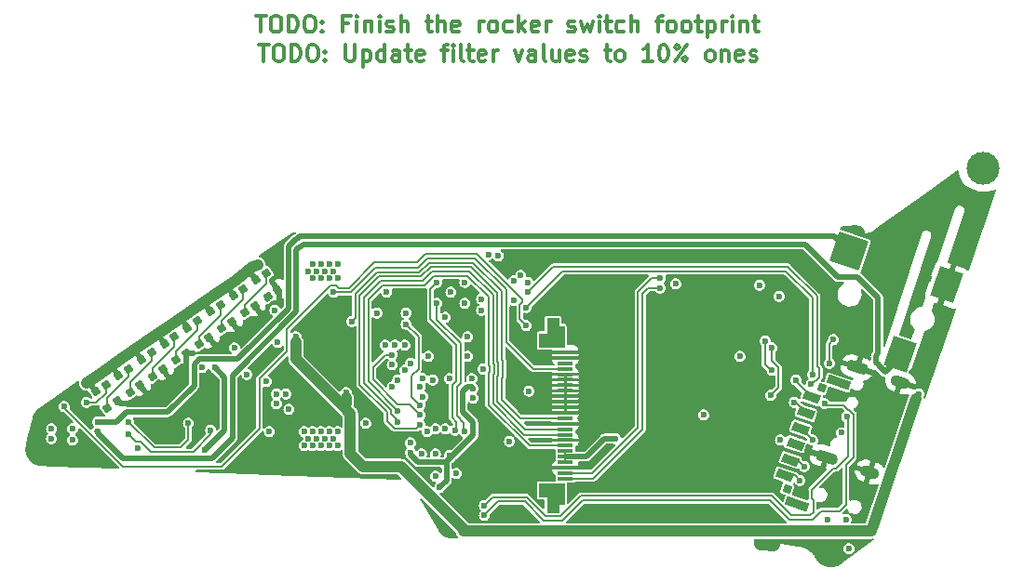
<source format=gtl>
%TF.GenerationSoftware,KiCad,Pcbnew,7.0.6*%
%TF.CreationDate,2023-07-20T08:42:54+02:00*%
%TF.ProjectId,dc_sdr,64635f73-6472-42e6-9b69-6361645f7063,rev?*%
%TF.SameCoordinates,Original*%
%TF.FileFunction,Copper,L1,Top*%
%TF.FilePolarity,Positive*%
%FSLAX46Y46*%
G04 Gerber Fmt 4.6, Leading zero omitted, Abs format (unit mm)*
G04 Created by KiCad (PCBNEW 7.0.6) date 2023-07-20 08:42:54*
%MOMM*%
%LPD*%
G01*
G04 APERTURE LIST*
G04 Aperture macros list*
%AMHorizOval*
0 Thick line with rounded ends*
0 $1 width*
0 $2 $3 position (X,Y) of the first rounded end (center of the circle)*
0 $4 $5 position (X,Y) of the second rounded end (center of the circle)*
0 Add line between two ends*
20,1,$1,$2,$3,$4,$5,0*
0 Add two circle primitives to create the rounded ends*
1,1,$1,$2,$3*
1,1,$1,$4,$5*%
%AMRotRect*
0 Rectangle, with rotation*
0 The origin of the aperture is its center*
0 $1 length*
0 $2 width*
0 $3 Rotation angle, in degrees counterclockwise*
0 Add horizontal line*
21,1,$1,$2,0,0,$3*%
%AMFreePoly0*
4,1,21,1.328536,0.903536,1.330000,0.900000,1.330000,-1.400000,1.328536,-1.403536,1.325000,-1.405000,0.075000,-1.405000,0.071464,-1.403536,0.070000,-1.400000,0.070000,-0.705000,-1.325000,-0.705000,-1.328536,-0.703536,-1.330000,-0.700000,-1.330000,0.400000,-1.328536,0.403536,-1.325000,0.405000,-0.630000,0.405000,-0.630000,0.900000,-0.628536,0.903536,-0.625000,0.905000,1.325000,0.905000,
1.328536,0.903536,1.328536,0.903536,$1*%
%AMFreePoly1*
4,1,21,0.628536,0.903536,0.630000,0.900000,0.630000,0.405000,1.325000,0.405000,1.328536,0.403536,1.330000,0.400000,1.330000,-0.700000,1.328536,-0.703536,1.325000,-0.705000,-0.070000,-0.705000,-0.070000,-1.400000,-0.071464,-1.403536,-0.075000,-1.405000,-1.325000,-1.405000,-1.328536,-1.403536,-1.330000,-1.400000,-1.330000,0.900000,-1.328536,0.903536,-1.325000,0.905000,0.625000,0.905000,
0.628536,0.903536,0.628536,0.903536,$1*%
G04 Aperture macros list end*
%ADD10C,0.300000*%
%TA.AperFunction,NonConductor*%
%ADD11C,0.300000*%
%TD*%
%TA.AperFunction,SMDPad,CuDef*%
%ADD12RotRect,0.800000X2.100000X251.200000*%
%TD*%
%TA.AperFunction,SMDPad,CuDef*%
%ADD13RotRect,0.700000X0.700000X251.200000*%
%TD*%
%TA.AperFunction,SMDPad,CuDef*%
%ADD14RotRect,0.800000X1.500000X251.200000*%
%TD*%
%TA.AperFunction,SMDPad,CuDef*%
%ADD15RotRect,0.700000X0.700000X124.800000*%
%TD*%
%TA.AperFunction,SMDPad,CuDef*%
%ADD16R,1.400000X0.300000*%
%TD*%
%TA.AperFunction,SMDPad,CuDef*%
%ADD17FreePoly0,270.000000*%
%TD*%
%TA.AperFunction,SMDPad,CuDef*%
%ADD18FreePoly1,270.000000*%
%TD*%
%TA.AperFunction,SMDPad,CuDef*%
%ADD19RotRect,2.800000X2.200000X251.200000*%
%TD*%
%TA.AperFunction,SMDPad,CuDef*%
%ADD20RotRect,2.800000X2.800000X251.200000*%
%TD*%
%TA.AperFunction,ComponentPad*%
%ADD21C,3.000000*%
%TD*%
%TA.AperFunction,ComponentPad*%
%ADD22HorizOval,1.000000X-0.378434X0.129567X0.378434X-0.129567X0*%
%TD*%
%TA.AperFunction,ComponentPad*%
%ADD23HorizOval,1.000000X-0.520347X0.178155X0.520347X-0.178155X0*%
%TD*%
%TA.AperFunction,ViaPad*%
%ADD24C,0.600000*%
%TD*%
%TA.AperFunction,Conductor*%
%ADD25C,0.200000*%
%TD*%
%TA.AperFunction,Conductor*%
%ADD26C,0.500000*%
%TD*%
%TA.AperFunction,Conductor*%
%ADD27C,1.000000*%
%TD*%
G04 APERTURE END LIST*
D10*
D11*
X150327225Y-60022828D02*
X151184368Y-60022828D01*
X150755796Y-61522828D02*
X150755796Y-60022828D01*
X151970082Y-60022828D02*
X152255796Y-60022828D01*
X152255796Y-60022828D02*
X152398653Y-60094257D01*
X152398653Y-60094257D02*
X152541510Y-60237114D01*
X152541510Y-60237114D02*
X152612939Y-60522828D01*
X152612939Y-60522828D02*
X152612939Y-61022828D01*
X152612939Y-61022828D02*
X152541510Y-61308542D01*
X152541510Y-61308542D02*
X152398653Y-61451400D01*
X152398653Y-61451400D02*
X152255796Y-61522828D01*
X152255796Y-61522828D02*
X151970082Y-61522828D01*
X151970082Y-61522828D02*
X151827225Y-61451400D01*
X151827225Y-61451400D02*
X151684367Y-61308542D01*
X151684367Y-61308542D02*
X151612939Y-61022828D01*
X151612939Y-61022828D02*
X151612939Y-60522828D01*
X151612939Y-60522828D02*
X151684367Y-60237114D01*
X151684367Y-60237114D02*
X151827225Y-60094257D01*
X151827225Y-60094257D02*
X151970082Y-60022828D01*
X153255796Y-61522828D02*
X153255796Y-60022828D01*
X153255796Y-60022828D02*
X153612939Y-60022828D01*
X153612939Y-60022828D02*
X153827225Y-60094257D01*
X153827225Y-60094257D02*
X153970082Y-60237114D01*
X153970082Y-60237114D02*
X154041511Y-60379971D01*
X154041511Y-60379971D02*
X154112939Y-60665685D01*
X154112939Y-60665685D02*
X154112939Y-60879971D01*
X154112939Y-60879971D02*
X154041511Y-61165685D01*
X154041511Y-61165685D02*
X153970082Y-61308542D01*
X153970082Y-61308542D02*
X153827225Y-61451400D01*
X153827225Y-61451400D02*
X153612939Y-61522828D01*
X153612939Y-61522828D02*
X153255796Y-61522828D01*
X155041511Y-60022828D02*
X155327225Y-60022828D01*
X155327225Y-60022828D02*
X155470082Y-60094257D01*
X155470082Y-60094257D02*
X155612939Y-60237114D01*
X155612939Y-60237114D02*
X155684368Y-60522828D01*
X155684368Y-60522828D02*
X155684368Y-61022828D01*
X155684368Y-61022828D02*
X155612939Y-61308542D01*
X155612939Y-61308542D02*
X155470082Y-61451400D01*
X155470082Y-61451400D02*
X155327225Y-61522828D01*
X155327225Y-61522828D02*
X155041511Y-61522828D01*
X155041511Y-61522828D02*
X154898654Y-61451400D01*
X154898654Y-61451400D02*
X154755796Y-61308542D01*
X154755796Y-61308542D02*
X154684368Y-61022828D01*
X154684368Y-61022828D02*
X154684368Y-60522828D01*
X154684368Y-60522828D02*
X154755796Y-60237114D01*
X154755796Y-60237114D02*
X154898654Y-60094257D01*
X154898654Y-60094257D02*
X155041511Y-60022828D01*
X156327225Y-61379971D02*
X156398654Y-61451400D01*
X156398654Y-61451400D02*
X156327225Y-61522828D01*
X156327225Y-61522828D02*
X156255797Y-61451400D01*
X156255797Y-61451400D02*
X156327225Y-61379971D01*
X156327225Y-61379971D02*
X156327225Y-61522828D01*
X156327225Y-60594257D02*
X156398654Y-60665685D01*
X156398654Y-60665685D02*
X156327225Y-60737114D01*
X156327225Y-60737114D02*
X156255797Y-60665685D01*
X156255797Y-60665685D02*
X156327225Y-60594257D01*
X156327225Y-60594257D02*
X156327225Y-60737114D01*
X158184368Y-60022828D02*
X158184368Y-61237114D01*
X158184368Y-61237114D02*
X158255797Y-61379971D01*
X158255797Y-61379971D02*
X158327226Y-61451400D01*
X158327226Y-61451400D02*
X158470083Y-61522828D01*
X158470083Y-61522828D02*
X158755797Y-61522828D01*
X158755797Y-61522828D02*
X158898654Y-61451400D01*
X158898654Y-61451400D02*
X158970083Y-61379971D01*
X158970083Y-61379971D02*
X159041511Y-61237114D01*
X159041511Y-61237114D02*
X159041511Y-60022828D01*
X159755797Y-60522828D02*
X159755797Y-62022828D01*
X159755797Y-60594257D02*
X159898655Y-60522828D01*
X159898655Y-60522828D02*
X160184369Y-60522828D01*
X160184369Y-60522828D02*
X160327226Y-60594257D01*
X160327226Y-60594257D02*
X160398655Y-60665685D01*
X160398655Y-60665685D02*
X160470083Y-60808542D01*
X160470083Y-60808542D02*
X160470083Y-61237114D01*
X160470083Y-61237114D02*
X160398655Y-61379971D01*
X160398655Y-61379971D02*
X160327226Y-61451400D01*
X160327226Y-61451400D02*
X160184369Y-61522828D01*
X160184369Y-61522828D02*
X159898655Y-61522828D01*
X159898655Y-61522828D02*
X159755797Y-61451400D01*
X161755798Y-61522828D02*
X161755798Y-60022828D01*
X161755798Y-61451400D02*
X161612940Y-61522828D01*
X161612940Y-61522828D02*
X161327226Y-61522828D01*
X161327226Y-61522828D02*
X161184369Y-61451400D01*
X161184369Y-61451400D02*
X161112940Y-61379971D01*
X161112940Y-61379971D02*
X161041512Y-61237114D01*
X161041512Y-61237114D02*
X161041512Y-60808542D01*
X161041512Y-60808542D02*
X161112940Y-60665685D01*
X161112940Y-60665685D02*
X161184369Y-60594257D01*
X161184369Y-60594257D02*
X161327226Y-60522828D01*
X161327226Y-60522828D02*
X161612940Y-60522828D01*
X161612940Y-60522828D02*
X161755798Y-60594257D01*
X163112941Y-61522828D02*
X163112941Y-60737114D01*
X163112941Y-60737114D02*
X163041512Y-60594257D01*
X163041512Y-60594257D02*
X162898655Y-60522828D01*
X162898655Y-60522828D02*
X162612941Y-60522828D01*
X162612941Y-60522828D02*
X162470083Y-60594257D01*
X163112941Y-61451400D02*
X162970083Y-61522828D01*
X162970083Y-61522828D02*
X162612941Y-61522828D01*
X162612941Y-61522828D02*
X162470083Y-61451400D01*
X162470083Y-61451400D02*
X162398655Y-61308542D01*
X162398655Y-61308542D02*
X162398655Y-61165685D01*
X162398655Y-61165685D02*
X162470083Y-61022828D01*
X162470083Y-61022828D02*
X162612941Y-60951400D01*
X162612941Y-60951400D02*
X162970083Y-60951400D01*
X162970083Y-60951400D02*
X163112941Y-60879971D01*
X163612941Y-60522828D02*
X164184369Y-60522828D01*
X163827226Y-60022828D02*
X163827226Y-61308542D01*
X163827226Y-61308542D02*
X163898655Y-61451400D01*
X163898655Y-61451400D02*
X164041512Y-61522828D01*
X164041512Y-61522828D02*
X164184369Y-61522828D01*
X165255798Y-61451400D02*
X165112941Y-61522828D01*
X165112941Y-61522828D02*
X164827227Y-61522828D01*
X164827227Y-61522828D02*
X164684369Y-61451400D01*
X164684369Y-61451400D02*
X164612941Y-61308542D01*
X164612941Y-61308542D02*
X164612941Y-60737114D01*
X164612941Y-60737114D02*
X164684369Y-60594257D01*
X164684369Y-60594257D02*
X164827227Y-60522828D01*
X164827227Y-60522828D02*
X165112941Y-60522828D01*
X165112941Y-60522828D02*
X165255798Y-60594257D01*
X165255798Y-60594257D02*
X165327227Y-60737114D01*
X165327227Y-60737114D02*
X165327227Y-60879971D01*
X165327227Y-60879971D02*
X164612941Y-61022828D01*
X166898655Y-60522828D02*
X167470083Y-60522828D01*
X167112940Y-61522828D02*
X167112940Y-60237114D01*
X167112940Y-60237114D02*
X167184369Y-60094257D01*
X167184369Y-60094257D02*
X167327226Y-60022828D01*
X167327226Y-60022828D02*
X167470083Y-60022828D01*
X167970083Y-61522828D02*
X167970083Y-60522828D01*
X167970083Y-60022828D02*
X167898655Y-60094257D01*
X167898655Y-60094257D02*
X167970083Y-60165685D01*
X167970083Y-60165685D02*
X168041512Y-60094257D01*
X168041512Y-60094257D02*
X167970083Y-60022828D01*
X167970083Y-60022828D02*
X167970083Y-60165685D01*
X168898655Y-61522828D02*
X168755798Y-61451400D01*
X168755798Y-61451400D02*
X168684369Y-61308542D01*
X168684369Y-61308542D02*
X168684369Y-60022828D01*
X169255798Y-60522828D02*
X169827226Y-60522828D01*
X169470083Y-60022828D02*
X169470083Y-61308542D01*
X169470083Y-61308542D02*
X169541512Y-61451400D01*
X169541512Y-61451400D02*
X169684369Y-61522828D01*
X169684369Y-61522828D02*
X169827226Y-61522828D01*
X170898655Y-61451400D02*
X170755798Y-61522828D01*
X170755798Y-61522828D02*
X170470084Y-61522828D01*
X170470084Y-61522828D02*
X170327226Y-61451400D01*
X170327226Y-61451400D02*
X170255798Y-61308542D01*
X170255798Y-61308542D02*
X170255798Y-60737114D01*
X170255798Y-60737114D02*
X170327226Y-60594257D01*
X170327226Y-60594257D02*
X170470084Y-60522828D01*
X170470084Y-60522828D02*
X170755798Y-60522828D01*
X170755798Y-60522828D02*
X170898655Y-60594257D01*
X170898655Y-60594257D02*
X170970084Y-60737114D01*
X170970084Y-60737114D02*
X170970084Y-60879971D01*
X170970084Y-60879971D02*
X170255798Y-61022828D01*
X171612940Y-61522828D02*
X171612940Y-60522828D01*
X171612940Y-60808542D02*
X171684369Y-60665685D01*
X171684369Y-60665685D02*
X171755798Y-60594257D01*
X171755798Y-60594257D02*
X171898655Y-60522828D01*
X171898655Y-60522828D02*
X172041512Y-60522828D01*
X173541511Y-60522828D02*
X173898654Y-61522828D01*
X173898654Y-61522828D02*
X174255797Y-60522828D01*
X175470083Y-61522828D02*
X175470083Y-60737114D01*
X175470083Y-60737114D02*
X175398654Y-60594257D01*
X175398654Y-60594257D02*
X175255797Y-60522828D01*
X175255797Y-60522828D02*
X174970083Y-60522828D01*
X174970083Y-60522828D02*
X174827225Y-60594257D01*
X175470083Y-61451400D02*
X175327225Y-61522828D01*
X175327225Y-61522828D02*
X174970083Y-61522828D01*
X174970083Y-61522828D02*
X174827225Y-61451400D01*
X174827225Y-61451400D02*
X174755797Y-61308542D01*
X174755797Y-61308542D02*
X174755797Y-61165685D01*
X174755797Y-61165685D02*
X174827225Y-61022828D01*
X174827225Y-61022828D02*
X174970083Y-60951400D01*
X174970083Y-60951400D02*
X175327225Y-60951400D01*
X175327225Y-60951400D02*
X175470083Y-60879971D01*
X176398654Y-61522828D02*
X176255797Y-61451400D01*
X176255797Y-61451400D02*
X176184368Y-61308542D01*
X176184368Y-61308542D02*
X176184368Y-60022828D01*
X177612940Y-60522828D02*
X177612940Y-61522828D01*
X176970082Y-60522828D02*
X176970082Y-61308542D01*
X176970082Y-61308542D02*
X177041511Y-61451400D01*
X177041511Y-61451400D02*
X177184368Y-61522828D01*
X177184368Y-61522828D02*
X177398654Y-61522828D01*
X177398654Y-61522828D02*
X177541511Y-61451400D01*
X177541511Y-61451400D02*
X177612940Y-61379971D01*
X178898654Y-61451400D02*
X178755797Y-61522828D01*
X178755797Y-61522828D02*
X178470083Y-61522828D01*
X178470083Y-61522828D02*
X178327225Y-61451400D01*
X178327225Y-61451400D02*
X178255797Y-61308542D01*
X178255797Y-61308542D02*
X178255797Y-60737114D01*
X178255797Y-60737114D02*
X178327225Y-60594257D01*
X178327225Y-60594257D02*
X178470083Y-60522828D01*
X178470083Y-60522828D02*
X178755797Y-60522828D01*
X178755797Y-60522828D02*
X178898654Y-60594257D01*
X178898654Y-60594257D02*
X178970083Y-60737114D01*
X178970083Y-60737114D02*
X178970083Y-60879971D01*
X178970083Y-60879971D02*
X178255797Y-61022828D01*
X179541511Y-61451400D02*
X179684368Y-61522828D01*
X179684368Y-61522828D02*
X179970082Y-61522828D01*
X179970082Y-61522828D02*
X180112939Y-61451400D01*
X180112939Y-61451400D02*
X180184368Y-61308542D01*
X180184368Y-61308542D02*
X180184368Y-61237114D01*
X180184368Y-61237114D02*
X180112939Y-61094257D01*
X180112939Y-61094257D02*
X179970082Y-61022828D01*
X179970082Y-61022828D02*
X179755797Y-61022828D01*
X179755797Y-61022828D02*
X179612939Y-60951400D01*
X179612939Y-60951400D02*
X179541511Y-60808542D01*
X179541511Y-60808542D02*
X179541511Y-60737114D01*
X179541511Y-60737114D02*
X179612939Y-60594257D01*
X179612939Y-60594257D02*
X179755797Y-60522828D01*
X179755797Y-60522828D02*
X179970082Y-60522828D01*
X179970082Y-60522828D02*
X180112939Y-60594257D01*
X181755797Y-60522828D02*
X182327225Y-60522828D01*
X181970082Y-60022828D02*
X181970082Y-61308542D01*
X181970082Y-61308542D02*
X182041511Y-61451400D01*
X182041511Y-61451400D02*
X182184368Y-61522828D01*
X182184368Y-61522828D02*
X182327225Y-61522828D01*
X183041511Y-61522828D02*
X182898654Y-61451400D01*
X182898654Y-61451400D02*
X182827225Y-61379971D01*
X182827225Y-61379971D02*
X182755797Y-61237114D01*
X182755797Y-61237114D02*
X182755797Y-60808542D01*
X182755797Y-60808542D02*
X182827225Y-60665685D01*
X182827225Y-60665685D02*
X182898654Y-60594257D01*
X182898654Y-60594257D02*
X183041511Y-60522828D01*
X183041511Y-60522828D02*
X183255797Y-60522828D01*
X183255797Y-60522828D02*
X183398654Y-60594257D01*
X183398654Y-60594257D02*
X183470083Y-60665685D01*
X183470083Y-60665685D02*
X183541511Y-60808542D01*
X183541511Y-60808542D02*
X183541511Y-61237114D01*
X183541511Y-61237114D02*
X183470083Y-61379971D01*
X183470083Y-61379971D02*
X183398654Y-61451400D01*
X183398654Y-61451400D02*
X183255797Y-61522828D01*
X183255797Y-61522828D02*
X183041511Y-61522828D01*
X186112940Y-61522828D02*
X185255797Y-61522828D01*
X185684368Y-61522828D02*
X185684368Y-60022828D01*
X185684368Y-60022828D02*
X185541511Y-60237114D01*
X185541511Y-60237114D02*
X185398654Y-60379971D01*
X185398654Y-60379971D02*
X185255797Y-60451400D01*
X187041511Y-60022828D02*
X187184368Y-60022828D01*
X187184368Y-60022828D02*
X187327225Y-60094257D01*
X187327225Y-60094257D02*
X187398654Y-60165685D01*
X187398654Y-60165685D02*
X187470082Y-60308542D01*
X187470082Y-60308542D02*
X187541511Y-60594257D01*
X187541511Y-60594257D02*
X187541511Y-60951400D01*
X187541511Y-60951400D02*
X187470082Y-61237114D01*
X187470082Y-61237114D02*
X187398654Y-61379971D01*
X187398654Y-61379971D02*
X187327225Y-61451400D01*
X187327225Y-61451400D02*
X187184368Y-61522828D01*
X187184368Y-61522828D02*
X187041511Y-61522828D01*
X187041511Y-61522828D02*
X186898654Y-61451400D01*
X186898654Y-61451400D02*
X186827225Y-61379971D01*
X186827225Y-61379971D02*
X186755796Y-61237114D01*
X186755796Y-61237114D02*
X186684368Y-60951400D01*
X186684368Y-60951400D02*
X186684368Y-60594257D01*
X186684368Y-60594257D02*
X186755796Y-60308542D01*
X186755796Y-60308542D02*
X186827225Y-60165685D01*
X186827225Y-60165685D02*
X186898654Y-60094257D01*
X186898654Y-60094257D02*
X187041511Y-60022828D01*
X188112939Y-61522828D02*
X189255796Y-60022828D01*
X188327225Y-60022828D02*
X188470082Y-60094257D01*
X188470082Y-60094257D02*
X188541510Y-60237114D01*
X188541510Y-60237114D02*
X188470082Y-60379971D01*
X188470082Y-60379971D02*
X188327225Y-60451400D01*
X188327225Y-60451400D02*
X188184367Y-60379971D01*
X188184367Y-60379971D02*
X188112939Y-60237114D01*
X188112939Y-60237114D02*
X188184367Y-60094257D01*
X188184367Y-60094257D02*
X188327225Y-60022828D01*
X189184367Y-61451400D02*
X189255796Y-61308542D01*
X189255796Y-61308542D02*
X189184367Y-61165685D01*
X189184367Y-61165685D02*
X189041510Y-61094257D01*
X189041510Y-61094257D02*
X188898653Y-61165685D01*
X188898653Y-61165685D02*
X188827225Y-61308542D01*
X188827225Y-61308542D02*
X188898653Y-61451400D01*
X188898653Y-61451400D02*
X189041510Y-61522828D01*
X189041510Y-61522828D02*
X189184367Y-61451400D01*
X191255796Y-61522828D02*
X191112939Y-61451400D01*
X191112939Y-61451400D02*
X191041510Y-61379971D01*
X191041510Y-61379971D02*
X190970082Y-61237114D01*
X190970082Y-61237114D02*
X190970082Y-60808542D01*
X190970082Y-60808542D02*
X191041510Y-60665685D01*
X191041510Y-60665685D02*
X191112939Y-60594257D01*
X191112939Y-60594257D02*
X191255796Y-60522828D01*
X191255796Y-60522828D02*
X191470082Y-60522828D01*
X191470082Y-60522828D02*
X191612939Y-60594257D01*
X191612939Y-60594257D02*
X191684368Y-60665685D01*
X191684368Y-60665685D02*
X191755796Y-60808542D01*
X191755796Y-60808542D02*
X191755796Y-61237114D01*
X191755796Y-61237114D02*
X191684368Y-61379971D01*
X191684368Y-61379971D02*
X191612939Y-61451400D01*
X191612939Y-61451400D02*
X191470082Y-61522828D01*
X191470082Y-61522828D02*
X191255796Y-61522828D01*
X192398653Y-60522828D02*
X192398653Y-61522828D01*
X192398653Y-60665685D02*
X192470082Y-60594257D01*
X192470082Y-60594257D02*
X192612939Y-60522828D01*
X192612939Y-60522828D02*
X192827225Y-60522828D01*
X192827225Y-60522828D02*
X192970082Y-60594257D01*
X192970082Y-60594257D02*
X193041511Y-60737114D01*
X193041511Y-60737114D02*
X193041511Y-61522828D01*
X194327225Y-61451400D02*
X194184368Y-61522828D01*
X194184368Y-61522828D02*
X193898654Y-61522828D01*
X193898654Y-61522828D02*
X193755796Y-61451400D01*
X193755796Y-61451400D02*
X193684368Y-61308542D01*
X193684368Y-61308542D02*
X193684368Y-60737114D01*
X193684368Y-60737114D02*
X193755796Y-60594257D01*
X193755796Y-60594257D02*
X193898654Y-60522828D01*
X193898654Y-60522828D02*
X194184368Y-60522828D01*
X194184368Y-60522828D02*
X194327225Y-60594257D01*
X194327225Y-60594257D02*
X194398654Y-60737114D01*
X194398654Y-60737114D02*
X194398654Y-60879971D01*
X194398654Y-60879971D02*
X193684368Y-61022828D01*
X194970082Y-61451400D02*
X195112939Y-61522828D01*
X195112939Y-61522828D02*
X195398653Y-61522828D01*
X195398653Y-61522828D02*
X195541510Y-61451400D01*
X195541510Y-61451400D02*
X195612939Y-61308542D01*
X195612939Y-61308542D02*
X195612939Y-61237114D01*
X195612939Y-61237114D02*
X195541510Y-61094257D01*
X195541510Y-61094257D02*
X195398653Y-61022828D01*
X195398653Y-61022828D02*
X195184368Y-61022828D01*
X195184368Y-61022828D02*
X195041510Y-60951400D01*
X195041510Y-60951400D02*
X194970082Y-60808542D01*
X194970082Y-60808542D02*
X194970082Y-60737114D01*
X194970082Y-60737114D02*
X195041510Y-60594257D01*
X195041510Y-60594257D02*
X195184368Y-60522828D01*
X195184368Y-60522828D02*
X195398653Y-60522828D01*
X195398653Y-60522828D02*
X195541510Y-60594257D01*
D10*
D11*
X150073225Y-57355828D02*
X150930368Y-57355828D01*
X150501796Y-58855828D02*
X150501796Y-57355828D01*
X151716082Y-57355828D02*
X152001796Y-57355828D01*
X152001796Y-57355828D02*
X152144653Y-57427257D01*
X152144653Y-57427257D02*
X152287510Y-57570114D01*
X152287510Y-57570114D02*
X152358939Y-57855828D01*
X152358939Y-57855828D02*
X152358939Y-58355828D01*
X152358939Y-58355828D02*
X152287510Y-58641542D01*
X152287510Y-58641542D02*
X152144653Y-58784400D01*
X152144653Y-58784400D02*
X152001796Y-58855828D01*
X152001796Y-58855828D02*
X151716082Y-58855828D01*
X151716082Y-58855828D02*
X151573225Y-58784400D01*
X151573225Y-58784400D02*
X151430367Y-58641542D01*
X151430367Y-58641542D02*
X151358939Y-58355828D01*
X151358939Y-58355828D02*
X151358939Y-57855828D01*
X151358939Y-57855828D02*
X151430367Y-57570114D01*
X151430367Y-57570114D02*
X151573225Y-57427257D01*
X151573225Y-57427257D02*
X151716082Y-57355828D01*
X153001796Y-58855828D02*
X153001796Y-57355828D01*
X153001796Y-57355828D02*
X153358939Y-57355828D01*
X153358939Y-57355828D02*
X153573225Y-57427257D01*
X153573225Y-57427257D02*
X153716082Y-57570114D01*
X153716082Y-57570114D02*
X153787511Y-57712971D01*
X153787511Y-57712971D02*
X153858939Y-57998685D01*
X153858939Y-57998685D02*
X153858939Y-58212971D01*
X153858939Y-58212971D02*
X153787511Y-58498685D01*
X153787511Y-58498685D02*
X153716082Y-58641542D01*
X153716082Y-58641542D02*
X153573225Y-58784400D01*
X153573225Y-58784400D02*
X153358939Y-58855828D01*
X153358939Y-58855828D02*
X153001796Y-58855828D01*
X154787511Y-57355828D02*
X155073225Y-57355828D01*
X155073225Y-57355828D02*
X155216082Y-57427257D01*
X155216082Y-57427257D02*
X155358939Y-57570114D01*
X155358939Y-57570114D02*
X155430368Y-57855828D01*
X155430368Y-57855828D02*
X155430368Y-58355828D01*
X155430368Y-58355828D02*
X155358939Y-58641542D01*
X155358939Y-58641542D02*
X155216082Y-58784400D01*
X155216082Y-58784400D02*
X155073225Y-58855828D01*
X155073225Y-58855828D02*
X154787511Y-58855828D01*
X154787511Y-58855828D02*
X154644654Y-58784400D01*
X154644654Y-58784400D02*
X154501796Y-58641542D01*
X154501796Y-58641542D02*
X154430368Y-58355828D01*
X154430368Y-58355828D02*
X154430368Y-57855828D01*
X154430368Y-57855828D02*
X154501796Y-57570114D01*
X154501796Y-57570114D02*
X154644654Y-57427257D01*
X154644654Y-57427257D02*
X154787511Y-57355828D01*
X156073225Y-58712971D02*
X156144654Y-58784400D01*
X156144654Y-58784400D02*
X156073225Y-58855828D01*
X156073225Y-58855828D02*
X156001797Y-58784400D01*
X156001797Y-58784400D02*
X156073225Y-58712971D01*
X156073225Y-58712971D02*
X156073225Y-58855828D01*
X156073225Y-57927257D02*
X156144654Y-57998685D01*
X156144654Y-57998685D02*
X156073225Y-58070114D01*
X156073225Y-58070114D02*
X156001797Y-57998685D01*
X156001797Y-57998685D02*
X156073225Y-57927257D01*
X156073225Y-57927257D02*
X156073225Y-58070114D01*
X158430368Y-58070114D02*
X157930368Y-58070114D01*
X157930368Y-58855828D02*
X157930368Y-57355828D01*
X157930368Y-57355828D02*
X158644654Y-57355828D01*
X159216082Y-58855828D02*
X159216082Y-57855828D01*
X159216082Y-57355828D02*
X159144654Y-57427257D01*
X159144654Y-57427257D02*
X159216082Y-57498685D01*
X159216082Y-57498685D02*
X159287511Y-57427257D01*
X159287511Y-57427257D02*
X159216082Y-57355828D01*
X159216082Y-57355828D02*
X159216082Y-57498685D01*
X159930368Y-57855828D02*
X159930368Y-58855828D01*
X159930368Y-57998685D02*
X160001797Y-57927257D01*
X160001797Y-57927257D02*
X160144654Y-57855828D01*
X160144654Y-57855828D02*
X160358940Y-57855828D01*
X160358940Y-57855828D02*
X160501797Y-57927257D01*
X160501797Y-57927257D02*
X160573226Y-58070114D01*
X160573226Y-58070114D02*
X160573226Y-58855828D01*
X161287511Y-58855828D02*
X161287511Y-57855828D01*
X161287511Y-57355828D02*
X161216083Y-57427257D01*
X161216083Y-57427257D02*
X161287511Y-57498685D01*
X161287511Y-57498685D02*
X161358940Y-57427257D01*
X161358940Y-57427257D02*
X161287511Y-57355828D01*
X161287511Y-57355828D02*
X161287511Y-57498685D01*
X161930369Y-58784400D02*
X162073226Y-58855828D01*
X162073226Y-58855828D02*
X162358940Y-58855828D01*
X162358940Y-58855828D02*
X162501797Y-58784400D01*
X162501797Y-58784400D02*
X162573226Y-58641542D01*
X162573226Y-58641542D02*
X162573226Y-58570114D01*
X162573226Y-58570114D02*
X162501797Y-58427257D01*
X162501797Y-58427257D02*
X162358940Y-58355828D01*
X162358940Y-58355828D02*
X162144655Y-58355828D01*
X162144655Y-58355828D02*
X162001797Y-58284400D01*
X162001797Y-58284400D02*
X161930369Y-58141542D01*
X161930369Y-58141542D02*
X161930369Y-58070114D01*
X161930369Y-58070114D02*
X162001797Y-57927257D01*
X162001797Y-57927257D02*
X162144655Y-57855828D01*
X162144655Y-57855828D02*
X162358940Y-57855828D01*
X162358940Y-57855828D02*
X162501797Y-57927257D01*
X163216083Y-58855828D02*
X163216083Y-57355828D01*
X163858941Y-58855828D02*
X163858941Y-58070114D01*
X163858941Y-58070114D02*
X163787512Y-57927257D01*
X163787512Y-57927257D02*
X163644655Y-57855828D01*
X163644655Y-57855828D02*
X163430369Y-57855828D01*
X163430369Y-57855828D02*
X163287512Y-57927257D01*
X163287512Y-57927257D02*
X163216083Y-57998685D01*
X165501798Y-57855828D02*
X166073226Y-57855828D01*
X165716083Y-57355828D02*
X165716083Y-58641542D01*
X165716083Y-58641542D02*
X165787512Y-58784400D01*
X165787512Y-58784400D02*
X165930369Y-58855828D01*
X165930369Y-58855828D02*
X166073226Y-58855828D01*
X166573226Y-58855828D02*
X166573226Y-57355828D01*
X167216084Y-58855828D02*
X167216084Y-58070114D01*
X167216084Y-58070114D02*
X167144655Y-57927257D01*
X167144655Y-57927257D02*
X167001798Y-57855828D01*
X167001798Y-57855828D02*
X166787512Y-57855828D01*
X166787512Y-57855828D02*
X166644655Y-57927257D01*
X166644655Y-57927257D02*
X166573226Y-57998685D01*
X168501798Y-58784400D02*
X168358941Y-58855828D01*
X168358941Y-58855828D02*
X168073227Y-58855828D01*
X168073227Y-58855828D02*
X167930369Y-58784400D01*
X167930369Y-58784400D02*
X167858941Y-58641542D01*
X167858941Y-58641542D02*
X167858941Y-58070114D01*
X167858941Y-58070114D02*
X167930369Y-57927257D01*
X167930369Y-57927257D02*
X168073227Y-57855828D01*
X168073227Y-57855828D02*
X168358941Y-57855828D01*
X168358941Y-57855828D02*
X168501798Y-57927257D01*
X168501798Y-57927257D02*
X168573227Y-58070114D01*
X168573227Y-58070114D02*
X168573227Y-58212971D01*
X168573227Y-58212971D02*
X167858941Y-58355828D01*
X170358940Y-58855828D02*
X170358940Y-57855828D01*
X170358940Y-58141542D02*
X170430369Y-57998685D01*
X170430369Y-57998685D02*
X170501798Y-57927257D01*
X170501798Y-57927257D02*
X170644655Y-57855828D01*
X170644655Y-57855828D02*
X170787512Y-57855828D01*
X171501797Y-58855828D02*
X171358940Y-58784400D01*
X171358940Y-58784400D02*
X171287511Y-58712971D01*
X171287511Y-58712971D02*
X171216083Y-58570114D01*
X171216083Y-58570114D02*
X171216083Y-58141542D01*
X171216083Y-58141542D02*
X171287511Y-57998685D01*
X171287511Y-57998685D02*
X171358940Y-57927257D01*
X171358940Y-57927257D02*
X171501797Y-57855828D01*
X171501797Y-57855828D02*
X171716083Y-57855828D01*
X171716083Y-57855828D02*
X171858940Y-57927257D01*
X171858940Y-57927257D02*
X171930369Y-57998685D01*
X171930369Y-57998685D02*
X172001797Y-58141542D01*
X172001797Y-58141542D02*
X172001797Y-58570114D01*
X172001797Y-58570114D02*
X171930369Y-58712971D01*
X171930369Y-58712971D02*
X171858940Y-58784400D01*
X171858940Y-58784400D02*
X171716083Y-58855828D01*
X171716083Y-58855828D02*
X171501797Y-58855828D01*
X173287512Y-58784400D02*
X173144654Y-58855828D01*
X173144654Y-58855828D02*
X172858940Y-58855828D01*
X172858940Y-58855828D02*
X172716083Y-58784400D01*
X172716083Y-58784400D02*
X172644654Y-58712971D01*
X172644654Y-58712971D02*
X172573226Y-58570114D01*
X172573226Y-58570114D02*
X172573226Y-58141542D01*
X172573226Y-58141542D02*
X172644654Y-57998685D01*
X172644654Y-57998685D02*
X172716083Y-57927257D01*
X172716083Y-57927257D02*
X172858940Y-57855828D01*
X172858940Y-57855828D02*
X173144654Y-57855828D01*
X173144654Y-57855828D02*
X173287512Y-57927257D01*
X173930368Y-58855828D02*
X173930368Y-57355828D01*
X174073226Y-58284400D02*
X174501797Y-58855828D01*
X174501797Y-57855828D02*
X173930368Y-58427257D01*
X175716083Y-58784400D02*
X175573226Y-58855828D01*
X175573226Y-58855828D02*
X175287512Y-58855828D01*
X175287512Y-58855828D02*
X175144654Y-58784400D01*
X175144654Y-58784400D02*
X175073226Y-58641542D01*
X175073226Y-58641542D02*
X175073226Y-58070114D01*
X175073226Y-58070114D02*
X175144654Y-57927257D01*
X175144654Y-57927257D02*
X175287512Y-57855828D01*
X175287512Y-57855828D02*
X175573226Y-57855828D01*
X175573226Y-57855828D02*
X175716083Y-57927257D01*
X175716083Y-57927257D02*
X175787512Y-58070114D01*
X175787512Y-58070114D02*
X175787512Y-58212971D01*
X175787512Y-58212971D02*
X175073226Y-58355828D01*
X176430368Y-58855828D02*
X176430368Y-57855828D01*
X176430368Y-58141542D02*
X176501797Y-57998685D01*
X176501797Y-57998685D02*
X176573226Y-57927257D01*
X176573226Y-57927257D02*
X176716083Y-57855828D01*
X176716083Y-57855828D02*
X176858940Y-57855828D01*
X178430368Y-58784400D02*
X178573225Y-58855828D01*
X178573225Y-58855828D02*
X178858939Y-58855828D01*
X178858939Y-58855828D02*
X179001796Y-58784400D01*
X179001796Y-58784400D02*
X179073225Y-58641542D01*
X179073225Y-58641542D02*
X179073225Y-58570114D01*
X179073225Y-58570114D02*
X179001796Y-58427257D01*
X179001796Y-58427257D02*
X178858939Y-58355828D01*
X178858939Y-58355828D02*
X178644654Y-58355828D01*
X178644654Y-58355828D02*
X178501796Y-58284400D01*
X178501796Y-58284400D02*
X178430368Y-58141542D01*
X178430368Y-58141542D02*
X178430368Y-58070114D01*
X178430368Y-58070114D02*
X178501796Y-57927257D01*
X178501796Y-57927257D02*
X178644654Y-57855828D01*
X178644654Y-57855828D02*
X178858939Y-57855828D01*
X178858939Y-57855828D02*
X179001796Y-57927257D01*
X179573225Y-57855828D02*
X179858940Y-58855828D01*
X179858940Y-58855828D02*
X180144654Y-58141542D01*
X180144654Y-58141542D02*
X180430368Y-58855828D01*
X180430368Y-58855828D02*
X180716082Y-57855828D01*
X181287511Y-58855828D02*
X181287511Y-57855828D01*
X181287511Y-57355828D02*
X181216083Y-57427257D01*
X181216083Y-57427257D02*
X181287511Y-57498685D01*
X181287511Y-57498685D02*
X181358940Y-57427257D01*
X181358940Y-57427257D02*
X181287511Y-57355828D01*
X181287511Y-57355828D02*
X181287511Y-57498685D01*
X181787512Y-57855828D02*
X182358940Y-57855828D01*
X182001797Y-57355828D02*
X182001797Y-58641542D01*
X182001797Y-58641542D02*
X182073226Y-58784400D01*
X182073226Y-58784400D02*
X182216083Y-58855828D01*
X182216083Y-58855828D02*
X182358940Y-58855828D01*
X183501798Y-58784400D02*
X183358940Y-58855828D01*
X183358940Y-58855828D02*
X183073226Y-58855828D01*
X183073226Y-58855828D02*
X182930369Y-58784400D01*
X182930369Y-58784400D02*
X182858940Y-58712971D01*
X182858940Y-58712971D02*
X182787512Y-58570114D01*
X182787512Y-58570114D02*
X182787512Y-58141542D01*
X182787512Y-58141542D02*
X182858940Y-57998685D01*
X182858940Y-57998685D02*
X182930369Y-57927257D01*
X182930369Y-57927257D02*
X183073226Y-57855828D01*
X183073226Y-57855828D02*
X183358940Y-57855828D01*
X183358940Y-57855828D02*
X183501798Y-57927257D01*
X184144654Y-58855828D02*
X184144654Y-57355828D01*
X184787512Y-58855828D02*
X184787512Y-58070114D01*
X184787512Y-58070114D02*
X184716083Y-57927257D01*
X184716083Y-57927257D02*
X184573226Y-57855828D01*
X184573226Y-57855828D02*
X184358940Y-57855828D01*
X184358940Y-57855828D02*
X184216083Y-57927257D01*
X184216083Y-57927257D02*
X184144654Y-57998685D01*
X186430369Y-57855828D02*
X187001797Y-57855828D01*
X186644654Y-58855828D02*
X186644654Y-57570114D01*
X186644654Y-57570114D02*
X186716083Y-57427257D01*
X186716083Y-57427257D02*
X186858940Y-57355828D01*
X186858940Y-57355828D02*
X187001797Y-57355828D01*
X187716083Y-58855828D02*
X187573226Y-58784400D01*
X187573226Y-58784400D02*
X187501797Y-58712971D01*
X187501797Y-58712971D02*
X187430369Y-58570114D01*
X187430369Y-58570114D02*
X187430369Y-58141542D01*
X187430369Y-58141542D02*
X187501797Y-57998685D01*
X187501797Y-57998685D02*
X187573226Y-57927257D01*
X187573226Y-57927257D02*
X187716083Y-57855828D01*
X187716083Y-57855828D02*
X187930369Y-57855828D01*
X187930369Y-57855828D02*
X188073226Y-57927257D01*
X188073226Y-57927257D02*
X188144655Y-57998685D01*
X188144655Y-57998685D02*
X188216083Y-58141542D01*
X188216083Y-58141542D02*
X188216083Y-58570114D01*
X188216083Y-58570114D02*
X188144655Y-58712971D01*
X188144655Y-58712971D02*
X188073226Y-58784400D01*
X188073226Y-58784400D02*
X187930369Y-58855828D01*
X187930369Y-58855828D02*
X187716083Y-58855828D01*
X189073226Y-58855828D02*
X188930369Y-58784400D01*
X188930369Y-58784400D02*
X188858940Y-58712971D01*
X188858940Y-58712971D02*
X188787512Y-58570114D01*
X188787512Y-58570114D02*
X188787512Y-58141542D01*
X188787512Y-58141542D02*
X188858940Y-57998685D01*
X188858940Y-57998685D02*
X188930369Y-57927257D01*
X188930369Y-57927257D02*
X189073226Y-57855828D01*
X189073226Y-57855828D02*
X189287512Y-57855828D01*
X189287512Y-57855828D02*
X189430369Y-57927257D01*
X189430369Y-57927257D02*
X189501798Y-57998685D01*
X189501798Y-57998685D02*
X189573226Y-58141542D01*
X189573226Y-58141542D02*
X189573226Y-58570114D01*
X189573226Y-58570114D02*
X189501798Y-58712971D01*
X189501798Y-58712971D02*
X189430369Y-58784400D01*
X189430369Y-58784400D02*
X189287512Y-58855828D01*
X189287512Y-58855828D02*
X189073226Y-58855828D01*
X190001798Y-57855828D02*
X190573226Y-57855828D01*
X190216083Y-57355828D02*
X190216083Y-58641542D01*
X190216083Y-58641542D02*
X190287512Y-58784400D01*
X190287512Y-58784400D02*
X190430369Y-58855828D01*
X190430369Y-58855828D02*
X190573226Y-58855828D01*
X191073226Y-57855828D02*
X191073226Y-59355828D01*
X191073226Y-57927257D02*
X191216084Y-57855828D01*
X191216084Y-57855828D02*
X191501798Y-57855828D01*
X191501798Y-57855828D02*
X191644655Y-57927257D01*
X191644655Y-57927257D02*
X191716084Y-57998685D01*
X191716084Y-57998685D02*
X191787512Y-58141542D01*
X191787512Y-58141542D02*
X191787512Y-58570114D01*
X191787512Y-58570114D02*
X191716084Y-58712971D01*
X191716084Y-58712971D02*
X191644655Y-58784400D01*
X191644655Y-58784400D02*
X191501798Y-58855828D01*
X191501798Y-58855828D02*
X191216084Y-58855828D01*
X191216084Y-58855828D02*
X191073226Y-58784400D01*
X192430369Y-58855828D02*
X192430369Y-57855828D01*
X192430369Y-58141542D02*
X192501798Y-57998685D01*
X192501798Y-57998685D02*
X192573227Y-57927257D01*
X192573227Y-57927257D02*
X192716084Y-57855828D01*
X192716084Y-57855828D02*
X192858941Y-57855828D01*
X193358940Y-58855828D02*
X193358940Y-57855828D01*
X193358940Y-57355828D02*
X193287512Y-57427257D01*
X193287512Y-57427257D02*
X193358940Y-57498685D01*
X193358940Y-57498685D02*
X193430369Y-57427257D01*
X193430369Y-57427257D02*
X193358940Y-57355828D01*
X193358940Y-57355828D02*
X193358940Y-57498685D01*
X194073226Y-57855828D02*
X194073226Y-58855828D01*
X194073226Y-57998685D02*
X194144655Y-57927257D01*
X194144655Y-57927257D02*
X194287512Y-57855828D01*
X194287512Y-57855828D02*
X194501798Y-57855828D01*
X194501798Y-57855828D02*
X194644655Y-57927257D01*
X194644655Y-57927257D02*
X194716084Y-58070114D01*
X194716084Y-58070114D02*
X194716084Y-58855828D01*
X195216084Y-57855828D02*
X195787512Y-57855828D01*
X195430369Y-57355828D02*
X195430369Y-58641542D01*
X195430369Y-58641542D02*
X195501798Y-58784400D01*
X195501798Y-58784400D02*
X195644655Y-58855828D01*
X195644655Y-58855828D02*
X195787512Y-58855828D01*
D12*
%TO.P,U9,*%
%TO.N,*%
X203025142Y-90776353D03*
D13*
X201478677Y-91285124D03*
X198352700Y-100467621D03*
D12*
X199267524Y-101814283D03*
D14*
%TO.P,U9,1,CL*%
%TO.N,LEVER_CL*%
X200556195Y-92133078D03*
%TO.P,U9,2,L*%
%TO.N,LEVER_L*%
X200072797Y-93553052D03*
%TO.P,U9,3,R*%
%TO.N,LEVER_R*%
X198622601Y-97812974D03*
%TO.P,U9,4,CR*%
%TO.N,LEVER_CR*%
X198139203Y-99232948D03*
%TO.P,U9,C,COM*%
%TO.N,+3.3V*%
X199106000Y-96393000D03*
%TO.P,U9,T,P*%
%TO.N,LEVER_P*%
X199589398Y-94973026D03*
%TD*%
D15*
%TO.P,D3,4,VDD*%
%TO.N,VBUS*%
X139634727Y-88694766D03*
%TO.P,D3,3,DIN*%
%TO.N,Net-(D2-DOUT)*%
X140537991Y-88066981D03*
%TO.P,D3,2,VSS*%
%TO.N,GND*%
X141582397Y-89569684D03*
%TO.P,D3,1,DOUT*%
%TO.N,Net-(D3-DOUT)*%
X140679133Y-90197469D03*
%TD*%
%TO.P,D8,4,VDD*%
%TO.N,VBUS*%
X150063322Y-81446704D03*
%TO.P,D8,3,DIN*%
%TO.N,Net-(D7-DOUT)*%
X150966586Y-80818919D03*
%TO.P,D8,2,VSS*%
%TO.N,GND*%
X152010992Y-82321622D03*
%TO.P,D8,1,DOUT*%
%TO.N,unconnected-(D8-DOUT-Pad1)*%
X151107728Y-82949407D03*
%TD*%
%TO.P,D7,4,VDD*%
%TO.N,VBUS*%
X147977603Y-82896316D03*
%TO.P,D7,3,DIN*%
%TO.N,Net-(D6-DOUT)*%
X148880867Y-82268531D03*
%TO.P,D7,2,VSS*%
%TO.N,GND*%
X149925273Y-83771234D03*
%TO.P,D7,1,DOUT*%
%TO.N,Net-(D7-DOUT)*%
X149022009Y-84399019D03*
%TD*%
%TO.P,D6,4,VDD*%
%TO.N,VBUS*%
X145891884Y-84345928D03*
%TO.P,D6,3,DIN*%
%TO.N,Net-(D5-DOUT)*%
X146795148Y-83718143D03*
%TO.P,D6,2,VSS*%
%TO.N,GND*%
X147839554Y-85220846D03*
%TO.P,D6,1,DOUT*%
%TO.N,Net-(D6-DOUT)*%
X146936290Y-85848631D03*
%TD*%
%TO.P,D5,4,VDD*%
%TO.N,VBUS*%
X143806165Y-85795541D03*
%TO.P,D5,3,DIN*%
%TO.N,Net-(D4-DOUT)*%
X144709429Y-85167756D03*
%TO.P,D5,2,VSS*%
%TO.N,GND*%
X145753835Y-86670459D03*
%TO.P,D5,1,DOUT*%
%TO.N,Net-(D5-DOUT)*%
X144850571Y-87298244D03*
%TD*%
%TO.P,D4,4,VDD*%
%TO.N,VBUS*%
X141720446Y-87245153D03*
%TO.P,D4,3,DIN*%
%TO.N,Net-(D3-DOUT)*%
X142623710Y-86617368D03*
%TO.P,D4,2,VSS*%
%TO.N,GND*%
X143668116Y-88120071D03*
%TO.P,D4,1,DOUT*%
%TO.N,Net-(D4-DOUT)*%
X142764852Y-88747856D03*
%TD*%
%TO.P,D2,4,VDD*%
%TO.N,VBUS*%
X137549008Y-90144378D03*
%TO.P,D2,3,DIN*%
%TO.N,Net-(D1-DOUT)*%
X138452272Y-89516593D03*
%TO.P,D2,2,VSS*%
%TO.N,GND*%
X139496678Y-91019296D03*
%TO.P,D2,1,DOUT*%
%TO.N,Net-(D2-DOUT)*%
X138593414Y-91647081D03*
%TD*%
%TO.P,D1,4,VDD*%
%TO.N,VBUS*%
X135463289Y-91593991D03*
%TO.P,D1,3,DIN*%
%TO.N,RGB_LEDS*%
X136366553Y-90966206D03*
%TO.P,D1,2,VSS*%
%TO.N,GND*%
X137410959Y-92468909D03*
%TO.P,D1,1,DOUT*%
%TO.N,Net-(D1-DOUT)*%
X136507695Y-93096694D03*
%TD*%
D16*
%TO.P,Display1,1,GND*%
%TO.N,GND*%
X178181000Y-88028000D03*
%TO.P,Display1,2,GND*%
X178181000Y-88528000D03*
%TO.P,Display1,3*%
%TO.N,N/C*%
X178181000Y-89028000D03*
%TO.P,Display1,4,TE*%
%TO.N,LCD0_TE*%
X178181000Y-89528000D03*
%TO.P,Display1,5,DB7*%
%TO.N,GND*%
X178181000Y-90028000D03*
%TO.P,Display1,6,DB6*%
X178181000Y-90528000D03*
%TO.P,Display1,7,DB5*%
X178181000Y-91028000D03*
%TO.P,Display1,8,DB4*%
X178181000Y-91528000D03*
%TO.P,Display1,9,DB3*%
X178181000Y-92028000D03*
%TO.P,Display1,10,DB2*%
X178181000Y-92528000D03*
%TO.P,Display1,11,DB1*%
X178181000Y-93028000D03*
%TO.P,Display1,12,DB0*%
X178181000Y-93528000D03*
%TO.P,Display1,13,SDA*%
%TO.N,LCD0_MOSI*%
X178181000Y-94028000D03*
%TO.P,Display1,14,RD*%
%TO.N,GND*%
X178181000Y-94528000D03*
%TO.P,Display1,15,WR*%
%TO.N,LCD0_RS*%
X178181000Y-95028000D03*
%TO.P,Display1,16,DC*%
%TO.N,LCD0_CLK*%
X178181000Y-95528000D03*
%TO.P,Display1,17,CS*%
%TO.N,GND*%
X178181000Y-96028000D03*
%TO.P,Display1,18,RESET*%
%TO.N,LCD0_RST*%
X178181000Y-96528000D03*
%TO.P,Display1,19,IM*%
%TO.N,+3.3V*%
X178181000Y-97028000D03*
%TO.P,Display1,20,VDDIO*%
X178181000Y-97528000D03*
%TO.P,Display1,21,VDD*%
X178181000Y-98028000D03*
%TO.P,Display1,22,GND*%
%TO.N,GND*%
X178181000Y-98528000D03*
%TO.P,Display1,23,LEDK*%
%TO.N,LCD0_LEDK*%
X178181000Y-99028000D03*
%TO.P,Display1,24,LEDA*%
%TO.N,Net-(Display1-LEDA)*%
X178181000Y-99528000D03*
D17*
%TO.P,Display1,S1*%
%TO.N,N/C*%
X177181000Y-86253000D03*
D18*
%TO.P,Display1,S2*%
X177181000Y-101303000D03*
%TD*%
D19*
%TO.P,J2,R*%
%TO.N,AUDIO_R*%
X208602256Y-88219227D03*
%TO.P,J2,S*%
%TO.N,GND*%
X212880320Y-81858554D03*
D20*
%TO.P,J2,T*%
%TO.N,AUDIO_L*%
X203981817Y-78829257D03*
%TD*%
D21*
%TO.P,REF\u002A\u002A,1*%
%TO.N,ANT*%
X216154000Y-71247000D03*
%TD*%
D22*
%TO.P,J1,S1,SHIELD*%
%TO.N,GND*%
X208664365Y-90749122D03*
D23*
X204709728Y-89395148D03*
D22*
X205865719Y-98923300D03*
D23*
X201911082Y-97569325D03*
%TD*%
D24*
%TO.N,Net-(J1-CC1)*%
X202184000Y-89027000D03*
%TO.N,GND*%
X149987000Y-85852000D03*
X149225000Y-94615000D03*
%TO.N,LCD0_BL*%
X160020000Y-94488000D03*
X152019000Y-87122000D03*
%TO.N,+3.3V*%
X173482000Y-83312000D03*
X173482000Y-81534000D03*
%TO.N,I2C_BUS_SDA*%
X170561000Y-83185000D03*
%TO.N,+3.3V*%
X174879000Y-91567000D03*
X173101000Y-96139000D03*
X168275000Y-99060000D03*
%TO.N,GND*%
X173355000Y-98298000D03*
%TO.N,+3.3V*%
X199517000Y-96393000D03*
%TO.N,GND*%
X179578000Y-89281000D03*
X140335000Y-94869000D03*
X141478000Y-92456000D03*
X151511000Y-79121000D03*
X194437000Y-84074000D03*
X193421000Y-85090000D03*
X215773000Y-74422000D03*
X194437000Y-85090000D03*
X145923000Y-92202000D03*
X157353000Y-86995000D03*
X129794000Y-96647000D03*
X151511000Y-88011000D03*
X193421000Y-86106000D03*
X194437000Y-86106000D03*
X167132000Y-93091000D03*
X193421000Y-84074000D03*
X157353000Y-87630000D03*
X156083000Y-98425000D03*
X167132000Y-92456000D03*
X186055000Y-89916000D03*
X195453000Y-86106000D03*
X195453000Y-84074000D03*
X153670000Y-90551000D03*
X202438000Y-84328000D03*
X195453000Y-85090000D03*
X202184000Y-106807000D03*
X193929000Y-91059000D03*
X184531000Y-103251000D03*
X157353000Y-86360000D03*
X130175000Y-97536000D03*
X131318000Y-97790000D03*
%TO.N,Net-(U1-VREG_VOUT)*%
X167640000Y-97409000D03*
X164084000Y-97155000D03*
X166751000Y-100330000D03*
X167640000Y-90424000D03*
X169799000Y-91313000D03*
%TO.N,+3.3V*%
X154432000Y-95250000D03*
%TO.N,GND*%
X166878000Y-103759000D03*
%TO.N,+3.3V*%
X155956000Y-95250000D03*
X194056000Y-88392000D03*
X157480000Y-96520000D03*
X157480000Y-95250000D03*
X169291000Y-86614000D03*
X154432000Y-96520000D03*
X195834000Y-81915000D03*
X155194000Y-95250000D03*
X154813000Y-95885000D03*
%TO.N,GND*%
X167259000Y-104267000D03*
%TO.N,+3.3V*%
X156718000Y-96520000D03*
X131445000Y-95885000D03*
%TO.N,GND*%
X202565000Y-100076000D03*
%TO.N,+3.3V*%
X155575000Y-95885000D03*
X188214000Y-81788000D03*
X157099000Y-95885000D03*
X182753000Y-95885000D03*
X155956000Y-96520000D03*
X131445000Y-94996000D03*
%TO.N,GND*%
X167894000Y-104521000D03*
%TO.N,+3.3V*%
X149225000Y-90043000D03*
X166370000Y-99314000D03*
X203962000Y-105918000D03*
X197612000Y-82931000D03*
X156337000Y-95885000D03*
X156718000Y-95250000D03*
X155194000Y-96520000D03*
%TO.N,VBUS*%
X148209000Y-81534000D03*
X153670000Y-86614000D03*
X210312000Y-91821000D03*
X158242000Y-91694000D03*
X147701000Y-81915000D03*
X150368000Y-80137000D03*
X153670000Y-87249000D03*
X210058000Y-92329000D03*
X158242000Y-92329000D03*
X149606000Y-80391000D03*
%TO.N,Net-(J1-CC1)*%
X202565000Y-86868000D03*
%TO.N,USB_DP*%
X169037000Y-81661000D03*
X170815000Y-101981000D03*
X203761656Y-93909894D03*
%TO.N,USB_DN*%
X169037000Y-83566000D03*
X201761326Y-92692297D03*
X170815000Y-102870000D03*
%TO.N,Net-(J1-CC2)*%
X197739000Y-96012000D03*
X203270523Y-95352588D03*
%TO.N,IF_GAIN*%
X190754000Y-93726000D03*
X174752000Y-81661000D03*
%TO.N,I2C_BUS_SDA*%
X151257000Y-95250000D03*
X174752000Y-82550000D03*
X200533000Y-90932000D03*
X133350000Y-96012000D03*
X162433000Y-89154000D03*
%TO.N,Net-(U3-SDA)*%
X196977000Y-87630000D03*
X196850000Y-91948000D03*
%TO.N,I2C_BUS_SCL*%
X174625000Y-83947000D03*
X170561000Y-84201000D03*
X153035000Y-93218000D03*
X133350000Y-94996000D03*
X165227000Y-92075000D03*
X200660000Y-90043000D03*
%TO.N,Net-(U3-SCL)*%
X196977000Y-89662000D03*
X196342000Y-86995000D03*
%TO.N,LCD0_RS*%
X164973000Y-94615000D03*
%TO.N,LCD0_CLK*%
X162941000Y-94361000D03*
%TO.N,LCD0_MOSI*%
X164973000Y-93726000D03*
X158750000Y-85217000D03*
X162433000Y-88265000D03*
%TO.N,LCD0_RST*%
X162941000Y-93345000D03*
%TO.N,LCD0_TE*%
X163703000Y-85471000D03*
X157099000Y-82550000D03*
X164973000Y-92837000D03*
%TO.N,I2S_SDA*%
X165735000Y-88392000D03*
X151892000Y-92710000D03*
%TO.N,I2S_SCL*%
X166116000Y-90551000D03*
X152781000Y-91821000D03*
%TO.N,Net-(U1-USB_DP)*%
X166497000Y-81661000D03*
X168148000Y-95123000D03*
%TO.N,Net-(U1-USB_DM)*%
X169037000Y-95250000D03*
X166497000Y-83566000D03*
%TO.N,LEVER_L*%
X162433000Y-91186000D03*
X199009000Y-92583000D03*
X172085000Y-79248000D03*
%TO.N,LEVER_CL*%
X199136000Y-90551000D03*
X164973000Y-91186000D03*
X171196000Y-79121000D03*
%TO.N,LEVER_P*%
X200660000Y-96012000D03*
X162941000Y-90551000D03*
X174117000Y-81026000D03*
%TO.N,LEVER_CR*%
X163576000Y-89662000D03*
X167767000Y-82550000D03*
X199517000Y-99695000D03*
%TO.N,MCU_RESET*%
X203708000Y-103251000D03*
X169291000Y-88392000D03*
%TO.N,LEVER_R*%
X167259000Y-84836000D03*
X199898000Y-98425000D03*
X164084000Y-89027000D03*
%TO.N,I2S_MCLK*%
X151003000Y-90678000D03*
X170688000Y-89535000D03*
%TO.N,FLASH_SD3*%
X163703000Y-84455000D03*
X167259000Y-94996000D03*
%TO.N,FLASH_SCLK*%
X166370000Y-97282000D03*
X161925000Y-82550000D03*
%TO.N,FLASH_SD0*%
X161036000Y-84455000D03*
X166370000Y-94996000D03*
%TO.N,FLASH_SD2*%
X161798000Y-87376000D03*
X165608000Y-95250000D03*
%TO.N,FLASH_SD1*%
X165100000Y-97282000D03*
X162687000Y-87376000D03*
%TO.N,FLASH_SS*%
X164084000Y-96266000D03*
X139319000Y-96774000D03*
X163576000Y-87376000D03*
%TO.N,LCD0_LEDK*%
X186817000Y-81280000D03*
X148082000Y-87630000D03*
%TO.N,Net-(Display1-LEDA)*%
X186817000Y-82169000D03*
X151765000Y-84201000D03*
%TO.N,Net-(U6-HPR)*%
X138430000Y-95504000D03*
X145923000Y-95123000D03*
%TO.N,AUDIO_R*%
X135636000Y-95250000D03*
%TO.N,Net-(U6-HPL)*%
X138430000Y-94361000D03*
X143891000Y-94488000D03*
%TO.N,AUDIO_L*%
X135636000Y-94361000D03*
%TO.N,+1V8*%
X157480000Y-80010000D03*
X155575000Y-80645000D03*
X157480000Y-81280000D03*
X155194000Y-80010000D03*
X155956000Y-80010000D03*
X157099000Y-80645000D03*
X155956000Y-81280000D03*
X154813000Y-80645000D03*
X156718000Y-81280000D03*
X146304000Y-89408000D03*
X155194000Y-81280000D03*
X156718000Y-80010000D03*
X145415000Y-96901000D03*
X156337000Y-80645000D03*
%TO.N,I2S_WS*%
X169672000Y-90424000D03*
X151892000Y-91821000D03*
%TO.N,CODEC_RST*%
X165227000Y-90424000D03*
X145161000Y-89408000D03*
%TO.N,RGB_LEDS*%
X134620000Y-92583000D03*
X169799000Y-92202000D03*
%TO.N,Net-(BOOT1-A)*%
X132588000Y-92964000D03*
X174625000Y-85598000D03*
X202057000Y-103251000D03*
%TD*%
D25*
%TO.N,Net-(J1-CC1)*%
X202184000Y-89027000D02*
X202184000Y-87249000D01*
X202184000Y-87249000D02*
X202565000Y-86868000D01*
%TO.N,USB_DN*%
X203437199Y-92820199D02*
X201889228Y-92820199D01*
X203926894Y-93309894D02*
X203437199Y-92820199D01*
X204010185Y-93309894D02*
X203926894Y-93309894D01*
X204361656Y-93661365D02*
X204010185Y-93309894D01*
X204361656Y-97605109D02*
X204361656Y-93661365D01*
X203708000Y-101882128D02*
X203708000Y-98258765D01*
X203101128Y-102489000D02*
X203708000Y-101882128D01*
X201422000Y-102489000D02*
X203101128Y-102489000D01*
X200641000Y-103270000D02*
X201422000Y-102489000D01*
X198520000Y-103270000D02*
X200641000Y-103270000D01*
X203708000Y-98258765D02*
X204361656Y-97605109D01*
X177902686Y-103333000D02*
X179733843Y-101501843D01*
X196751843Y-101501843D02*
X198520000Y-103270000D01*
X174474980Y-101619000D02*
X176188980Y-103333000D01*
X176188980Y-103333000D02*
X177902686Y-103333000D01*
X172066000Y-101619000D02*
X174474980Y-101619000D01*
X179733843Y-101501843D02*
X196751843Y-101501843D01*
X170815000Y-102870000D02*
X172066000Y-101619000D01*
D26*
%TO.N,GND*%
X152146000Y-82456630D02*
X152146000Y-83439000D01*
X152010992Y-82321622D02*
X152146000Y-82456630D01*
X143702004Y-89469996D02*
X143510000Y-89662000D01*
X143702004Y-88153959D02*
X143702004Y-89469996D01*
X143668116Y-88120071D02*
X143702004Y-88153959D01*
D25*
X145039883Y-88108000D02*
X145339442Y-87808441D01*
X144410389Y-88108000D02*
X145039883Y-88108000D01*
X144380389Y-88138000D02*
X144410389Y-88108000D01*
D26*
%TO.N,AUDIO_L*%
X137369339Y-94361000D02*
X135636000Y-94361000D01*
X138249891Y-93480448D02*
X137369339Y-94361000D01*
X141977552Y-93480448D02*
X138249891Y-93480448D01*
X144411000Y-89097339D02*
X144411000Y-91047000D01*
X144850339Y-88658000D02*
X144411000Y-89097339D01*
X148374703Y-88658000D02*
X144850339Y-88658000D01*
X153001863Y-78418188D02*
X153001863Y-84030840D01*
X153696051Y-77724000D02*
X153001863Y-78418188D01*
X153001863Y-84030840D02*
X148374703Y-88658000D01*
X153797000Y-77724000D02*
X153696051Y-77724000D01*
X144411000Y-91047000D02*
X141977552Y-93480448D01*
X202622560Y-77470000D02*
X154051000Y-77470000D01*
X154051000Y-77470000D02*
X153797000Y-77724000D01*
X203981817Y-78829257D02*
X202622560Y-77470000D01*
%TO.N,GND*%
X143891000Y-88138000D02*
X144380389Y-88138000D01*
X137652050Y-92710000D02*
X138684000Y-92710000D01*
X137410959Y-92468909D02*
X137652050Y-92710000D01*
D25*
%TO.N,RGB_LEDS*%
X136366553Y-91725447D02*
X136366553Y-90966206D01*
X135509000Y-92583000D02*
X136366553Y-91725447D01*
X134620000Y-92583000D02*
X135509000Y-92583000D01*
%TO.N,Net-(D7-DOUT)*%
X150966586Y-81730853D02*
X150966586Y-80818919D01*
X149022009Y-83675430D02*
X150966586Y-81730853D01*
X149022009Y-84399019D02*
X149022009Y-83675430D01*
%TO.N,Net-(D6-DOUT)*%
X148880867Y-83180465D02*
X148880867Y-82268531D01*
X146936290Y-85125042D02*
X148880867Y-83180465D01*
X146936290Y-85848631D02*
X146936290Y-85125042D01*
%TO.N,Net-(D5-DOUT)*%
X146795148Y-84630078D02*
X146795148Y-83718143D01*
X144850571Y-87298244D02*
X144850571Y-86574655D01*
X144850571Y-86574655D02*
X146795148Y-84630078D01*
%TO.N,Net-(D4-DOUT)*%
X144709429Y-86009270D02*
X144709429Y-85167756D01*
X142764852Y-87953847D02*
X144709429Y-86009270D01*
X142764852Y-88747856D02*
X142764852Y-87953847D01*
%TO.N,Net-(D3-DOUT)*%
X142623710Y-87529303D02*
X142623710Y-86617368D01*
X140679133Y-89473880D02*
X142623710Y-87529303D01*
X140679133Y-90197469D02*
X140679133Y-89473880D01*
%TO.N,Net-(D2-DOUT)*%
X140537991Y-88790570D02*
X140537991Y-88066981D01*
X138593414Y-90735147D02*
X140537991Y-88790570D01*
X138593414Y-91647081D02*
X138593414Y-90735147D01*
%TO.N,Net-(D1-DOUT)*%
X136507695Y-93096694D02*
X136507695Y-92184759D01*
X136507695Y-92184759D02*
X138452272Y-90240182D01*
X138452272Y-90240182D02*
X138452272Y-89516593D01*
%TO.N,USB_DP*%
X203870523Y-94018761D02*
X203761656Y-93909894D01*
X203870523Y-97530556D02*
X203870523Y-94018761D01*
X202808136Y-98592943D02*
X203870523Y-97530556D01*
X202524057Y-98592943D02*
X202808136Y-98592943D01*
X200594164Y-100522836D02*
X202524057Y-98592943D01*
X200594164Y-101354539D02*
X200594164Y-100522836D01*
X200720412Y-101480787D02*
X200594164Y-101354539D01*
X200720412Y-102555588D02*
X200720412Y-101480787D01*
X200406000Y-102870000D02*
X200720412Y-102555588D01*
X196907686Y-101092000D02*
X198685686Y-102870000D01*
X198685686Y-102870000D02*
X200406000Y-102870000D01*
X176354665Y-102933000D02*
X177737000Y-102933000D01*
X179578000Y-101092000D02*
X196907686Y-101092000D01*
X174640665Y-101219000D02*
X176354665Y-102933000D01*
X171577000Y-101219000D02*
X174640665Y-101219000D01*
X170815000Y-101981000D02*
X171577000Y-101219000D01*
X177737000Y-102933000D02*
X179578000Y-101092000D01*
D27*
%TO.N,VBUS*%
X158623000Y-93616214D02*
X157979393Y-92972607D01*
X159766000Y-98425000D02*
X158623000Y-97282000D01*
X168894000Y-104309223D02*
X168894000Y-104106786D01*
X168894000Y-104106786D02*
X163212214Y-98425000D01*
X158623000Y-97282000D02*
X158623000Y-93616214D01*
X205979613Y-104309223D02*
X168894000Y-104309223D01*
X163212214Y-98425000D02*
X159766000Y-98425000D01*
X210072387Y-92286777D02*
X205979613Y-104309223D01*
D25*
%TO.N,Net-(BOOT1-A)*%
X132588000Y-93091000D02*
X132588000Y-92964000D01*
X137922000Y-98425000D02*
X132588000Y-93091000D01*
X146939000Y-98425000D02*
X137922000Y-98425000D01*
X150368000Y-94996000D02*
X146939000Y-98425000D01*
X152870000Y-85930471D02*
X152870000Y-87922000D01*
X156850471Y-81950000D02*
X152870000Y-85930471D01*
X157347529Y-81950000D02*
X156850471Y-81950000D01*
X157547529Y-82150000D02*
X157347529Y-81950000D01*
X158480573Y-82150000D02*
X157547529Y-82150000D01*
X160808050Y-79822521D02*
X158480573Y-82150000D01*
X165420042Y-79061000D02*
X164658521Y-79822521D01*
X174244000Y-83185000D02*
X170120000Y-79061000D01*
X152870000Y-87922000D02*
X150368000Y-90424000D01*
X174244000Y-83479471D02*
X174244000Y-83185000D01*
X174025000Y-84998000D02*
X174025000Y-83698471D01*
X150368000Y-90424000D02*
X150368000Y-94996000D01*
X174625000Y-85598000D02*
X174025000Y-84998000D01*
X174025000Y-83698471D02*
X174244000Y-83479471D01*
X170120000Y-79061000D02*
X165420042Y-79061000D01*
X164658521Y-79822521D02*
X160808050Y-79822521D01*
%TO.N,LCD0_TE*%
X175253000Y-89528000D02*
X178181000Y-89528000D01*
X169948270Y-79461000D02*
X172796000Y-82308728D01*
X172796000Y-87071000D02*
X175253000Y-89528000D01*
X165585728Y-79461000D02*
X169948270Y-79461000D01*
X160881257Y-80315000D02*
X164731727Y-80315000D01*
X164731727Y-80315000D02*
X165585728Y-79461000D01*
X158646259Y-82550000D02*
X160881257Y-80315000D01*
X157099000Y-82550000D02*
X158646259Y-82550000D01*
X172796000Y-82308728D02*
X172796000Y-87071000D01*
%TO.N,LCD0_MOSI*%
X159074000Y-84893000D02*
X158750000Y-85217000D01*
X159074000Y-82687945D02*
X159074000Y-84893000D01*
X161046942Y-80715000D02*
X159074000Y-82687945D01*
X164897413Y-80715000D02*
X161046942Y-80715000D01*
X169782584Y-79861000D02*
X165751413Y-79861000D01*
X172488000Y-88789413D02*
X172396000Y-88697413D01*
X172488000Y-90280584D02*
X172488000Y-88789413D01*
X172396000Y-90372585D02*
X172488000Y-90280584D01*
X165751413Y-79861000D02*
X164897413Y-80715000D01*
X172396000Y-88697413D02*
X172396000Y-82474413D01*
X172396000Y-82474413D02*
X169782584Y-79861000D01*
X172396000Y-92329000D02*
X172396000Y-90372585D01*
X178181000Y-94028000D02*
X174095000Y-94028000D01*
X174095000Y-94028000D02*
X172396000Y-92329000D01*
%TO.N,LCD0_RS*%
X161941000Y-94250000D02*
X161988500Y-94297500D01*
X161941000Y-93476372D02*
X161941000Y-94250000D01*
X159474000Y-91009372D02*
X161941000Y-93476372D01*
X159474000Y-82853630D02*
X159474000Y-91009372D01*
X161212628Y-81115000D02*
X159474000Y-82853630D01*
X165063099Y-81115000D02*
X161212628Y-81115000D01*
X165917099Y-80261000D02*
X165063099Y-81115000D01*
X169616899Y-80261000D02*
X165917099Y-80261000D01*
X171996000Y-82640099D02*
X169616899Y-80261000D01*
X172088000Y-90114899D02*
X172088000Y-88955099D01*
X171996000Y-88863099D02*
X171996000Y-82640099D01*
X171996000Y-90206899D02*
X172088000Y-90114899D01*
X171996000Y-92494686D02*
X171996000Y-90206899D01*
X178181000Y-95028000D02*
X174529314Y-95028000D01*
X174529314Y-95028000D02*
X171996000Y-92494686D01*
X172088000Y-88955099D02*
X171996000Y-88863099D01*
%TO.N,LCD0_CLK*%
X162941000Y-94193529D02*
X162941000Y-94361000D01*
X162341000Y-93593529D02*
X162941000Y-94193529D01*
X162341000Y-93310686D02*
X162341000Y-93593529D01*
X159874000Y-90843686D02*
X162341000Y-93310686D01*
X159874000Y-83019315D02*
X159874000Y-90843686D01*
X161378314Y-81515000D02*
X159874000Y-83019315D01*
X165228785Y-81515000D02*
X161378314Y-81515000D01*
X166082785Y-80661000D02*
X165228785Y-81515000D01*
X169451214Y-80661000D02*
X166082785Y-80661000D01*
X171596000Y-82805785D02*
X169451214Y-80661000D01*
X171596000Y-90041215D02*
X171688000Y-89949214D01*
X171688000Y-89120785D02*
X171596000Y-89028785D01*
X171596000Y-89028785D02*
X171596000Y-82805785D01*
X171596000Y-92660371D02*
X171596000Y-90041215D01*
X174463629Y-95528000D02*
X171596000Y-92660371D01*
X171688000Y-89949214D02*
X171688000Y-89120785D01*
X178181000Y-95528000D02*
X174463629Y-95528000D01*
%TO.N,LCD0_RST*%
X160274000Y-90678000D02*
X162941000Y-93345000D01*
X160274000Y-83185000D02*
X160274000Y-90678000D01*
X161544000Y-81915000D02*
X160274000Y-83185000D01*
X165394471Y-81915000D02*
X161544000Y-81915000D01*
X166248471Y-81061000D02*
X165394471Y-81915000D01*
X169285529Y-81061000D02*
X166248471Y-81061000D01*
X171196000Y-89194471D02*
X171196000Y-82971471D01*
X171196000Y-82971471D02*
X169285529Y-81061000D01*
X171196000Y-89875529D02*
X171288000Y-89783529D01*
X171196000Y-92826056D02*
X171196000Y-89875529D01*
X171288000Y-89783529D02*
X171288000Y-89286471D01*
X174897944Y-96528000D02*
X171196000Y-92826056D01*
X171288000Y-89286471D02*
X171196000Y-89194471D01*
X178181000Y-96528000D02*
X174897944Y-96528000D01*
%TO.N,I2C_BUS_SCL*%
X198247000Y-80645000D02*
X200660000Y-83058000D01*
X177906764Y-80645000D02*
X198247000Y-80645000D01*
X200660000Y-83058000D02*
X200660000Y-90043000D01*
X174752000Y-83799764D02*
X177906764Y-80645000D01*
X174752000Y-83947000D02*
X174752000Y-83799764D01*
%TO.N,I2C_BUS_SDA*%
X200619529Y-90932000D02*
X200533000Y-90932000D01*
X201060000Y-89281000D02*
X201260000Y-89481000D01*
X201260000Y-89481000D02*
X201260000Y-90291529D01*
X201060000Y-82892314D02*
X201060000Y-89281000D01*
X177057000Y-80245000D02*
X198412685Y-80245000D01*
X174752000Y-82550000D02*
X177057000Y-80245000D01*
X198412685Y-80245000D02*
X201060000Y-82892314D01*
X201260000Y-90291529D02*
X200619529Y-90932000D01*
D26*
%TO.N,VBUS*%
X139613488Y-88688713D02*
X139024511Y-87841287D01*
%TO.N,unconnected-(D8-DOUT-Pad1)*%
X151161447Y-83023794D02*
X151015000Y-83170241D01*
%TO.N,Net-(U1-VREG_VOUT)*%
X164789339Y-98032000D02*
X165989000Y-98032000D01*
X167852831Y-97494831D02*
X169787000Y-95560661D01*
X169787000Y-95560661D02*
X169787000Y-94415000D01*
X167386000Y-98102339D02*
X167386000Y-99695000D01*
X169787000Y-94415000D02*
X168844000Y-93472000D01*
X169225000Y-91186000D02*
X169672000Y-91186000D01*
X167640000Y-97409000D02*
X167767000Y-97409000D01*
X165989000Y-98032000D02*
X167315661Y-98032000D01*
X164084000Y-97155000D02*
X164084000Y-97326661D01*
X167315661Y-98032000D02*
X167852831Y-97494831D01*
X164084000Y-97326661D02*
X164789339Y-98032000D01*
X167386000Y-99695000D02*
X166751000Y-100330000D01*
X168844000Y-93472000D02*
X168844000Y-91567000D01*
X168844000Y-91567000D02*
X169225000Y-91186000D01*
X167767000Y-97409000D02*
X167852831Y-97494831D01*
X167315661Y-98032000D02*
X167386000Y-98102339D01*
%TO.N,+3.3V*%
X180094000Y-97528000D02*
X178181000Y-97528000D01*
X182753000Y-95885000D02*
X181737000Y-95885000D01*
D25*
X178181000Y-97028000D02*
X178181000Y-98028000D01*
D26*
X181737000Y-95885000D02*
X180094000Y-97528000D01*
%TO.N,VBUS*%
X150417904Y-79972642D02*
X150359445Y-79962124D01*
D27*
X146136891Y-82859277D02*
X143946886Y-84381370D01*
X148222610Y-81409664D02*
X147661000Y-81875000D01*
D26*
X148007758Y-82864367D02*
X147394241Y-81981632D01*
X142167508Y-85895378D02*
X141932283Y-85853054D01*
X141657758Y-87182368D02*
X141044241Y-86299632D01*
D27*
X153670000Y-87249000D02*
X153670000Y-87122000D01*
X153670000Y-88663214D02*
X153670000Y-87249000D01*
D26*
X137581488Y-90212713D02*
X136992511Y-89365287D01*
D27*
X149693000Y-80224000D02*
X148222610Y-81409664D01*
D26*
X135513248Y-91684570D02*
X134996752Y-90941430D01*
D27*
X141965453Y-85758502D02*
X139984020Y-87135634D01*
X135916868Y-89962378D02*
X134665437Y-90832145D01*
D26*
X140009309Y-87240704D02*
X139950850Y-87230186D01*
D27*
X139984020Y-87135634D02*
X137794015Y-88657727D01*
X150204043Y-80032533D02*
X149693000Y-80224000D01*
D26*
X144180747Y-84341479D02*
X144122288Y-84330961D01*
X148209000Y-81534000D02*
X148189440Y-81504217D01*
D27*
X158242000Y-92710000D02*
X158242000Y-92329000D01*
D26*
X135837871Y-90139929D02*
X135779412Y-90129411D01*
D27*
X147661000Y-81875000D02*
X146136891Y-82859277D01*
X137794015Y-88657727D02*
X135916868Y-89962378D01*
X158242000Y-92329000D02*
X158242000Y-92202000D01*
D26*
X137948130Y-88725626D02*
X137969417Y-88607318D01*
X143780518Y-85733224D02*
X143239481Y-84954775D01*
X148424665Y-81546540D02*
X148209000Y-81534000D01*
X145848758Y-84261368D02*
X145235241Y-83378632D01*
X146266466Y-82891867D02*
X146208007Y-82881348D01*
D27*
X143946886Y-84381370D02*
X141965453Y-85758502D01*
D26*
X150003518Y-81415225D02*
X149462481Y-80636775D01*
D27*
X157979393Y-92972607D02*
X158242000Y-92710000D01*
X157979393Y-92972607D02*
X153670000Y-88663214D01*
D25*
%TO.N,Net-(U3-SDA)*%
X196850000Y-91948000D02*
X196850000Y-91868000D01*
X196977000Y-87630000D02*
X196977000Y-88813471D01*
X196977000Y-88813471D02*
X197577000Y-89413471D01*
X196850000Y-91948000D02*
X196879000Y-91839000D01*
X197577000Y-91221000D02*
X196850000Y-91948000D01*
X197577000Y-89413471D02*
X197577000Y-91221000D01*
%TO.N,Net-(U3-SCL)*%
X196371000Y-87013000D02*
X196389000Y-86995000D01*
X196329000Y-87055000D02*
X196329000Y-89130000D01*
X196342000Y-86995000D02*
X196342000Y-87042000D01*
X196342000Y-87042000D02*
X196329000Y-87055000D01*
X196329000Y-89130000D02*
X196879000Y-89680000D01*
X196389000Y-86995000D02*
X196342000Y-86995000D01*
%TO.N,LCD0_RS*%
X162652000Y-94961000D02*
X161988500Y-94297500D01*
X161988500Y-94297500D02*
X162115501Y-94424500D01*
X164973000Y-94615000D02*
X164627000Y-94961000D01*
X164627000Y-94961000D02*
X162652000Y-94961000D01*
%TO.N,LCD0_MOSI*%
X160674000Y-89389000D02*
X160674000Y-90512314D01*
X160674000Y-90512314D02*
X162906686Y-92745000D01*
X163992000Y-92745000D02*
X164973000Y-93726000D01*
X162906686Y-92745000D02*
X163992000Y-92745000D01*
X162433000Y-88265000D02*
X161798000Y-88265000D01*
X161798000Y-88265000D02*
X160674000Y-89389000D01*
%TO.N,LCD0_TE*%
X164846000Y-86614000D02*
X163703000Y-85471000D01*
X164211000Y-92075000D02*
X164211000Y-90170000D01*
X164973000Y-92837000D02*
X164211000Y-92075000D01*
X164846000Y-89535000D02*
X164846000Y-86614000D01*
X164211000Y-90170000D02*
X164846000Y-89535000D01*
%TO.N,Net-(U1-USB_DP)*%
X165897000Y-84998000D02*
X165897000Y-82261000D01*
X165897000Y-82261000D02*
X166497000Y-81661000D01*
X168275000Y-95250000D02*
X168275000Y-94361000D01*
X168240000Y-87341000D02*
X165897000Y-84998000D01*
X167894000Y-91018529D02*
X168240000Y-90672529D01*
X168240000Y-90672529D02*
X168240000Y-87341000D01*
X168275000Y-94361000D02*
X167894000Y-93980000D01*
X167894000Y-93980000D02*
X167894000Y-91018529D01*
%TO.N,Net-(U1-USB_DM)*%
X166497000Y-85032314D02*
X166497000Y-83566000D01*
X168294000Y-91184215D02*
X168675000Y-90803215D01*
X168910000Y-95250000D02*
X168910000Y-94430314D01*
X168294000Y-93814314D02*
X168294000Y-91184215D01*
X168675000Y-90803215D02*
X168675000Y-87210314D01*
X168910000Y-94430314D02*
X168294000Y-93814314D01*
X168675000Y-87210314D02*
X166497000Y-85032314D01*
%TO.N,LEVER_L*%
X199132745Y-92583000D02*
X200102797Y-93553052D01*
X199009000Y-92583000D02*
X199132745Y-92583000D01*
%TO.N,LEVER_CL*%
X199136000Y-90682883D02*
X200586195Y-92133078D01*
X199136000Y-90551000D02*
X199136000Y-90682883D01*
%TO.N,LEVER_P*%
X199621026Y-94973026D02*
X200660000Y-96012000D01*
X199619398Y-94973026D02*
X199621026Y-94973026D01*
%TO.N,LEVER_CR*%
X199054948Y-99232948D02*
X199517000Y-99695000D01*
X198169203Y-99232948D02*
X199054948Y-99232948D01*
%TO.N,LEVER_R*%
X198652601Y-97812974D02*
X199285974Y-97812974D01*
X199285974Y-97812974D02*
X199898000Y-98425000D01*
%TO.N,VBUS*%
X135676375Y-91827745D02*
X135517008Y-91668378D01*
%TO.N,GND*%
X139550397Y-91093683D02*
X139298936Y-90842222D01*
%TO.N,LCD0_LEDK*%
X186016315Y-81261000D02*
X186671000Y-81261000D01*
X186817000Y-81280000D02*
X186709000Y-81261000D01*
X186709000Y-81261000D02*
X186690000Y-81261000D01*
X184785000Y-82492314D02*
X186016315Y-81261000D01*
X180626000Y-99028000D02*
X184785000Y-94869000D01*
X184785000Y-94869000D02*
X184785000Y-82492314D01*
X186671000Y-81261000D02*
X186817000Y-81280000D01*
X178181000Y-99028000D02*
X180626000Y-99028000D01*
%TO.N,Net-(Display1-LEDA)*%
X185185000Y-82658000D02*
X185185000Y-95034685D01*
X185674000Y-82169000D02*
X185185000Y-82658000D01*
X186817000Y-82169000D02*
X185674000Y-82169000D01*
X185185000Y-95034685D02*
X180691686Y-99528000D01*
X180691686Y-99528000D02*
X178181000Y-99528000D01*
%TO.N,Net-(U6-HPR)*%
X139100000Y-96174000D02*
X139567529Y-96174000D01*
X145923000Y-95504000D02*
X145923000Y-95123000D01*
X139567529Y-96174000D02*
X140494529Y-97101000D01*
X138430000Y-95504000D02*
X139100000Y-96174000D01*
X144326000Y-97101000D02*
X145923000Y-95504000D01*
X140494529Y-97101000D02*
X144326000Y-97101000D01*
D26*
%TO.N,AUDIO_R*%
X206629000Y-88138000D02*
X206629000Y-83058000D01*
X199963000Y-78170000D02*
X154340950Y-78170000D01*
X154024950Y-78486000D02*
X153924000Y-78486000D01*
X208602256Y-88219227D02*
X208602256Y-88468223D01*
X208602256Y-88468223D02*
X207245359Y-89825120D01*
X206414127Y-88921648D02*
X206414127Y-88352873D01*
X135524818Y-95250000D02*
X135707409Y-95432591D01*
X153701863Y-84320790D02*
X147893000Y-90129653D01*
X207245359Y-89825120D02*
X206644280Y-89224040D01*
X153924000Y-78486000D02*
X153701863Y-78708137D01*
X206629000Y-83058000D02*
X204724000Y-81153000D01*
X206644280Y-89224040D02*
X206644280Y-89151801D01*
X202946000Y-81153000D02*
X199963000Y-78170000D01*
X204724000Y-81153000D02*
X202946000Y-81153000D01*
X154340950Y-78170000D02*
X154024950Y-78486000D01*
X137925818Y-97651000D02*
X135636000Y-95361182D01*
X206414127Y-88352873D02*
X206629000Y-88138000D01*
X147893000Y-90129653D02*
X147893000Y-95820000D01*
X135636000Y-95250000D02*
X135524818Y-95250000D01*
X146062000Y-97651000D02*
X137925818Y-97651000D01*
X206644280Y-89151801D02*
X206414127Y-88921648D01*
X153701863Y-78708137D02*
X153701863Y-84320790D01*
X147893000Y-95820000D02*
X146062000Y-97651000D01*
X135636000Y-95361182D02*
X135636000Y-95250000D01*
D25*
%TO.N,Net-(U6-HPL)*%
X143891000Y-96012000D02*
X143891000Y-94488000D01*
X140770000Y-96701000D02*
X143202000Y-96701000D01*
X138430000Y-94361000D02*
X140770000Y-96701000D01*
X143202000Y-96701000D02*
X143891000Y-96012000D01*
D26*
%TO.N,+1V8*%
X145415000Y-96901000D02*
X147193000Y-95123000D01*
X147193000Y-90297000D02*
X146304000Y-89408000D01*
X147193000Y-95123000D02*
X147193000Y-90297000D01*
D25*
%TO.N,GND*%
X141476749Y-89484704D02*
X141636116Y-89644071D01*
X143562468Y-88035092D02*
X143721835Y-88194459D01*
X145556093Y-86493385D02*
X145807554Y-86744846D01*
X147733906Y-85135867D02*
X147893273Y-85295234D01*
X149819625Y-83686254D02*
X149978992Y-83845621D01*
X151905344Y-82236642D02*
X152064711Y-82396009D01*
X137464678Y-92543296D02*
X137213217Y-92291835D01*
%TO.N,Net-(BOOT1-A)*%
X132461000Y-92964000D02*
X132461000Y-92964000D01*
X132588000Y-92964000D02*
X132461000Y-92964000D01*
%TD*%
%TA.AperFunction,Conductor*%
%TO.N,GND*%
G36*
X206198621Y-105007319D02*
G01*
X206240290Y-105052123D01*
X206247666Y-105112862D01*
X206217932Y-105166336D01*
X206208257Y-105174256D01*
X203261084Y-107290715D01*
X203181735Y-107344227D01*
X203179083Y-107345895D01*
X203157961Y-107358269D01*
X203098952Y-107392836D01*
X203096218Y-107394324D01*
X203014157Y-107435702D01*
X203011365Y-107437003D01*
X202927608Y-107472891D01*
X202924780Y-107474001D01*
X202839595Y-107504464D01*
X202836746Y-107505386D01*
X202750327Y-107530513D01*
X202747475Y-107531251D01*
X202744527Y-107531921D01*
X202660034Y-107551114D01*
X202657190Y-107551674D01*
X202569001Y-107566342D01*
X202566173Y-107566728D01*
X202477453Y-107576272D01*
X202474653Y-107576493D01*
X202385673Y-107580983D01*
X202382904Y-107581045D01*
X202341433Y-107580815D01*
X202293871Y-107580552D01*
X202291153Y-107580462D01*
X202202298Y-107575061D01*
X202199608Y-107574823D01*
X202187987Y-107573477D01*
X202111244Y-107564586D01*
X202108594Y-107564206D01*
X202020882Y-107549202D01*
X202018271Y-107548683D01*
X201931506Y-107528990D01*
X201928938Y-107528335D01*
X201843385Y-107504037D01*
X201840861Y-107503247D01*
X201756723Y-107474413D01*
X201754238Y-107473487D01*
X201671742Y-107440180D01*
X201669302Y-107439117D01*
X201629034Y-107420282D01*
X201588746Y-107401438D01*
X201586383Y-107400254D01*
X201507980Y-107358269D01*
X201505661Y-107356945D01*
X201429663Y-107310741D01*
X201427380Y-107309266D01*
X201354062Y-107258939D01*
X201351832Y-107257315D01*
X201314539Y-107228519D01*
X201281403Y-107202933D01*
X201279226Y-107201151D01*
X201211930Y-107142795D01*
X201209825Y-107140861D01*
X201145901Y-107078614D01*
X201143880Y-107076527D01*
X201112505Y-107042166D01*
X201083554Y-107010459D01*
X201081653Y-107008247D01*
X201025145Y-106938418D01*
X201023337Y-106936040D01*
X200970892Y-106862526D01*
X200969226Y-106860031D01*
X200921090Y-106782931D01*
X200919559Y-106780301D01*
X200875959Y-106699677D01*
X200874561Y-106696885D01*
X200835740Y-106612828D01*
X200834511Y-106609928D01*
X200801223Y-106523857D01*
X200800615Y-106521939D01*
X200800164Y-106520882D01*
X200799503Y-106519924D01*
X200798195Y-106518385D01*
X200780259Y-106494422D01*
X200778438Y-106491558D01*
X200776751Y-106489567D01*
X200774759Y-106487050D01*
X200773656Y-106485886D01*
X200708491Y-106408166D01*
X200706722Y-106405666D01*
X200703978Y-106402697D01*
X200702450Y-106400964D01*
X200700105Y-106398177D01*
X200697885Y-106396129D01*
X200654846Y-106349755D01*
X200653249Y-106347721D01*
X200649195Y-106343666D01*
X200645320Y-106339514D01*
X200643361Y-106337861D01*
X200589162Y-106283934D01*
X200587280Y-106281739D01*
X200584389Y-106279111D01*
X200582686Y-106277487D01*
X200582031Y-106276832D01*
X200580922Y-106275952D01*
X200512263Y-106213366D01*
X200510249Y-106211208D01*
X200506283Y-106207914D01*
X200504707Y-106206482D01*
X200503537Y-106205643D01*
X200423357Y-106139310D01*
X200421079Y-106137121D01*
X200418687Y-106135350D01*
X200416513Y-106133645D01*
X200416160Y-106133352D01*
X200414876Y-106132523D01*
X200323478Y-106064690D01*
X200321187Y-106062713D01*
X200317533Y-106060277D01*
X200315943Y-106059114D01*
X200314634Y-106058376D01*
X200293181Y-106044299D01*
X200282070Y-106037008D01*
X200212251Y-105991193D01*
X200209569Y-105989148D01*
X200207643Y-105988051D01*
X200205215Y-105986563D01*
X200203760Y-105985839D01*
X200113186Y-105934271D01*
X200086931Y-105919323D01*
X200085463Y-105918349D01*
X200085383Y-105918311D01*
X200084795Y-105918002D01*
X203456353Y-105918002D01*
X203476834Y-106060456D01*
X203512846Y-106139310D01*
X203536623Y-106191373D01*
X203612590Y-106279044D01*
X203630873Y-106300144D01*
X203699678Y-106344362D01*
X203751947Y-106377953D01*
X203846330Y-106405666D01*
X203890035Y-106418499D01*
X203890036Y-106418499D01*
X203890039Y-106418500D01*
X203890041Y-106418500D01*
X204033959Y-106418500D01*
X204033961Y-106418500D01*
X204172053Y-106377953D01*
X204293128Y-106300143D01*
X204387377Y-106191373D01*
X204447165Y-106060457D01*
X204457694Y-105987226D01*
X204467647Y-105918002D01*
X204467647Y-105917997D01*
X204447165Y-105775543D01*
X204441603Y-105763364D01*
X204387377Y-105644627D01*
X204293128Y-105535857D01*
X204293127Y-105535856D01*
X204293126Y-105535855D01*
X204172057Y-105458049D01*
X204172054Y-105458047D01*
X204172053Y-105458047D01*
X204172050Y-105458046D01*
X204033964Y-105417500D01*
X204033961Y-105417500D01*
X203890039Y-105417500D01*
X203890035Y-105417500D01*
X203751949Y-105458046D01*
X203751942Y-105458049D01*
X203630873Y-105535855D01*
X203536622Y-105644628D01*
X203476834Y-105775543D01*
X203456353Y-105917997D01*
X203456353Y-105918002D01*
X200084795Y-105918002D01*
X200082629Y-105916864D01*
X200081016Y-105916207D01*
X200064541Y-105908272D01*
X199953256Y-105854671D01*
X199951833Y-105853881D01*
X199949574Y-105852894D01*
X199948064Y-105852388D01*
X199809282Y-105797841D01*
X199807850Y-105797172D01*
X199807755Y-105797141D01*
X199804847Y-105796096D01*
X199804711Y-105796042D01*
X199803160Y-105795643D01*
X199738523Y-105774544D01*
X199735946Y-105773443D01*
X199730115Y-105771799D01*
X199728413Y-105771244D01*
X199727201Y-105770978D01*
X199654648Y-105750558D01*
X199653431Y-105750123D01*
X199651249Y-105749602D01*
X199651174Y-105749581D01*
X199649008Y-105748978D01*
X199647725Y-105748769D01*
X199578033Y-105732305D01*
X199575418Y-105731448D01*
X199569837Y-105730365D01*
X199569836Y-105730364D01*
X199569733Y-105730344D01*
X199569664Y-105730328D01*
X199569661Y-105730328D01*
X199567830Y-105729903D01*
X199566617Y-105729749D01*
X199521429Y-105721127D01*
X199493362Y-105715771D01*
X199490883Y-105715093D01*
X199485588Y-105714287D01*
X199480880Y-105713426D01*
X199478429Y-105713248D01*
X199402390Y-105702212D01*
X199401169Y-105701946D01*
X199398886Y-105701700D01*
X199398885Y-105701700D01*
X199398792Y-105701690D01*
X199398711Y-105701679D01*
X199398709Y-105701679D01*
X199396841Y-105701425D01*
X199395679Y-105701381D01*
X199311041Y-105692981D01*
X199307812Y-105692553D01*
X197789738Y-105440225D01*
X197784540Y-105438497D01*
X197775922Y-105437780D01*
X197773941Y-105437541D01*
X197773791Y-105437583D01*
X197773688Y-105437663D01*
X197772741Y-105439325D01*
X197768547Y-105446125D01*
X197766848Y-105451171D01*
X197746529Y-105490957D01*
X197745695Y-105492366D01*
X197745664Y-105492438D01*
X197744464Y-105494996D01*
X197743918Y-105496496D01*
X197720982Y-105549977D01*
X197720420Y-105551118D01*
X197719911Y-105552476D01*
X197719255Y-105554012D01*
X197718860Y-105555297D01*
X197692535Y-105625938D01*
X197675389Y-105671951D01*
X197674641Y-105673957D01*
X197651816Y-105735099D01*
X197627736Y-105793703D01*
X197626576Y-105796310D01*
X197600077Y-105851520D01*
X197598721Y-105854142D01*
X197584552Y-105879644D01*
X197583333Y-105881718D01*
X197567956Y-105906479D01*
X197566460Y-105908747D01*
X197549935Y-105932342D01*
X197548112Y-105934782D01*
X197530318Y-105957128D01*
X197528153Y-105959666D01*
X197508938Y-105980715D01*
X197506427Y-105983272D01*
X197498069Y-105991193D01*
X197485623Y-106002986D01*
X197482793Y-106005471D01*
X197460190Y-106023831D01*
X197457066Y-106026170D01*
X197432470Y-106043120D01*
X197429129Y-106045230D01*
X197402297Y-106060720D01*
X197398826Y-106062544D01*
X197369484Y-106076514D01*
X197365976Y-106078021D01*
X197356861Y-106081525D01*
X197333872Y-106090362D01*
X197330398Y-106091552D01*
X197295309Y-106102131D01*
X197291954Y-106103015D01*
X197253639Y-106111693D01*
X197250453Y-106112305D01*
X197208710Y-106118922D01*
X197205737Y-106119301D01*
X197160357Y-106123701D01*
X197157608Y-106123890D01*
X197108394Y-106125908D01*
X197105895Y-106125947D01*
X197070634Y-106125601D01*
X197052738Y-106125425D01*
X197050466Y-106125350D01*
X197025626Y-106123956D01*
X196999500Y-106122489D01*
X196997378Y-106122212D01*
X196992127Y-106122076D01*
X196990335Y-106121974D01*
X196989340Y-106122001D01*
X196212771Y-106101612D01*
X196081776Y-106098173D01*
X196074684Y-106097848D01*
X196040223Y-106096270D01*
X196036931Y-106096009D01*
X196027607Y-106094955D01*
X195995417Y-106091315D01*
X195992504Y-106090897D01*
X195976041Y-106088028D01*
X195949614Y-106083423D01*
X195946955Y-106082884D01*
X195903237Y-106072770D01*
X195900778Y-106072135D01*
X195856599Y-106059496D01*
X195854285Y-106058773D01*
X195810163Y-106043777D01*
X195807943Y-106042963D01*
X195764338Y-106025780D01*
X195762160Y-106024861D01*
X195719478Y-106005639D01*
X195717309Y-106004598D01*
X195676089Y-105983568D01*
X195673880Y-105982370D01*
X195671006Y-105980715D01*
X195663668Y-105976488D01*
X195634455Y-105959664D01*
X195632177Y-105958269D01*
X195595060Y-105934137D01*
X195592675Y-105932486D01*
X195592480Y-105932342D01*
X195558259Y-105907123D01*
X195555748Y-105905142D01*
X195524533Y-105878843D01*
X195521850Y-105876410D01*
X195494188Y-105849410D01*
X195491338Y-105846383D01*
X195480623Y-105834006D01*
X195467221Y-105818524D01*
X195465023Y-105815793D01*
X195455121Y-105802553D01*
X195453616Y-105800427D01*
X195443670Y-105785559D01*
X195429732Y-105762936D01*
X195416779Y-105740211D01*
X195404776Y-105717397D01*
X195397645Y-105702682D01*
X195393689Y-105694517D01*
X195383497Y-105671616D01*
X195374372Y-105649229D01*
X195374175Y-105648745D01*
X195365689Y-105625938D01*
X195357994Y-105603182D01*
X195351066Y-105580531D01*
X195351065Y-105580531D01*
X195344871Y-105557999D01*
X195339384Y-105535655D01*
X195334583Y-105513574D01*
X195334559Y-105513464D01*
X195327006Y-105470962D01*
X195326645Y-105468603D01*
X195324407Y-105451171D01*
X195321470Y-105428294D01*
X195321242Y-105426141D01*
X195317909Y-105385981D01*
X195316274Y-105346284D01*
X195316170Y-105308420D01*
X195317342Y-105272604D01*
X195319532Y-105239077D01*
X195322493Y-105208019D01*
X195325957Y-105179747D01*
X195327823Y-105167051D01*
X195329687Y-105160410D01*
X195329726Y-105154349D01*
X195329727Y-105154348D01*
X195329726Y-105154346D01*
X195329737Y-105152685D01*
X195327918Y-105147089D01*
X195324898Y-105134784D01*
X195328382Y-105133928D01*
X195320230Y-105109450D01*
X195338709Y-105051122D01*
X195387944Y-105014796D01*
X195419227Y-105009723D01*
X205947166Y-105009723D01*
X205951439Y-105009907D01*
X206003861Y-105014452D01*
X206076009Y-105003163D01*
X206138578Y-104995565D01*
X206198621Y-105007319D01*
G37*
%TD.AperFunction*%
%TA.AperFunction,Conductor*%
G36*
X165114350Y-101327448D02*
G01*
X165144722Y-101348165D01*
X168174857Y-104378300D01*
X168200978Y-104424618D01*
X168202998Y-104432816D01*
X168204076Y-104438697D01*
X168208860Y-104478096D01*
X168222931Y-104515198D01*
X168224710Y-104520909D01*
X168234210Y-104559449D01*
X168252651Y-104594585D01*
X168255107Y-104600041D01*
X168269180Y-104637150D01*
X168269180Y-104637151D01*
X168291729Y-104669819D01*
X168294823Y-104674937D01*
X168305592Y-104695453D01*
X168313266Y-104710075D01*
X168338823Y-104738924D01*
X168339574Y-104739771D01*
X168343263Y-104744479D01*
X168365814Y-104777149D01*
X168365816Y-104777151D01*
X168365817Y-104777152D01*
X168383511Y-104792827D01*
X168395522Y-104803468D01*
X168399753Y-104807699D01*
X168424692Y-104835849D01*
X168449127Y-104891943D01*
X168435924Y-104951687D01*
X168390126Y-104992261D01*
X168350026Y-105000496D01*
X167948728Y-104998216D01*
X167847256Y-104994671D01*
X167843993Y-104994448D01*
X167745440Y-104984462D01*
X167742216Y-104984028D01*
X167645189Y-104967702D01*
X167642018Y-104967062D01*
X167546769Y-104944554D01*
X167543664Y-104943712D01*
X167450478Y-104915189D01*
X167447447Y-104914153D01*
X167356582Y-104879771D01*
X167353636Y-104878546D01*
X167265357Y-104838469D01*
X167262505Y-104837062D01*
X167199585Y-104803468D01*
X167177062Y-104791442D01*
X167174340Y-104789875D01*
X167092012Y-104738880D01*
X167089386Y-104737133D01*
X167010421Y-104680915D01*
X167007892Y-104678989D01*
X166999651Y-104672285D01*
X166932597Y-104617737D01*
X166930216Y-104615670D01*
X166886177Y-104574866D01*
X166858827Y-104549525D01*
X166856553Y-104547278D01*
X166789338Y-104476406D01*
X166787205Y-104474005D01*
X166724421Y-104398560D01*
X166722437Y-104396011D01*
X166664368Y-104316170D01*
X166662548Y-104313486D01*
X166608559Y-104228001D01*
X166213492Y-103554668D01*
X164989330Y-101468268D01*
X164976190Y-101408511D01*
X165000684Y-101352442D01*
X165053457Y-101321479D01*
X165114350Y-101327448D01*
G37*
%TD.AperFunction*%
%TA.AperFunction,Conductor*%
G36*
X168527698Y-81380407D02*
G01*
X168563662Y-81429907D01*
X168563662Y-81491093D01*
X168559560Y-81501627D01*
X168551834Y-81518543D01*
X168531353Y-81660997D01*
X168531353Y-81661002D01*
X168551834Y-81803456D01*
X168606726Y-81923650D01*
X168611623Y-81934373D01*
X168681182Y-82014649D01*
X168705873Y-82043144D01*
X168825372Y-82119941D01*
X168826947Y-82120953D01*
X168894946Y-82140919D01*
X168965035Y-82161499D01*
X168965036Y-82161499D01*
X168965039Y-82161500D01*
X168965041Y-82161500D01*
X169108959Y-82161500D01*
X169108961Y-82161500D01*
X169247053Y-82120953D01*
X169368128Y-82043143D01*
X169462377Y-81934373D01*
X169488280Y-81877653D01*
X169529650Y-81832578D01*
X169589617Y-81820427D01*
X169645273Y-81845844D01*
X169648336Y-81848778D01*
X170369795Y-82570237D01*
X170397572Y-82624754D01*
X170388001Y-82685186D01*
X170353315Y-82723525D01*
X170229872Y-82802857D01*
X170135622Y-82911628D01*
X170075834Y-83042543D01*
X170055353Y-83184997D01*
X170055353Y-83185002D01*
X170075834Y-83327456D01*
X170110678Y-83403752D01*
X170135623Y-83458373D01*
X170229872Y-83567143D01*
X170288163Y-83604604D01*
X170296117Y-83609716D01*
X170334848Y-83657082D01*
X170338340Y-83718168D01*
X170305261Y-83769640D01*
X170296117Y-83776284D01*
X170229872Y-83818857D01*
X170135622Y-83927628D01*
X170075834Y-84058543D01*
X170055353Y-84200997D01*
X170055353Y-84201002D01*
X170075834Y-84343456D01*
X170126776Y-84455002D01*
X170135623Y-84474373D01*
X170226500Y-84579251D01*
X170229873Y-84583144D01*
X170350942Y-84660950D01*
X170350947Y-84660953D01*
X170457403Y-84692211D01*
X170489035Y-84701499D01*
X170489036Y-84701499D01*
X170489039Y-84701500D01*
X170489041Y-84701500D01*
X170632959Y-84701500D01*
X170632961Y-84701500D01*
X170768610Y-84661670D01*
X170829769Y-84663417D01*
X170878222Y-84700780D01*
X170895500Y-84756660D01*
X170895500Y-88942049D01*
X170876593Y-89000240D01*
X170827093Y-89036204D01*
X170768609Y-89037039D01*
X170759964Y-89034500D01*
X170759961Y-89034500D01*
X170616039Y-89034500D01*
X170616035Y-89034500D01*
X170477949Y-89075046D01*
X170477942Y-89075049D01*
X170356873Y-89152855D01*
X170262622Y-89261628D01*
X170202834Y-89392543D01*
X170182353Y-89534997D01*
X170182353Y-89535002D01*
X170202834Y-89677456D01*
X170262296Y-89807657D01*
X170262623Y-89808373D01*
X170327492Y-89883236D01*
X170356873Y-89917144D01*
X170477942Y-89994950D01*
X170477947Y-89994953D01*
X170568461Y-90021530D01*
X170616035Y-90035499D01*
X170616036Y-90035499D01*
X170616039Y-90035500D01*
X170616041Y-90035500D01*
X170759960Y-90035500D01*
X170759961Y-90035500D01*
X170768608Y-90032961D01*
X170829768Y-90034708D01*
X170878221Y-90072071D01*
X170895500Y-90127951D01*
X170895500Y-92760890D01*
X170893280Y-92774568D01*
X170894494Y-92774738D01*
X170893226Y-92783822D01*
X170895446Y-92831838D01*
X170895499Y-92834122D01*
X170895499Y-92853898D01*
X170896152Y-92857389D01*
X170896943Y-92864206D01*
X170898414Y-92896043D01*
X170898415Y-92896050D01*
X170902384Y-92905038D01*
X170909133Y-92926829D01*
X170910939Y-92936489D01*
X170927717Y-92963589D01*
X170930915Y-92969656D01*
X170940774Y-92991982D01*
X170943794Y-92998821D01*
X170950745Y-93005772D01*
X170964907Y-93023652D01*
X170968985Y-93030238D01*
X170970081Y-93032008D01*
X170995511Y-93051212D01*
X171000690Y-93055718D01*
X173535748Y-95590775D01*
X173563525Y-95645292D01*
X173559109Y-95673174D01*
X173593994Y-95670178D01*
X173641574Y-95696601D01*
X174639380Y-96694407D01*
X174647481Y-96705647D01*
X174648460Y-96704909D01*
X174653988Y-96712230D01*
X174689513Y-96744616D01*
X174691167Y-96746195D01*
X174700546Y-96755573D01*
X174705147Y-96760174D01*
X174708072Y-96762178D01*
X174713449Y-96766437D01*
X174737008Y-96787914D01*
X174737009Y-96787914D01*
X174737011Y-96787916D01*
X174746174Y-96791466D01*
X174766360Y-96802105D01*
X174774463Y-96807656D01*
X174805497Y-96814955D01*
X174812034Y-96816979D01*
X174841771Y-96828500D01*
X174851596Y-96828500D01*
X174874260Y-96831129D01*
X174883825Y-96833379D01*
X174908438Y-96829945D01*
X174915397Y-96828975D01*
X174922243Y-96828500D01*
X177181500Y-96828500D01*
X177239691Y-96847407D01*
X177275655Y-96896907D01*
X177280500Y-96927500D01*
X177280500Y-97197751D01*
X177292621Y-97258686D01*
X177292621Y-97297314D01*
X177280500Y-97358248D01*
X177280500Y-97697751D01*
X177292621Y-97758686D01*
X177292621Y-97797314D01*
X177280500Y-97858248D01*
X177280024Y-97863088D01*
X177277610Y-97862850D01*
X177261593Y-97912148D01*
X177240829Y-97933210D01*
X177123815Y-98020807D01*
X177123807Y-98020815D01*
X177037647Y-98135909D01*
X177037646Y-98135911D01*
X176987403Y-98270618D01*
X176987401Y-98270629D01*
X176981000Y-98330175D01*
X176981000Y-98377999D01*
X176981001Y-98378000D01*
X177453741Y-98378000D01*
X177458594Y-98378238D01*
X177461249Y-98378499D01*
X177461252Y-98378500D01*
X177461255Y-98378500D01*
X178900745Y-98378500D01*
X178900748Y-98378500D01*
X178900750Y-98378499D01*
X178903406Y-98378238D01*
X178908259Y-98378000D01*
X179380999Y-98378000D01*
X179381000Y-98377999D01*
X179381000Y-98330175D01*
X179374598Y-98270629D01*
X179374596Y-98270618D01*
X179324353Y-98135911D01*
X179320959Y-98129694D01*
X179322350Y-98128934D01*
X179305304Y-98078916D01*
X179323377Y-98020461D01*
X179372357Y-97983793D01*
X179404294Y-97978500D01*
X180065913Y-97978500D01*
X180071459Y-97978811D01*
X180111035Y-97983270D01*
X180169479Y-97972211D01*
X180228287Y-97963348D01*
X180228294Y-97963344D01*
X180235381Y-97961159D01*
X180235512Y-97961584D01*
X180237613Y-97960892D01*
X180237467Y-97960473D01*
X180244464Y-97958024D01*
X180244472Y-97958023D01*
X180267814Y-97945686D01*
X180297072Y-97930223D01*
X180334604Y-97912148D01*
X180350642Y-97904425D01*
X180350646Y-97904421D01*
X180356778Y-97900242D01*
X180357028Y-97900609D01*
X180358832Y-97899329D01*
X180358568Y-97898971D01*
X180364529Y-97894570D01*
X180364538Y-97894566D01*
X180406599Y-97852504D01*
X180450194Y-97812055D01*
X180450198Y-97812047D01*
X180454820Y-97806253D01*
X180455166Y-97806529D01*
X180463703Y-97795399D01*
X181894606Y-96364496D01*
X181949124Y-96336719D01*
X181964611Y-96335500D01*
X182500712Y-96335500D01*
X182536083Y-96343195D01*
X182536153Y-96342958D01*
X182539468Y-96343931D01*
X182541838Y-96344447D01*
X182542943Y-96344951D01*
X182542944Y-96344951D01*
X182542947Y-96344953D01*
X182646549Y-96375373D01*
X182697055Y-96409907D01*
X182717617Y-96467534D01*
X182700379Y-96526241D01*
X182688661Y-96540366D01*
X180530525Y-98698504D01*
X180476008Y-98726281D01*
X180460521Y-98727500D01*
X179471507Y-98727500D01*
X179413316Y-98708593D01*
X179401503Y-98698504D01*
X179380999Y-98678000D01*
X178908259Y-98678000D01*
X178903406Y-98677762D01*
X178900750Y-98677500D01*
X178900748Y-98677500D01*
X177461252Y-98677500D01*
X177461249Y-98677500D01*
X177458594Y-98677762D01*
X177453741Y-98678000D01*
X176981001Y-98678000D01*
X176981000Y-98678001D01*
X176981000Y-98725824D01*
X176980999Y-98725824D01*
X176987401Y-98785370D01*
X176987403Y-98785381D01*
X177037646Y-98920088D01*
X177037647Y-98920090D01*
X177123807Y-99035184D01*
X177123815Y-99035192D01*
X177240829Y-99122788D01*
X177276082Y-99172796D01*
X177279134Y-99192999D01*
X177280024Y-99192912D01*
X177280500Y-99197751D01*
X177292621Y-99258686D01*
X177292621Y-99297314D01*
X177280500Y-99358248D01*
X177280500Y-99669572D01*
X177261593Y-99727763D01*
X177212093Y-99763727D01*
X177181500Y-99768572D01*
X175792763Y-99768572D01*
X175788557Y-99768158D01*
X175780948Y-99768159D01*
X175702728Y-99783737D01*
X175702724Y-99783738D01*
X175664211Y-99799687D01*
X175646656Y-99820242D01*
X175632616Y-99829624D01*
X175632615Y-99829625D01*
X175588304Y-99895947D01*
X175588299Y-99895956D01*
X175586722Y-99899765D01*
X175586718Y-99899774D01*
X175578677Y-99940192D01*
X175571261Y-99977471D01*
X175571160Y-99977977D01*
X175571159Y-99985605D01*
X175571572Y-99989796D01*
X175571572Y-101216172D01*
X175571160Y-101220356D01*
X175571160Y-101227989D01*
X175571160Y-101227991D01*
X175586718Y-101306223D01*
X175588303Y-101310050D01*
X175588307Y-101310061D01*
X175588308Y-101310063D01*
X175588310Y-101310067D01*
X175623419Y-101362608D01*
X175632623Y-101376382D01*
X175632626Y-101376384D01*
X175686204Y-101412182D01*
X175691721Y-101417700D01*
X175696726Y-101419775D01*
X175696747Y-101419785D01*
X175698943Y-101420693D01*
X175698945Y-101420695D01*
X175701731Y-101421848D01*
X175701731Y-101421849D01*
X175702725Y-101422261D01*
X175702746Y-101422269D01*
X175702751Y-101422270D01*
X175702754Y-101422271D01*
X175780971Y-101437840D01*
X175780975Y-101437840D01*
X175788594Y-101437840D01*
X175792789Y-101437428D01*
X176172572Y-101437428D01*
X176230763Y-101456335D01*
X176266727Y-101505835D01*
X176271572Y-101536428D01*
X176271572Y-102185928D01*
X176252665Y-102244119D01*
X176203165Y-102280083D01*
X176141979Y-102280083D01*
X176102568Y-102255932D01*
X174899230Y-101052594D01*
X174891144Y-101041344D01*
X174890152Y-101042094D01*
X174884623Y-101034772D01*
X174849093Y-101002382D01*
X174847440Y-101000804D01*
X174833462Y-100986826D01*
X174830524Y-100984813D01*
X174825161Y-100980564D01*
X174801598Y-100959084D01*
X174792427Y-100955531D01*
X174772251Y-100944895D01*
X174764149Y-100939345D01*
X174764144Y-100939343D01*
X174733122Y-100932046D01*
X174726567Y-100930016D01*
X174696842Y-100918501D01*
X174696839Y-100918500D01*
X174696838Y-100918500D01*
X174696837Y-100918500D01*
X174687013Y-100918500D01*
X174664348Y-100915870D01*
X174654784Y-100913621D01*
X174654783Y-100913621D01*
X174623212Y-100918025D01*
X174616366Y-100918500D01*
X171642165Y-100918500D01*
X171628489Y-100916267D01*
X171628318Y-100917494D01*
X171619234Y-100916226D01*
X171578887Y-100918092D01*
X171571207Y-100918447D01*
X171568931Y-100918500D01*
X171549153Y-100918500D01*
X171545658Y-100919153D01*
X171538845Y-100919943D01*
X171507011Y-100921414D01*
X171507007Y-100921415D01*
X171498013Y-100925386D01*
X171476228Y-100932132D01*
X171466571Y-100933937D01*
X171466565Y-100933940D01*
X171439465Y-100950718D01*
X171433396Y-100953917D01*
X171404238Y-100966792D01*
X171404231Y-100966796D01*
X171397286Y-100973742D01*
X171379406Y-100987905D01*
X171371048Y-100993080D01*
X171351839Y-101018515D01*
X171347335Y-101023692D01*
X170919524Y-101451503D01*
X170865007Y-101479281D01*
X170849520Y-101480500D01*
X170743035Y-101480500D01*
X170604949Y-101521046D01*
X170604942Y-101521049D01*
X170483873Y-101598855D01*
X170389622Y-101707628D01*
X170329834Y-101838543D01*
X170309353Y-101980997D01*
X170309353Y-101981002D01*
X170329834Y-102123456D01*
X170389623Y-102254373D01*
X170481727Y-102360668D01*
X170505545Y-102417027D01*
X170491686Y-102476623D01*
X170481728Y-102490329D01*
X170389623Y-102596626D01*
X170329834Y-102727543D01*
X170309353Y-102869997D01*
X170309353Y-102870002D01*
X170329834Y-103012456D01*
X170373716Y-103108543D01*
X170389623Y-103143373D01*
X170482879Y-103250997D01*
X170483873Y-103252144D01*
X170604942Y-103329950D01*
X170604947Y-103329953D01*
X170711403Y-103361211D01*
X170743035Y-103370499D01*
X170743036Y-103370499D01*
X170743039Y-103370500D01*
X170743041Y-103370500D01*
X170886959Y-103370500D01*
X170886961Y-103370500D01*
X171025053Y-103329953D01*
X171146128Y-103252143D01*
X171240377Y-103143373D01*
X171300165Y-103012457D01*
X171316769Y-102896971D01*
X171320647Y-102870002D01*
X171320647Y-102870000D01*
X171317558Y-102848518D01*
X171327990Y-102788228D01*
X171345547Y-102764423D01*
X172161476Y-101948496D01*
X172215992Y-101920719D01*
X172231479Y-101919500D01*
X174309501Y-101919500D01*
X174367692Y-101938407D01*
X174379505Y-101948496D01*
X175870728Y-103439719D01*
X175898505Y-103494236D01*
X175888934Y-103554668D01*
X175845669Y-103597933D01*
X175800724Y-103608723D01*
X169427602Y-103608723D01*
X169369411Y-103589816D01*
X169357598Y-103579727D01*
X166775063Y-100997192D01*
X166747286Y-100942675D01*
X166756857Y-100882243D01*
X166800122Y-100838978D01*
X166817176Y-100832198D01*
X166822959Y-100830500D01*
X166822961Y-100830500D01*
X166961053Y-100789953D01*
X167082128Y-100712143D01*
X167176377Y-100603373D01*
X167220775Y-100506152D01*
X167240820Y-100477281D01*
X167684699Y-100033402D01*
X167688830Y-100029710D01*
X167719970Y-100004879D01*
X167753480Y-99955728D01*
X167788793Y-99907882D01*
X167788796Y-99907873D01*
X167792263Y-99901316D01*
X167792655Y-99901523D01*
X167793651Y-99899550D01*
X167793252Y-99899358D01*
X167796468Y-99892677D01*
X167796472Y-99892673D01*
X167814007Y-99835822D01*
X167833646Y-99779699D01*
X167833646Y-99779696D01*
X167835026Y-99772407D01*
X167835460Y-99772489D01*
X167835831Y-99770307D01*
X167835394Y-99770242D01*
X167836500Y-99762904D01*
X167836500Y-99703441D01*
X167836816Y-99694997D01*
X167838725Y-99643990D01*
X167838723Y-99643984D01*
X167837894Y-99636616D01*
X167838331Y-99636566D01*
X167836500Y-99622652D01*
X167836500Y-99554444D01*
X167855407Y-99496253D01*
X167904907Y-99460289D01*
X167966093Y-99460289D01*
X167989024Y-99471160D01*
X168064947Y-99519953D01*
X168171403Y-99551211D01*
X168203035Y-99560499D01*
X168203036Y-99560499D01*
X168203039Y-99560500D01*
X168203041Y-99560500D01*
X168346959Y-99560500D01*
X168346961Y-99560500D01*
X168485053Y-99519953D01*
X168606128Y-99442143D01*
X168700377Y-99333373D01*
X168760165Y-99202457D01*
X168773254Y-99111420D01*
X168780647Y-99060002D01*
X168780647Y-99059997D01*
X168760165Y-98917543D01*
X168754603Y-98905365D01*
X168700377Y-98786627D01*
X168606128Y-98677857D01*
X168606127Y-98677856D01*
X168606126Y-98677855D01*
X168485057Y-98600049D01*
X168485054Y-98600047D01*
X168485053Y-98600047D01*
X168485050Y-98600046D01*
X168346964Y-98559500D01*
X168346961Y-98559500D01*
X168203039Y-98559500D01*
X168203035Y-98559500D01*
X168064949Y-98600046D01*
X168064947Y-98600047D01*
X167989023Y-98648840D01*
X167929847Y-98664393D01*
X167872831Y-98642194D01*
X167839752Y-98590722D01*
X167836500Y-98565555D01*
X167836500Y-98189272D01*
X167855407Y-98131081D01*
X167865496Y-98119269D01*
X168127601Y-97857163D01*
X168144937Y-97843338D01*
X168150006Y-97840154D01*
X168182107Y-97802849D01*
X168184597Y-97800166D01*
X168195255Y-97789510D01*
X168195255Y-97789509D01*
X168196882Y-97787881D01*
X168209175Y-97775590D01*
X168209177Y-97775586D01*
X169845760Y-96139002D01*
X172595353Y-96139002D01*
X172615834Y-96281456D01*
X172667298Y-96394144D01*
X172675623Y-96412373D01*
X172749974Y-96498179D01*
X172769873Y-96521144D01*
X172884018Y-96594500D01*
X172890947Y-96598953D01*
X172997403Y-96630211D01*
X173029035Y-96639499D01*
X173029036Y-96639499D01*
X173029039Y-96639500D01*
X173029041Y-96639500D01*
X173172959Y-96639500D01*
X173172961Y-96639500D01*
X173311053Y-96598953D01*
X173432128Y-96521143D01*
X173526377Y-96412373D01*
X173586165Y-96281457D01*
X173599439Y-96189133D01*
X173606647Y-96139002D01*
X173606647Y-96138997D01*
X173586165Y-95996543D01*
X173569887Y-95960900D01*
X173526377Y-95865627D01*
X173496749Y-95831434D01*
X173472933Y-95775076D01*
X173477787Y-95754199D01*
X173450257Y-95758560D01*
X173412221Y-95744063D01*
X173311057Y-95679049D01*
X173311054Y-95679047D01*
X173311053Y-95679047D01*
X173311050Y-95679046D01*
X173172964Y-95638500D01*
X173172961Y-95638500D01*
X173029039Y-95638500D01*
X173029035Y-95638500D01*
X172890949Y-95679046D01*
X172890942Y-95679049D01*
X172769873Y-95756855D01*
X172675622Y-95865628D01*
X172615834Y-95996543D01*
X172595353Y-96138997D01*
X172595353Y-96139002D01*
X169845760Y-96139002D01*
X170085699Y-95899063D01*
X170089830Y-95895371D01*
X170120970Y-95870540D01*
X170154480Y-95821389D01*
X170189793Y-95773543D01*
X170189796Y-95773534D01*
X170193263Y-95766977D01*
X170193655Y-95767184D01*
X170194651Y-95765211D01*
X170194252Y-95765019D01*
X170197468Y-95758338D01*
X170197472Y-95758334D01*
X170215007Y-95701483D01*
X170234646Y-95645360D01*
X170234646Y-95645357D01*
X170236026Y-95638068D01*
X170236460Y-95638150D01*
X170236831Y-95635968D01*
X170236394Y-95635903D01*
X170237500Y-95628565D01*
X170237500Y-95569102D01*
X170237822Y-95560495D01*
X170239725Y-95509651D01*
X170239723Y-95509645D01*
X170238894Y-95502277D01*
X170239331Y-95502227D01*
X170237500Y-95488313D01*
X170237500Y-94443085D01*
X170237811Y-94437538D01*
X170238348Y-94432770D01*
X170242270Y-94397965D01*
X170231211Y-94339520D01*
X170222348Y-94280713D01*
X170222346Y-94280709D01*
X170220160Y-94273622D01*
X170220582Y-94273491D01*
X170219890Y-94271388D01*
X170219474Y-94271534D01*
X170217022Y-94264526D01*
X170189226Y-94211936D01*
X170163423Y-94158354D01*
X170159244Y-94152225D01*
X170159607Y-94151977D01*
X170158324Y-94150169D01*
X170157970Y-94150431D01*
X170153567Y-94144465D01*
X170153566Y-94144464D01*
X170153565Y-94144462D01*
X170111516Y-94102413D01*
X170111515Y-94102413D01*
X170071056Y-94058806D01*
X170065258Y-94054183D01*
X170065532Y-94053839D01*
X170054397Y-94045294D01*
X169323496Y-93314393D01*
X169295719Y-93259876D01*
X169294500Y-93244389D01*
X169294500Y-92649490D01*
X169313407Y-92591299D01*
X169362907Y-92555335D01*
X169424093Y-92555335D01*
X169461797Y-92580337D01*
X169462519Y-92579505D01*
X169467872Y-92584143D01*
X169578941Y-92655523D01*
X169588947Y-92661953D01*
X169656970Y-92681926D01*
X169727035Y-92702499D01*
X169727036Y-92702499D01*
X169727039Y-92702500D01*
X169727041Y-92702500D01*
X169870959Y-92702500D01*
X169870961Y-92702500D01*
X170009053Y-92661953D01*
X170130128Y-92584143D01*
X170224377Y-92475373D01*
X170284165Y-92344457D01*
X170299303Y-92239172D01*
X170304647Y-92202002D01*
X170304647Y-92201997D01*
X170284165Y-92059543D01*
X170274028Y-92037346D01*
X170224377Y-91928627D01*
X170132271Y-91822330D01*
X170108454Y-91765970D01*
X170122313Y-91706375D01*
X170132268Y-91692672D01*
X170224377Y-91586373D01*
X170284165Y-91455457D01*
X170294770Y-91381700D01*
X170304647Y-91313002D01*
X170304647Y-91312997D01*
X170284165Y-91170543D01*
X170278744Y-91158673D01*
X170224377Y-91039627D01*
X170130128Y-90930857D01*
X170130127Y-90930856D01*
X170130126Y-90930855D01*
X170075256Y-90895593D01*
X170036525Y-90848227D01*
X170033031Y-90787142D01*
X170053959Y-90747479D01*
X170097377Y-90697373D01*
X170157165Y-90566457D01*
X170166303Y-90502903D01*
X170177647Y-90424002D01*
X170177647Y-90423997D01*
X170157165Y-90281543D01*
X170149694Y-90265184D01*
X170097377Y-90150627D01*
X170003128Y-90041857D01*
X170003127Y-90041856D01*
X170003126Y-90041855D01*
X169882057Y-89964049D01*
X169882054Y-89964047D01*
X169882053Y-89964047D01*
X169876519Y-89962422D01*
X169743964Y-89923500D01*
X169743961Y-89923500D01*
X169600039Y-89923500D01*
X169600035Y-89923500D01*
X169461949Y-89964046D01*
X169461942Y-89964049D01*
X169340873Y-90041855D01*
X169246622Y-90150628D01*
X169186834Y-90281543D01*
X169172492Y-90381298D01*
X169152819Y-90421310D01*
X169154593Y-90422599D01*
X169172492Y-90466701D01*
X169186834Y-90566456D01*
X169204795Y-90605784D01*
X169211770Y-90666571D01*
X169181684Y-90719848D01*
X169129498Y-90744805D01*
X169089256Y-90750871D01*
X169028897Y-90740849D01*
X168985957Y-90697262D01*
X168975500Y-90652977D01*
X168975500Y-90480790D01*
X168994407Y-90422599D01*
X168995545Y-90421771D01*
X168986941Y-90413409D01*
X168975500Y-90367209D01*
X168975500Y-88953239D01*
X168994407Y-88895048D01*
X169043907Y-88859084D01*
X169102389Y-88858249D01*
X169219039Y-88892500D01*
X169219041Y-88892500D01*
X169362959Y-88892500D01*
X169362961Y-88892500D01*
X169501053Y-88851953D01*
X169622128Y-88774143D01*
X169716377Y-88665373D01*
X169776165Y-88534457D01*
X169796647Y-88392000D01*
X169796584Y-88391563D01*
X169776165Y-88249543D01*
X169759984Y-88214112D01*
X169716377Y-88118627D01*
X169622128Y-88009857D01*
X169622127Y-88009856D01*
X169622126Y-88009855D01*
X169501057Y-87932049D01*
X169501054Y-87932047D01*
X169501053Y-87932047D01*
X169501050Y-87932046D01*
X169362964Y-87891500D01*
X169362961Y-87891500D01*
X169219039Y-87891500D01*
X169219035Y-87891500D01*
X169102391Y-87925750D01*
X169041231Y-87924002D01*
X168992778Y-87886639D01*
X168975500Y-87830760D01*
X168975500Y-87275482D01*
X168977731Y-87261809D01*
X168976505Y-87261638D01*
X168977773Y-87252546D01*
X168975553Y-87204529D01*
X168975500Y-87202242D01*
X168975500Y-87177890D01*
X168977119Y-87177890D01*
X168989118Y-87124628D01*
X169035081Y-87084242D01*
X169096004Y-87078585D01*
X169102133Y-87080173D01*
X169152052Y-87094831D01*
X169219035Y-87114499D01*
X169219036Y-87114499D01*
X169219039Y-87114500D01*
X169219041Y-87114500D01*
X169362959Y-87114500D01*
X169362961Y-87114500D01*
X169501053Y-87073953D01*
X169622128Y-86996143D01*
X169716377Y-86887373D01*
X169776165Y-86756457D01*
X169783007Y-86708867D01*
X169796647Y-86614002D01*
X169796647Y-86613997D01*
X169776165Y-86471543D01*
X169747167Y-86408047D01*
X169716377Y-86340627D01*
X169622128Y-86231857D01*
X169622127Y-86231856D01*
X169622126Y-86231855D01*
X169501057Y-86154049D01*
X169501054Y-86154047D01*
X169501053Y-86154047D01*
X169500999Y-86154031D01*
X169362964Y-86113500D01*
X169362961Y-86113500D01*
X169219039Y-86113500D01*
X169219035Y-86113500D01*
X169080949Y-86154046D01*
X169080942Y-86154049D01*
X168959873Y-86231855D01*
X168865622Y-86340628D01*
X168805834Y-86471543D01*
X168785353Y-86613997D01*
X168785353Y-86614002D01*
X168790324Y-86648578D01*
X168779891Y-86708867D01*
X168736013Y-86751510D01*
X168675450Y-86760217D01*
X168622328Y-86732671D01*
X167367930Y-85478273D01*
X167340153Y-85423756D01*
X167349724Y-85363324D01*
X167392989Y-85320059D01*
X167410040Y-85313280D01*
X167469053Y-85295953D01*
X167590128Y-85218143D01*
X167684377Y-85109373D01*
X167744165Y-84978457D01*
X167755082Y-84902525D01*
X167764647Y-84836002D01*
X167764647Y-84835997D01*
X167744165Y-84693543D01*
X167706874Y-84611888D01*
X167684377Y-84562627D01*
X167590128Y-84453857D01*
X167590127Y-84453856D01*
X167590126Y-84453855D01*
X167469057Y-84376049D01*
X167469054Y-84376047D01*
X167469053Y-84376047D01*
X167454276Y-84371708D01*
X167330964Y-84335500D01*
X167330961Y-84335500D01*
X167187039Y-84335500D01*
X167187035Y-84335500D01*
X167048949Y-84376046D01*
X167048942Y-84376049D01*
X166950023Y-84439621D01*
X166890848Y-84455176D01*
X166833832Y-84432977D01*
X166800752Y-84381504D01*
X166797500Y-84356337D01*
X166797500Y-84200926D01*
X166797500Y-84019889D01*
X166816406Y-83961702D01*
X166823742Y-83953711D01*
X166823491Y-83953494D01*
X166828128Y-83948143D01*
X166922377Y-83839373D01*
X166982165Y-83708457D01*
X166996362Y-83609716D01*
X167002647Y-83566002D01*
X168531353Y-83566002D01*
X168551834Y-83708456D01*
X168604479Y-83823731D01*
X168611623Y-83839373D01*
X168696624Y-83937470D01*
X168705873Y-83948144D01*
X168778856Y-83995047D01*
X168826947Y-84025953D01*
X168915578Y-84051977D01*
X168965035Y-84066499D01*
X168965036Y-84066499D01*
X168965039Y-84066500D01*
X168965041Y-84066500D01*
X169108959Y-84066500D01*
X169108961Y-84066500D01*
X169247053Y-84025953D01*
X169368128Y-83948143D01*
X169462377Y-83839373D01*
X169522165Y-83708457D01*
X169536362Y-83609716D01*
X169542647Y-83566002D01*
X169542647Y-83565997D01*
X169522165Y-83423543D01*
X169517482Y-83413288D01*
X169462377Y-83292627D01*
X169368128Y-83183857D01*
X169368127Y-83183856D01*
X169368126Y-83183855D01*
X169247057Y-83106049D01*
X169247054Y-83106047D01*
X169247053Y-83106047D01*
X169242677Y-83104762D01*
X169108964Y-83065500D01*
X169108961Y-83065500D01*
X168965039Y-83065500D01*
X168965035Y-83065500D01*
X168826949Y-83106046D01*
X168826942Y-83106049D01*
X168705873Y-83183855D01*
X168611622Y-83292628D01*
X168551834Y-83423543D01*
X168531353Y-83565997D01*
X168531353Y-83566002D01*
X167002647Y-83566002D01*
X167002647Y-83565997D01*
X166982165Y-83423543D01*
X166977482Y-83413288D01*
X166922377Y-83292627D01*
X166828128Y-83183857D01*
X166828127Y-83183856D01*
X166828126Y-83183855D01*
X166707057Y-83106049D01*
X166707054Y-83106047D01*
X166707053Y-83106047D01*
X166702677Y-83104762D01*
X166568964Y-83065500D01*
X166568961Y-83065500D01*
X166425039Y-83065500D01*
X166425035Y-83065500D01*
X166324391Y-83095052D01*
X166263230Y-83093304D01*
X166214778Y-83055941D01*
X166197500Y-83000062D01*
X166197500Y-82550002D01*
X167261353Y-82550002D01*
X167281834Y-82692456D01*
X167332503Y-82803403D01*
X167341623Y-82823373D01*
X167429377Y-82924647D01*
X167435873Y-82932144D01*
X167556942Y-83009950D01*
X167556947Y-83009953D01*
X167662552Y-83040961D01*
X167695035Y-83050499D01*
X167695036Y-83050499D01*
X167695039Y-83050500D01*
X167695041Y-83050500D01*
X167838959Y-83050500D01*
X167838961Y-83050500D01*
X167977053Y-83009953D01*
X168098128Y-82932143D01*
X168192377Y-82823373D01*
X168252165Y-82692457D01*
X168263927Y-82610650D01*
X168272647Y-82550002D01*
X168272647Y-82549997D01*
X168252165Y-82407543D01*
X168234489Y-82368838D01*
X168192377Y-82276627D01*
X168098128Y-82167857D01*
X168098127Y-82167856D01*
X168098126Y-82167855D01*
X167977057Y-82090049D01*
X167977054Y-82090047D01*
X167977053Y-82090047D01*
X167977050Y-82090046D01*
X167838964Y-82049500D01*
X167838961Y-82049500D01*
X167695039Y-82049500D01*
X167695035Y-82049500D01*
X167556949Y-82090046D01*
X167556942Y-82090049D01*
X167435873Y-82167855D01*
X167341622Y-82276628D01*
X167281834Y-82407543D01*
X167261353Y-82549997D01*
X167261353Y-82550002D01*
X166197500Y-82550002D01*
X166197500Y-82426477D01*
X166216407Y-82368286D01*
X166226485Y-82356485D01*
X166392475Y-82190494D01*
X166446990Y-82162719D01*
X166462477Y-82161500D01*
X166568959Y-82161500D01*
X166568961Y-82161500D01*
X166707053Y-82120953D01*
X166828128Y-82043143D01*
X166922377Y-81934373D01*
X166982165Y-81803457D01*
X166998466Y-81690079D01*
X167002647Y-81661002D01*
X167002647Y-81660997D01*
X166982165Y-81518543D01*
X166974440Y-81501627D01*
X166967465Y-81440840D01*
X166997551Y-81387563D01*
X167053207Y-81362145D01*
X167064493Y-81361500D01*
X168469507Y-81361500D01*
X168527698Y-81380407D01*
G37*
%TD.AperFunction*%
%TA.AperFunction,Conductor*%
G36*
X196644555Y-101821250D02*
G01*
X196656367Y-101831338D01*
X197463476Y-102638448D01*
X198261437Y-103436409D01*
X198269533Y-103447643D01*
X198270512Y-103446905D01*
X198272894Y-103450059D01*
X198274385Y-103454374D01*
X198279981Y-103462139D01*
X198280059Y-103462295D01*
X198277554Y-103463547D01*
X198292876Y-103507889D01*
X198275050Y-103566420D01*
X198226224Y-103603295D01*
X198193893Y-103608723D01*
X178290941Y-103608723D01*
X178232750Y-103589816D01*
X178196786Y-103540316D01*
X178196786Y-103479130D01*
X178220937Y-103439719D01*
X179006069Y-102654588D01*
X179829317Y-101831339D01*
X179883835Y-101803562D01*
X179899322Y-101802343D01*
X196586364Y-101802343D01*
X196644555Y-101821250D01*
G37*
%TD.AperFunction*%
%TA.AperFunction,Conductor*%
G36*
X206231941Y-89652071D02*
G01*
X206239285Y-89647753D01*
X206258311Y-89612263D01*
X206313395Y-89585628D01*
X206373615Y-89596458D01*
X206396844Y-89613708D01*
X206883028Y-90099893D01*
X206896848Y-90117223D01*
X206900032Y-90122291D01*
X206900035Y-90122294D01*
X206900036Y-90122295D01*
X206937319Y-90154379D01*
X206940028Y-90156893D01*
X206950681Y-90167545D01*
X206950683Y-90167547D01*
X206954609Y-90170444D01*
X206962802Y-90176490D01*
X206965672Y-90178779D01*
X207002971Y-90210878D01*
X207008462Y-90213273D01*
X207027664Y-90224361D01*
X207032477Y-90227913D01*
X207032480Y-90227914D01*
X207078906Y-90244159D01*
X207082354Y-90245512D01*
X207122588Y-90263067D01*
X207127443Y-90265185D01*
X207133391Y-90265855D01*
X207155008Y-90270788D01*
X207160659Y-90272766D01*
X207209830Y-90274606D01*
X207213505Y-90274882D01*
X207221512Y-90275783D01*
X207224445Y-90276114D01*
X207280155Y-90301413D01*
X207310354Y-90354627D01*
X207310806Y-90392007D01*
X207283715Y-90542713D01*
X207283714Y-90542725D01*
X207288763Y-90746033D01*
X207334637Y-90944178D01*
X207419454Y-91129026D01*
X207539748Y-91293018D01*
X207690595Y-91429441D01*
X207865804Y-91532699D01*
X208103926Y-91614226D01*
X208330668Y-90951968D01*
X208803710Y-91113926D01*
X208576969Y-91776184D01*
X208576969Y-91776186D01*
X208766857Y-91841200D01*
X208915300Y-91875726D01*
X209118609Y-91880983D01*
X209118618Y-91880982D01*
X209318824Y-91845204D01*
X209323646Y-91843827D01*
X209324189Y-91845730D01*
X209377244Y-91842255D01*
X209428989Y-91874906D01*
X209451659Y-91931737D01*
X209442060Y-91981176D01*
X209422917Y-92020910D01*
X209422913Y-92020919D01*
X207234573Y-98449126D01*
X207197922Y-98498119D01*
X207139473Y-98516212D01*
X207081552Y-98496494D01*
X207061028Y-98475777D01*
X206990335Y-98379403D01*
X206839488Y-98242980D01*
X206664278Y-98139721D01*
X206664275Y-98139719D01*
X206426157Y-98058193D01*
X206426155Y-98058194D01*
X206199413Y-98720453D01*
X205726370Y-98558494D01*
X205953112Y-97896233D01*
X205763223Y-97831220D01*
X205763210Y-97831217D01*
X205614783Y-97796695D01*
X205614785Y-97796695D01*
X205411474Y-97791438D01*
X205411465Y-97791439D01*
X205211261Y-97827217D01*
X205022356Y-97902563D01*
X205022352Y-97902565D01*
X204852483Y-98014395D01*
X204852477Y-98014400D01*
X204708595Y-98158137D01*
X204652220Y-98243580D01*
X205411108Y-98503405D01*
X205365818Y-98513749D01*
X205272879Y-98576535D01*
X205208896Y-98668654D01*
X205182512Y-98777666D01*
X205197288Y-98888848D01*
X205244459Y-98974841D01*
X204485416Y-98714963D01*
X204485415Y-98714963D01*
X204485068Y-98716902D01*
X204490117Y-98920211D01*
X204535991Y-99118356D01*
X204620808Y-99303204D01*
X204741102Y-99467196D01*
X204891949Y-99603619D01*
X205067158Y-99706877D01*
X205305280Y-99788404D01*
X205305281Y-99788404D01*
X205532022Y-99126145D01*
X206005064Y-99288104D01*
X205778323Y-99950362D01*
X205778323Y-99950364D01*
X205968211Y-100015378D01*
X206116654Y-100049904D01*
X206319963Y-100055161D01*
X206319972Y-100055160D01*
X206520171Y-100019383D01*
X206528590Y-100016025D01*
X206589644Y-100012024D01*
X206641390Y-100044674D01*
X206664062Y-100101504D01*
X206658992Y-100139882D01*
X205500945Y-103541627D01*
X205464294Y-103590620D01*
X205407227Y-103608723D01*
X204248903Y-103608723D01*
X204190712Y-103589816D01*
X204154748Y-103540316D01*
X204154748Y-103479130D01*
X204158850Y-103468596D01*
X204193165Y-103393456D01*
X204213647Y-103251002D01*
X204213647Y-103250997D01*
X204193165Y-103108543D01*
X204193164Y-103108541D01*
X204133377Y-102977627D01*
X204039128Y-102868857D01*
X204039127Y-102868856D01*
X204039126Y-102868855D01*
X203918057Y-102791049D01*
X203918054Y-102791047D01*
X203918053Y-102791047D01*
X203912965Y-102789553D01*
X203779964Y-102750500D01*
X203779961Y-102750500D01*
X203636039Y-102750500D01*
X203636035Y-102750500D01*
X203497949Y-102791046D01*
X203492962Y-102793324D01*
X203432175Y-102800298D01*
X203378898Y-102770211D01*
X203353481Y-102714555D01*
X203365632Y-102654588D01*
X203381832Y-102633266D01*
X203564101Y-102450997D01*
X203701481Y-102313617D01*
X203755997Y-102285841D01*
X203816429Y-102295412D01*
X203859694Y-102338677D01*
X203865637Y-102353025D01*
X203876732Y-102387171D01*
X203876733Y-102387174D01*
X203942198Y-102490329D01*
X203964798Y-102525940D01*
X204011185Y-102569500D01*
X204084607Y-102638448D01*
X204084606Y-102638448D01*
X204223044Y-102714555D01*
X204228632Y-102717627D01*
X204387823Y-102758500D01*
X204387826Y-102758500D01*
X204510925Y-102758500D01*
X204633053Y-102743072D01*
X204633054Y-102743071D01*
X204633058Y-102743071D01*
X204785871Y-102682568D01*
X204918837Y-102585963D01*
X205023600Y-102459326D01*
X205093579Y-102310613D01*
X205116317Y-102191415D01*
X205124375Y-102149176D01*
X205124376Y-102149170D01*
X205114056Y-101985142D01*
X205114056Y-101985140D01*
X205063268Y-101828829D01*
X205063267Y-101828828D01*
X205063267Y-101828826D01*
X204975202Y-101690060D01*
X204855392Y-101577551D01*
X204855393Y-101577551D01*
X204711369Y-101498373D01*
X204552179Y-101457500D01*
X204552177Y-101457500D01*
X204429075Y-101457500D01*
X204306946Y-101472927D01*
X204306943Y-101472928D01*
X204269657Y-101487691D01*
X204154129Y-101533432D01*
X204154127Y-101533433D01*
X204148339Y-101535725D01*
X204147761Y-101534266D01*
X204095081Y-101544310D01*
X204039722Y-101518253D01*
X204010252Y-101464632D01*
X204008500Y-101446092D01*
X204008500Y-98424243D01*
X204027407Y-98366052D01*
X204037496Y-98354240D01*
X204528058Y-97863677D01*
X204539321Y-97855602D01*
X204538561Y-97854596D01*
X204545877Y-97849070D01*
X204545884Y-97849067D01*
X204578288Y-97813520D01*
X204579842Y-97811892D01*
X204593830Y-97797906D01*
X204595837Y-97794974D01*
X204600096Y-97789599D01*
X204600178Y-97789509D01*
X204621572Y-97766042D01*
X204625121Y-97756879D01*
X204635762Y-97736691D01*
X204641312Y-97728590D01*
X204648611Y-97697552D01*
X204650633Y-97691023D01*
X204662156Y-97661282D01*
X204662156Y-97651456D01*
X204664785Y-97628792D01*
X204667035Y-97619228D01*
X204662629Y-97587642D01*
X204662156Y-97580823D01*
X204662156Y-93726532D01*
X204664387Y-93712860D01*
X204663161Y-93712689D01*
X204664429Y-93703597D01*
X204662209Y-93655580D01*
X204662156Y-93653293D01*
X204662156Y-93633525D01*
X204662156Y-93633521D01*
X204661502Y-93630029D01*
X204660712Y-93623224D01*
X204659241Y-93591373D01*
X204655271Y-93582382D01*
X204648520Y-93560580D01*
X204646717Y-93550933D01*
X204646717Y-93550932D01*
X204629932Y-93523823D01*
X204626740Y-93517766D01*
X204613862Y-93488600D01*
X204613861Y-93488598D01*
X204606912Y-93481649D01*
X204592746Y-93463764D01*
X204587575Y-93455413D01*
X204562139Y-93436204D01*
X204556962Y-93431699D01*
X204406807Y-93281545D01*
X204379030Y-93227028D01*
X204388601Y-93166596D01*
X204431259Y-93123643D01*
X204432191Y-93123160D01*
X204432198Y-93123158D01*
X204438212Y-93120041D01*
X204438214Y-93120041D01*
X204450523Y-93113662D01*
X204454331Y-93111891D01*
X204530789Y-93080222D01*
X204556281Y-93060660D01*
X204564331Y-93057809D01*
X204582545Y-93040799D01*
X204586180Y-93037718D01*
X204645785Y-92991982D01*
X204665838Y-92965847D01*
X204674724Y-92959740D01*
X204678285Y-92953885D01*
X204678298Y-92953868D01*
X204681809Y-92948092D01*
X204681811Y-92948091D01*
X204689398Y-92935613D01*
X204692394Y-92931239D01*
X204734025Y-92876986D01*
X204747150Y-92845296D01*
X204755521Y-92835495D01*
X204758170Y-92826042D01*
X204758177Y-92826022D01*
X204760000Y-92819514D01*
X204760002Y-92819512D01*
X204763744Y-92806155D01*
X204765670Y-92800585D01*
X204789494Y-92743070D01*
X204795730Y-92695696D01*
X204798551Y-92681926D01*
X204800603Y-92674605D01*
X204801252Y-92655523D01*
X204801643Y-92650786D01*
X204808414Y-92599361D01*
X204801644Y-92547940D01*
X204801252Y-92543195D01*
X204800603Y-92524117D01*
X204798553Y-92516801D01*
X204795729Y-92503014D01*
X204795436Y-92500792D01*
X204789494Y-92455652D01*
X204765668Y-92398132D01*
X204763744Y-92392566D01*
X204760002Y-92379210D01*
X204760000Y-92379207D01*
X204758177Y-92372699D01*
X204758169Y-92372675D01*
X204747151Y-92353424D01*
X204734026Y-92321738D01*
X204734025Y-92321737D01*
X204734025Y-92321736D01*
X204692405Y-92267496D01*
X204689379Y-92263076D01*
X204679772Y-92247277D01*
X204679762Y-92247263D01*
X204679077Y-92246137D01*
X204665839Y-92232874D01*
X204645787Y-92206743D01*
X204645785Y-92206740D01*
X204645780Y-92206736D01*
X204645779Y-92206735D01*
X204586198Y-92161016D01*
X204582543Y-92157920D01*
X204569280Y-92145533D01*
X204556281Y-92138061D01*
X204548760Y-92132290D01*
X204530789Y-92118500D01*
X204529097Y-92117799D01*
X204454344Y-92086834D01*
X204450512Y-92085052D01*
X204437268Y-92078189D01*
X204422463Y-92073630D01*
X204396873Y-92063031D01*
X204396871Y-92063030D01*
X204396869Y-92063030D01*
X204305986Y-92051064D01*
X204302376Y-92050452D01*
X204290882Y-92048064D01*
X204284130Y-92047602D01*
X204284145Y-92047376D01*
X204276019Y-92047119D01*
X204258027Y-92044751D01*
X204253164Y-92044111D01*
X204253163Y-92044111D01*
X204253162Y-92044111D01*
X204151436Y-92057503D01*
X204148357Y-92057811D01*
X204140731Y-92058333D01*
X204134902Y-92059543D01*
X204131307Y-92060152D01*
X204109462Y-92063029D01*
X204109454Y-92063031D01*
X204001450Y-92107766D01*
X203999111Y-92108666D01*
X203998416Y-92108913D01*
X203996239Y-92109925D01*
X203975539Y-92118499D01*
X203860545Y-92206738D01*
X203860541Y-92206742D01*
X203772303Y-92321735D01*
X203772301Y-92321739D01*
X203716834Y-92455651D01*
X203714715Y-92471746D01*
X203688372Y-92526971D01*
X203634601Y-92556165D01*
X203573939Y-92548177D01*
X203560733Y-92540566D01*
X203560678Y-92540542D01*
X203529656Y-92533245D01*
X203523101Y-92531215D01*
X203493376Y-92519700D01*
X203493373Y-92519699D01*
X203493372Y-92519699D01*
X203493371Y-92519699D01*
X203483547Y-92519699D01*
X203460882Y-92517069D01*
X203451318Y-92514820D01*
X203451317Y-92514820D01*
X203419746Y-92519224D01*
X203412900Y-92519699D01*
X202296349Y-92519699D01*
X202238158Y-92500792D01*
X202206296Y-92461825D01*
X202186704Y-92418926D01*
X202186703Y-92418925D01*
X202186703Y-92418924D01*
X202092454Y-92310154D01*
X202092453Y-92310153D01*
X202092452Y-92310152D01*
X201971383Y-92232346D01*
X201971380Y-92232344D01*
X201971379Y-92232344D01*
X201971376Y-92232343D01*
X201833290Y-92191797D01*
X201833287Y-92191797D01*
X201689365Y-92191797D01*
X201682284Y-92191797D01*
X201682284Y-92189596D01*
X201632146Y-92180910D01*
X201589512Y-92137024D01*
X201580816Y-92076460D01*
X201584646Y-92061453D01*
X201587694Y-92052499D01*
X201591256Y-92042037D01*
X201594475Y-92017747D01*
X201620864Y-91962545D01*
X201674659Y-91933396D01*
X201705627Y-91932613D01*
X201710403Y-91933246D01*
X201787467Y-91912668D01*
X201850791Y-91864167D01*
X201880650Y-91812553D01*
X202090204Y-91196992D01*
X202126854Y-91148002D01*
X202185303Y-91129909D01*
X202215823Y-91135180D01*
X203322296Y-91511855D01*
X203800438Y-91674628D01*
X203844298Y-91689559D01*
X203903409Y-91697394D01*
X203980473Y-91676816D01*
X204043797Y-91628314D01*
X204073657Y-91576700D01*
X204147278Y-91360436D01*
X204183928Y-91311446D01*
X204242377Y-91293353D01*
X204300298Y-91313070D01*
X204306576Y-91318508D01*
X204309117Y-91320457D01*
X204309118Y-91320459D01*
X204429336Y-91412706D01*
X204569333Y-91470695D01*
X204681849Y-91485508D01*
X204681850Y-91485508D01*
X204757288Y-91485508D01*
X204757289Y-91485508D01*
X204869805Y-91470695D01*
X205009802Y-91412706D01*
X205130020Y-91320459D01*
X205222267Y-91200241D01*
X205280256Y-91060244D01*
X205300035Y-90910008D01*
X205298837Y-90900912D01*
X205288761Y-90824373D01*
X205280256Y-90759772D01*
X205258084Y-90706246D01*
X205253284Y-90645253D01*
X205285253Y-90593084D01*
X205332133Y-90570907D01*
X205506097Y-90539818D01*
X205695005Y-90464471D01*
X205695006Y-90464470D01*
X205864875Y-90352640D01*
X205864881Y-90352636D01*
X206008764Y-90208899D01*
X206065138Y-90123454D01*
X206065138Y-90123453D01*
X205306254Y-89863629D01*
X205351542Y-89853287D01*
X205444481Y-89790501D01*
X205508464Y-89698382D01*
X205534848Y-89589370D01*
X205520071Y-89478188D01*
X205472899Y-89392193D01*
X206231941Y-89652071D01*
G37*
%TD.AperFunction*%
%TA.AperFunction,Conductor*%
G36*
X203353445Y-98569347D02*
G01*
X203396710Y-98612612D01*
X203407500Y-98657557D01*
X203407500Y-101716648D01*
X203388593Y-101774839D01*
X203378504Y-101786651D01*
X203005653Y-102159503D01*
X202951136Y-102187281D01*
X202935649Y-102188500D01*
X201487165Y-102188500D01*
X201473489Y-102186267D01*
X201473318Y-102187494D01*
X201464234Y-102186226D01*
X201423887Y-102188092D01*
X201416207Y-102188447D01*
X201413931Y-102188500D01*
X201394153Y-102188500D01*
X201390658Y-102189153D01*
X201383845Y-102189943D01*
X201352011Y-102191414D01*
X201352007Y-102191415D01*
X201343013Y-102195386D01*
X201321228Y-102202132D01*
X201311571Y-102203937D01*
X201311565Y-102203940D01*
X201284465Y-102220718D01*
X201278396Y-102223917D01*
X201249238Y-102236792D01*
X201249231Y-102236796D01*
X201242286Y-102243742D01*
X201224406Y-102257905D01*
X201216048Y-102263080D01*
X201198915Y-102285768D01*
X201148758Y-102320810D01*
X201087583Y-102319679D01*
X201038757Y-102282805D01*
X201020912Y-102226106D01*
X201020912Y-101760111D01*
X201039819Y-101701920D01*
X201089319Y-101665956D01*
X201144528Y-101664221D01*
X201261987Y-101694379D01*
X201261990Y-101694379D01*
X201385089Y-101694379D01*
X201507217Y-101678951D01*
X201507218Y-101678950D01*
X201507222Y-101678950D01*
X201660035Y-101618447D01*
X201793001Y-101521842D01*
X201897764Y-101395205D01*
X201967743Y-101246492D01*
X201998540Y-101085049D01*
X201988220Y-100921019D01*
X201937432Y-100764708D01*
X201937431Y-100764707D01*
X201937431Y-100764705D01*
X201849366Y-100625939D01*
X201729556Y-100513430D01*
X201729557Y-100513430D01*
X201585533Y-100434252D01*
X201426343Y-100393379D01*
X201426341Y-100393379D01*
X201387599Y-100393379D01*
X201329408Y-100374472D01*
X201293444Y-100324972D01*
X201293444Y-100263786D01*
X201317595Y-100224375D01*
X201878196Y-99663775D01*
X202619531Y-98922439D01*
X202674049Y-98894662D01*
X202689536Y-98893443D01*
X202742972Y-98893443D01*
X202756647Y-98895675D01*
X202756819Y-98894449D01*
X202765900Y-98895715D01*
X202765901Y-98895716D01*
X202765901Y-98895715D01*
X202765902Y-98895716D01*
X202774643Y-98895311D01*
X202813929Y-98893495D01*
X202816206Y-98893443D01*
X202835977Y-98893443D01*
X202835980Y-98893443D01*
X202839473Y-98892789D01*
X202846277Y-98891999D01*
X202878128Y-98890528D01*
X202887112Y-98886560D01*
X202908913Y-98879808D01*
X202918569Y-98878004D01*
X202945679Y-98861217D01*
X202951725Y-98858031D01*
X202980901Y-98845149D01*
X202987845Y-98838203D01*
X203005737Y-98824032D01*
X203014088Y-98818862D01*
X203033301Y-98793417D01*
X203037798Y-98788251D01*
X203238497Y-98587553D01*
X203293013Y-98559776D01*
X203353445Y-98569347D01*
G37*
%TD.AperFunction*%
%TA.AperFunction,Conductor*%
G36*
X198139712Y-80964407D02*
G01*
X198151525Y-80974496D01*
X200330504Y-83153475D01*
X200358281Y-83207992D01*
X200359500Y-83223479D01*
X200359500Y-89589105D01*
X200340593Y-89647296D01*
X200333258Y-89655289D01*
X200333509Y-89655506D01*
X200328872Y-89660856D01*
X200328872Y-89660857D01*
X200282229Y-89714686D01*
X200234622Y-89769628D01*
X200174834Y-89900543D01*
X200154353Y-90042997D01*
X200154353Y-90043002D01*
X200174834Y-90185456D01*
X200234622Y-90316371D01*
X200234623Y-90316373D01*
X200278036Y-90366475D01*
X200278039Y-90366478D01*
X200301856Y-90422838D01*
X200287997Y-90482433D01*
X200256743Y-90514593D01*
X200201872Y-90549856D01*
X200107622Y-90658628D01*
X200047834Y-90789543D01*
X200028188Y-90926189D01*
X200001192Y-90981097D01*
X199947078Y-91009650D01*
X199886515Y-91000943D01*
X199860192Y-90982104D01*
X199649968Y-90771880D01*
X199622191Y-90717363D01*
X199621980Y-90687787D01*
X199622205Y-90686227D01*
X199633770Y-90605784D01*
X199641647Y-90551002D01*
X199641647Y-90550997D01*
X199621165Y-90408543D01*
X199607057Y-90377651D01*
X199561377Y-90277627D01*
X199467128Y-90168857D01*
X199467127Y-90168856D01*
X199467126Y-90168855D01*
X199346057Y-90091049D01*
X199346054Y-90091047D01*
X199346053Y-90091047D01*
X199346050Y-90091046D01*
X199207964Y-90050500D01*
X199207961Y-90050500D01*
X199064039Y-90050500D01*
X199064035Y-90050500D01*
X198925949Y-90091046D01*
X198925942Y-90091049D01*
X198804873Y-90168855D01*
X198710622Y-90277628D01*
X198650834Y-90408543D01*
X198630353Y-90550997D01*
X198630353Y-90551002D01*
X198650834Y-90693456D01*
X198710622Y-90824371D01*
X198710623Y-90824373D01*
X198802891Y-90930857D01*
X198804873Y-90933144D01*
X198923919Y-91009650D01*
X198925947Y-91010953D01*
X199038786Y-91044085D01*
X199061887Y-91050868D01*
X199104000Y-91075854D01*
X199663245Y-91635099D01*
X199691022Y-91689616D01*
X199686959Y-91737007D01*
X199531349Y-92194108D01*
X199494698Y-92243101D01*
X199436249Y-92261194D01*
X199378328Y-92241476D01*
X199362812Y-92227035D01*
X199340129Y-92200858D01*
X199340127Y-92200856D01*
X199219057Y-92123049D01*
X199219054Y-92123047D01*
X199219053Y-92123047D01*
X199219050Y-92123046D01*
X199080964Y-92082500D01*
X199080961Y-92082500D01*
X198937039Y-92082500D01*
X198937035Y-92082500D01*
X198798949Y-92123046D01*
X198798942Y-92123049D01*
X198677873Y-92200855D01*
X198583622Y-92309628D01*
X198523834Y-92440543D01*
X198503353Y-92582997D01*
X198503353Y-92583002D01*
X198523834Y-92725456D01*
X198579837Y-92848083D01*
X198583623Y-92856373D01*
X198676879Y-92963997D01*
X198677873Y-92965144D01*
X198798942Y-93042950D01*
X198798947Y-93042953D01*
X198896385Y-93071563D01*
X198937035Y-93083499D01*
X198937036Y-93083499D01*
X198937039Y-93083500D01*
X198937041Y-93083500D01*
X199088042Y-93083500D01*
X199088042Y-93086199D01*
X199136591Y-93094590D01*
X199179243Y-93138459D01*
X199187964Y-93199019D01*
X199184128Y-93214063D01*
X199037737Y-93644086D01*
X199037736Y-93644092D01*
X199031683Y-93689769D01*
X199029902Y-93703204D01*
X199050480Y-93780268D01*
X199098981Y-93843592D01*
X199150595Y-93873452D01*
X199150602Y-93873454D01*
X199150606Y-93873456D01*
X200607954Y-94369577D01*
X200607955Y-94369577D01*
X200607958Y-94369578D01*
X200667070Y-94377413D01*
X200744134Y-94356835D01*
X200807457Y-94308334D01*
X200837317Y-94256720D01*
X201030823Y-93688299D01*
X201107856Y-93462017D01*
X201107856Y-93462016D01*
X201107858Y-93462011D01*
X201115692Y-93402900D01*
X201095114Y-93325836D01*
X201046613Y-93262512D01*
X201046612Y-93262511D01*
X200994999Y-93232652D01*
X200994987Y-93232647D01*
X199822656Y-92833554D01*
X199784556Y-92809840D01*
X199622797Y-92648081D01*
X199595020Y-92593564D01*
X199604591Y-92533132D01*
X199647856Y-92489867D01*
X199708288Y-92480296D01*
X199724705Y-92484359D01*
X201091352Y-92949603D01*
X201091353Y-92949603D01*
X201091356Y-92949604D01*
X201150468Y-92957439D01*
X201227532Y-92936861D01*
X201227533Y-92936860D01*
X201235488Y-92934736D01*
X201296586Y-92937990D01*
X201335849Y-92965553D01*
X201335947Y-92965666D01*
X201335949Y-92965670D01*
X201427705Y-93071563D01*
X201430199Y-93074441D01*
X201551268Y-93152247D01*
X201551273Y-93152250D01*
X201638974Y-93178001D01*
X201689361Y-93192796D01*
X201689362Y-93192796D01*
X201689365Y-93192797D01*
X201689367Y-93192797D01*
X201833285Y-93192797D01*
X201833287Y-93192797D01*
X201971379Y-93152250D01*
X201996019Y-93136414D01*
X202049542Y-93120699D01*
X203271720Y-93120699D01*
X203329911Y-93139606D01*
X203341724Y-93149695D01*
X203519746Y-93327717D01*
X203547523Y-93382234D01*
X203537952Y-93442666D01*
X203503266Y-93481005D01*
X203430528Y-93527751D01*
X203336278Y-93636522D01*
X203276490Y-93767437D01*
X203256009Y-93909891D01*
X203256009Y-93909896D01*
X203276490Y-94052350D01*
X203336278Y-94183265D01*
X203336279Y-94183267D01*
X203430528Y-94292037D01*
X203487266Y-94328500D01*
X203524546Y-94352459D01*
X203563277Y-94399825D01*
X203570022Y-94435743D01*
X203570022Y-94786650D01*
X203551115Y-94844841D01*
X203501615Y-94880805D01*
X203443131Y-94881640D01*
X203342487Y-94852088D01*
X203342484Y-94852088D01*
X203198562Y-94852088D01*
X203198558Y-94852088D01*
X203060472Y-94892634D01*
X203060465Y-94892637D01*
X202939396Y-94970443D01*
X202845145Y-95079216D01*
X202785357Y-95210131D01*
X202764876Y-95352585D01*
X202764876Y-95352590D01*
X202785357Y-95495044D01*
X202845146Y-95625961D01*
X202858684Y-95641585D01*
X202882502Y-95697944D01*
X202868644Y-95757539D01*
X202822403Y-95797607D01*
X202796788Y-95804569D01*
X202697092Y-95817694D01*
X202697087Y-95817696D01*
X202557094Y-95875683D01*
X202436877Y-95967929D01*
X202436873Y-95967933D01*
X202344627Y-96088150D01*
X202286640Y-96228143D01*
X202286638Y-96228149D01*
X202266860Y-96378381D01*
X202266860Y-96378382D01*
X202281280Y-96487916D01*
X202270130Y-96548077D01*
X202225747Y-96590194D01*
X202165085Y-96598180D01*
X202151059Y-96594500D01*
X201666685Y-96428661D01*
X201666664Y-96428655D01*
X201518234Y-96394132D01*
X201314924Y-96388875D01*
X201314915Y-96388876D01*
X201199442Y-96409512D01*
X201138832Y-96401136D01*
X201094721Y-96358735D01*
X201083958Y-96298504D01*
X201091973Y-96270929D01*
X201093702Y-96267143D01*
X201145165Y-96154457D01*
X201156934Y-96072600D01*
X201165647Y-96012002D01*
X201165647Y-96011997D01*
X201145165Y-95869543D01*
X201124951Y-95825282D01*
X201085377Y-95738627D01*
X200991128Y-95629857D01*
X200991127Y-95629856D01*
X200991126Y-95629855D01*
X200870057Y-95552049D01*
X200870054Y-95552047D01*
X200870053Y-95552047D01*
X200870050Y-95552046D01*
X200731964Y-95511500D01*
X200731961Y-95511500D01*
X200625479Y-95511500D01*
X200567288Y-95492593D01*
X200555475Y-95482504D01*
X200497998Y-95425027D01*
X200470221Y-95370510D01*
X200474284Y-95323118D01*
X200484393Y-95293425D01*
X200623530Y-94884715D01*
X200624458Y-94881988D01*
X200624458Y-94881987D01*
X200624459Y-94881985D01*
X200632293Y-94822874D01*
X200611715Y-94745810D01*
X200563214Y-94682486D01*
X200563213Y-94682485D01*
X200511600Y-94652626D01*
X200511588Y-94652621D01*
X199054240Y-94156500D01*
X198995126Y-94148665D01*
X198995125Y-94148665D01*
X198979771Y-94152765D01*
X198918059Y-94169243D01*
X198854739Y-94217743D01*
X198854736Y-94217746D01*
X198824878Y-94269357D01*
X198824873Y-94269369D01*
X198554338Y-95064060D01*
X198554337Y-95064066D01*
X198546527Y-95123000D01*
X198546503Y-95123178D01*
X198567081Y-95200242D01*
X198615582Y-95263566D01*
X198667196Y-95293426D01*
X198667200Y-95293427D01*
X198667206Y-95293430D01*
X199239674Y-95488313D01*
X199932975Y-95724331D01*
X199971073Y-95748044D01*
X200129453Y-95906424D01*
X200157230Y-95960941D01*
X200157438Y-95990538D01*
X200157132Y-95992663D01*
X200130124Y-96047565D01*
X200076004Y-96076107D01*
X200027239Y-96072271D01*
X199861034Y-96015691D01*
X199839415Y-96005257D01*
X199727057Y-95933049D01*
X199727054Y-95933047D01*
X199727053Y-95933047D01*
X199727050Y-95933046D01*
X199588964Y-95892500D01*
X199588961Y-95892500D01*
X199515549Y-95892500D01*
X199483645Y-95887218D01*
X199457266Y-95878238D01*
X199383389Y-95853088D01*
X198570842Y-95576474D01*
X198511728Y-95568639D01*
X198511727Y-95568639D01*
X198486039Y-95575498D01*
X198434661Y-95589217D01*
X198371341Y-95637717D01*
X198371340Y-95637718D01*
X198341478Y-95689336D01*
X198335063Y-95708180D01*
X198298411Y-95757173D01*
X198239962Y-95775265D01*
X198182041Y-95755547D01*
X198166526Y-95741106D01*
X198070129Y-95629858D01*
X198070127Y-95629856D01*
X197949057Y-95552049D01*
X197949054Y-95552047D01*
X197949053Y-95552047D01*
X197949050Y-95552046D01*
X197810964Y-95511500D01*
X197810961Y-95511500D01*
X197667039Y-95511500D01*
X197667035Y-95511500D01*
X197528949Y-95552046D01*
X197528942Y-95552049D01*
X197407873Y-95629855D01*
X197313622Y-95738628D01*
X197253834Y-95869543D01*
X197233353Y-96011997D01*
X197233353Y-96012002D01*
X197253834Y-96154456D01*
X197311834Y-96281456D01*
X197313623Y-96285373D01*
X197407870Y-96394141D01*
X197407873Y-96394144D01*
X197522071Y-96467534D01*
X197528947Y-96471953D01*
X197590700Y-96490085D01*
X197667035Y-96512499D01*
X197667036Y-96512499D01*
X197667039Y-96512500D01*
X197667041Y-96512500D01*
X197810959Y-96512500D01*
X197810961Y-96512500D01*
X197939823Y-96474663D01*
X198000982Y-96476410D01*
X198049435Y-96513773D01*
X198063360Y-96544108D01*
X198083683Y-96620216D01*
X198132184Y-96683540D01*
X198183798Y-96713400D01*
X198183805Y-96713402D01*
X198183809Y-96713404D01*
X199641157Y-97209525D01*
X199641158Y-97209525D01*
X199641161Y-97209526D01*
X199700273Y-97217361D01*
X199777337Y-97196783D01*
X199840660Y-97148282D01*
X199870520Y-97096668D01*
X199871920Y-97092557D01*
X200019422Y-96659271D01*
X200115919Y-96375811D01*
X200152570Y-96326819D01*
X200211019Y-96308726D01*
X200268940Y-96328444D01*
X200284456Y-96342885D01*
X200328870Y-96394141D01*
X200328872Y-96394143D01*
X200396338Y-96437501D01*
X200449947Y-96471953D01*
X200511700Y-96490085D01*
X200588035Y-96512499D01*
X200588036Y-96512499D01*
X200588039Y-96512500D01*
X200588041Y-96512500D01*
X200616187Y-96512500D01*
X200674378Y-96531407D01*
X200710342Y-96580907D01*
X200710342Y-96642093D01*
X200686155Y-96681539D01*
X200612045Y-96755573D01*
X200555669Y-96841017D01*
X201314557Y-97100842D01*
X201269268Y-97111186D01*
X201176329Y-97173972D01*
X201112346Y-97266091D01*
X201085962Y-97375103D01*
X201100738Y-97486285D01*
X201147909Y-97572278D01*
X200388866Y-97312400D01*
X200388865Y-97312400D01*
X200388518Y-97314339D01*
X200393566Y-97517644D01*
X200393567Y-97517653D01*
X200439441Y-97715793D01*
X200524260Y-97900641D01*
X200644552Y-98064633D01*
X200795395Y-98201054D01*
X200970609Y-98304315D01*
X200970612Y-98304317D01*
X201350642Y-98434431D01*
X201350643Y-98434430D01*
X201577385Y-97772170D01*
X202050427Y-97934130D01*
X201823686Y-98596388D01*
X201823686Y-98596389D01*
X201876091Y-98614331D01*
X201925021Y-98651068D01*
X201943012Y-98709549D01*
X201923193Y-98767435D01*
X201914028Y-98777998D01*
X200427754Y-100264273D01*
X200416525Y-100272386D01*
X200417254Y-100273351D01*
X200409935Y-100278877D01*
X200377536Y-100314416D01*
X200375960Y-100316067D01*
X200361994Y-100330034D01*
X200361981Y-100330049D01*
X200359977Y-100332974D01*
X200355725Y-100338340D01*
X200334248Y-100361901D01*
X200334247Y-100361903D01*
X200330693Y-100371076D01*
X200320060Y-100391248D01*
X200314510Y-100399351D01*
X200314506Y-100399360D01*
X200307209Y-100430381D01*
X200305180Y-100436934D01*
X200293664Y-100466660D01*
X200293664Y-100476487D01*
X200291034Y-100499154D01*
X200290601Y-100500998D01*
X200288785Y-100508717D01*
X200289443Y-100513431D01*
X200293189Y-100540288D01*
X200293664Y-100547134D01*
X200293664Y-101289374D01*
X200291444Y-101303052D01*
X200292658Y-101303222D01*
X200291390Y-101312305D01*
X200293611Y-101360322D01*
X200293664Y-101362608D01*
X200293664Y-101386960D01*
X200292504Y-101386960D01*
X200280169Y-101441668D01*
X200234198Y-101482045D01*
X200173274Y-101487691D01*
X200163145Y-101484833D01*
X198845248Y-101036185D01*
X198796255Y-100999534D01*
X198778162Y-100941085D01*
X198783432Y-100910568D01*
X198992988Y-100295007D01*
X199000822Y-100235895D01*
X198980244Y-100158831D01*
X198931743Y-100095507D01*
X198931742Y-100095506D01*
X198927569Y-100093092D01*
X198886668Y-100047586D01*
X198880327Y-99986730D01*
X198891446Y-99957835D01*
X198903723Y-99936616D01*
X198903726Y-99936605D01*
X198904564Y-99935158D01*
X198950069Y-99894256D01*
X199010925Y-99887913D01*
X199063887Y-99918552D01*
X199080311Y-99943604D01*
X199091622Y-99968372D01*
X199132353Y-100015378D01*
X199162269Y-100049904D01*
X199185873Y-100077144D01*
X199283496Y-100139882D01*
X199306947Y-100154953D01*
X199413403Y-100186211D01*
X199445035Y-100195499D01*
X199445036Y-100195499D01*
X199445039Y-100195500D01*
X199445041Y-100195500D01*
X199588959Y-100195500D01*
X199588961Y-100195500D01*
X199727053Y-100154953D01*
X199848128Y-100077143D01*
X199942377Y-99968373D01*
X200002165Y-99837457D01*
X200012128Y-99768160D01*
X200022647Y-99695002D01*
X200022647Y-99694997D01*
X200002165Y-99552543D01*
X199986179Y-99517540D01*
X199942377Y-99421627D01*
X199848128Y-99312857D01*
X199848127Y-99312856D01*
X199848126Y-99312855D01*
X199727057Y-99235049D01*
X199727054Y-99235047D01*
X199727053Y-99235047D01*
X199727050Y-99235046D01*
X199588964Y-99194500D01*
X199588961Y-99194500D01*
X199482479Y-99194500D01*
X199424288Y-99175593D01*
X199412475Y-99165504D01*
X199313513Y-99066542D01*
X199305427Y-99055292D01*
X199304435Y-99056042D01*
X199298906Y-99048720D01*
X199277144Y-99028881D01*
X199263371Y-99016325D01*
X199261723Y-99014752D01*
X199247745Y-99000774D01*
X199244807Y-98998761D01*
X199239444Y-98994512D01*
X199215881Y-98973032D01*
X199206710Y-98969479D01*
X199186534Y-98958843D01*
X199178432Y-98953293D01*
X199178427Y-98953291D01*
X199147405Y-98945994D01*
X199140850Y-98943964D01*
X199111121Y-98932447D01*
X199105176Y-98931336D01*
X199073797Y-98919716D01*
X199061409Y-98912549D01*
X199061403Y-98912547D01*
X197604045Y-98416422D01*
X197544931Y-98408587D01*
X197544930Y-98408587D01*
X197519242Y-98415446D01*
X197467864Y-98429165D01*
X197404544Y-98477665D01*
X197404541Y-98477668D01*
X197374683Y-98529279D01*
X197374678Y-98529291D01*
X197104143Y-99323982D01*
X197104142Y-99323988D01*
X197099602Y-99358248D01*
X197096308Y-99383100D01*
X197116886Y-99460164D01*
X197165387Y-99523488D01*
X197217001Y-99553348D01*
X197217005Y-99553349D01*
X197217011Y-99553352D01*
X197541379Y-99663775D01*
X197902778Y-99786804D01*
X197951770Y-99823455D01*
X197969863Y-99881904D01*
X197956568Y-99930094D01*
X197950727Y-99940190D01*
X197950726Y-99940193D01*
X197712413Y-100640228D01*
X197712411Y-100640235D01*
X197704578Y-100699345D01*
X197704578Y-100699347D01*
X197725156Y-100776411D01*
X197773657Y-100839735D01*
X197825271Y-100869594D01*
X198128434Y-100972798D01*
X198177426Y-101009449D01*
X198195519Y-101067898D01*
X198190247Y-101098420D01*
X198025333Y-101582854D01*
X197988682Y-101631847D01*
X197930233Y-101649940D01*
X197872312Y-101630222D01*
X197861611Y-101620954D01*
X197166251Y-100925594D01*
X197158165Y-100914344D01*
X197157173Y-100915094D01*
X197151644Y-100907772D01*
X197116114Y-100875382D01*
X197114461Y-100873804D01*
X197100483Y-100859826D01*
X197097545Y-100857813D01*
X197092182Y-100853564D01*
X197068619Y-100832084D01*
X197059448Y-100828531D01*
X197039272Y-100817895D01*
X197031170Y-100812345D01*
X197031165Y-100812343D01*
X197000143Y-100805046D01*
X196993588Y-100803016D01*
X196963863Y-100791501D01*
X196963860Y-100791500D01*
X196963859Y-100791500D01*
X196963858Y-100791500D01*
X196954034Y-100791500D01*
X196931369Y-100788870D01*
X196921805Y-100786621D01*
X196921804Y-100786621D01*
X196890233Y-100791025D01*
X196883387Y-100791500D01*
X179643164Y-100791500D01*
X179629488Y-100789267D01*
X179629317Y-100790494D01*
X179620233Y-100789226D01*
X179579886Y-100791092D01*
X179572206Y-100791447D01*
X179569930Y-100791500D01*
X179550153Y-100791500D01*
X179546658Y-100792153D01*
X179539845Y-100792943D01*
X179508010Y-100794414D01*
X179508006Y-100794415D01*
X179499015Y-100798385D01*
X179477227Y-100805132D01*
X179467570Y-100806937D01*
X179467564Y-100806939D01*
X179440466Y-100823717D01*
X179434399Y-100826915D01*
X179405237Y-100839792D01*
X179405233Y-100839795D01*
X179398284Y-100846744D01*
X179380409Y-100860903D01*
X179372048Y-100866080D01*
X179352839Y-100891515D01*
X179348335Y-100896692D01*
X178459431Y-101785597D01*
X178404914Y-101813374D01*
X178344482Y-101803803D01*
X178301217Y-101760538D01*
X178290427Y-101715593D01*
X178290427Y-99989870D01*
X178290837Y-99985712D01*
X178290840Y-99977471D01*
X178292005Y-99973887D01*
X178292340Y-99970500D01*
X178292750Y-99968445D01*
X178293713Y-99968637D01*
X178309764Y-99919286D01*
X178359275Y-99883337D01*
X178389840Y-99878500D01*
X178900747Y-99878500D01*
X178900748Y-99878500D01*
X178959231Y-99866867D01*
X178991679Y-99845185D01*
X179046682Y-99828500D01*
X180626522Y-99828500D01*
X180640197Y-99830732D01*
X180640369Y-99829506D01*
X180649450Y-99830772D01*
X180649451Y-99830773D01*
X180649451Y-99830772D01*
X180649452Y-99830773D01*
X180658193Y-99830368D01*
X180697479Y-99828552D01*
X180699756Y-99828500D01*
X180719527Y-99828500D01*
X180719530Y-99828500D01*
X180723023Y-99827846D01*
X180729827Y-99827056D01*
X180761678Y-99825585D01*
X180770662Y-99821617D01*
X180792463Y-99814865D01*
X180802119Y-99813061D01*
X180829229Y-99796274D01*
X180835275Y-99793088D01*
X180864451Y-99780206D01*
X180871395Y-99773260D01*
X180889287Y-99759089D01*
X180897638Y-99753919D01*
X180916851Y-99728474D01*
X180921348Y-99723308D01*
X182027900Y-98616756D01*
X182681530Y-97963126D01*
X197579706Y-97963126D01*
X197600284Y-98040190D01*
X197648785Y-98103514D01*
X197700399Y-98133374D01*
X197700406Y-98133376D01*
X197700410Y-98133378D01*
X199157758Y-98629499D01*
X199157759Y-98629499D01*
X199157762Y-98629500D01*
X199216874Y-98637335D01*
X199293938Y-98616757D01*
X199300063Y-98612065D01*
X199357755Y-98591690D01*
X199416406Y-98609116D01*
X199450317Y-98649531D01*
X199463319Y-98678000D01*
X199472623Y-98698373D01*
X199566872Y-98807143D01*
X199566873Y-98807144D01*
X199677134Y-98878004D01*
X199687947Y-98884953D01*
X199794403Y-98916211D01*
X199826035Y-98925499D01*
X199826036Y-98925499D01*
X199826039Y-98925500D01*
X199826041Y-98925500D01*
X199969959Y-98925500D01*
X199969961Y-98925500D01*
X200108053Y-98884953D01*
X200229128Y-98807143D01*
X200323377Y-98698373D01*
X200383165Y-98567457D01*
X200390887Y-98513749D01*
X200403647Y-98425002D01*
X200403647Y-98424997D01*
X200383165Y-98282543D01*
X200377719Y-98270618D01*
X200323377Y-98151627D01*
X200229128Y-98042857D01*
X200229127Y-98042856D01*
X200229126Y-98042855D01*
X200108057Y-97965049D01*
X200108054Y-97965047D01*
X200108053Y-97965047D01*
X200108050Y-97965046D01*
X199969964Y-97924500D01*
X199969961Y-97924500D01*
X199863479Y-97924500D01*
X199805288Y-97905593D01*
X199793476Y-97895504D01*
X199741307Y-97843335D01*
X199687802Y-97789831D01*
X199660025Y-97735315D01*
X199659664Y-97706826D01*
X199665496Y-97662822D01*
X199644918Y-97585758D01*
X199596417Y-97522434D01*
X199596416Y-97522433D01*
X199544803Y-97492574D01*
X199544791Y-97492569D01*
X198087443Y-96996448D01*
X198028329Y-96988613D01*
X198028328Y-96988613D01*
X198002639Y-96995472D01*
X197951262Y-97009191D01*
X197887942Y-97057691D01*
X197887939Y-97057694D01*
X197858081Y-97109305D01*
X197858076Y-97109317D01*
X197587541Y-97904008D01*
X197587540Y-97904014D01*
X197579967Y-97961159D01*
X197579706Y-97963126D01*
X182681530Y-97963126D01*
X185351405Y-95293249D01*
X185362664Y-95285178D01*
X185361905Y-95284172D01*
X185369221Y-95278646D01*
X185369228Y-95278643D01*
X185401632Y-95243096D01*
X185403186Y-95241468D01*
X185417174Y-95227482D01*
X185419181Y-95224550D01*
X185423440Y-95219175D01*
X185444916Y-95195618D01*
X185448465Y-95186455D01*
X185459106Y-95166267D01*
X185464656Y-95158166D01*
X185471955Y-95127128D01*
X185473977Y-95120599D01*
X185485500Y-95090858D01*
X185485500Y-95081032D01*
X185488129Y-95058368D01*
X185490379Y-95048804D01*
X185485975Y-95017231D01*
X185485500Y-95010384D01*
X185485500Y-93726002D01*
X190248353Y-93726002D01*
X190268834Y-93868456D01*
X190322416Y-93985782D01*
X190328623Y-93999373D01*
X190420891Y-94105857D01*
X190422873Y-94108144D01*
X190530951Y-94177601D01*
X190543947Y-94185953D01*
X190632438Y-94211936D01*
X190682035Y-94226499D01*
X190682036Y-94226499D01*
X190682039Y-94226500D01*
X190682041Y-94226500D01*
X190825959Y-94226500D01*
X190825961Y-94226500D01*
X190964053Y-94185953D01*
X191085128Y-94108143D01*
X191179377Y-93999373D01*
X191239165Y-93868457D01*
X191249838Y-93794224D01*
X191259647Y-93726002D01*
X191259647Y-93725997D01*
X191239165Y-93583543D01*
X191229849Y-93563145D01*
X191179377Y-93452627D01*
X191085128Y-93343857D01*
X191085127Y-93343856D01*
X191085126Y-93343855D01*
X190964057Y-93266049D01*
X190964054Y-93266047D01*
X190964053Y-93266047D01*
X190952014Y-93262512D01*
X190825964Y-93225500D01*
X190825961Y-93225500D01*
X190682039Y-93225500D01*
X190682035Y-93225500D01*
X190543949Y-93266046D01*
X190543942Y-93266049D01*
X190422873Y-93343855D01*
X190328622Y-93452628D01*
X190268834Y-93583543D01*
X190248353Y-93725997D01*
X190248353Y-93726002D01*
X185485500Y-93726002D01*
X185485500Y-88392002D01*
X193550353Y-88392002D01*
X193570834Y-88534456D01*
X193624460Y-88651878D01*
X193630623Y-88665373D01*
X193721428Y-88770168D01*
X193724873Y-88774144D01*
X193828496Y-88840738D01*
X193845947Y-88851953D01*
X193926060Y-88875476D01*
X193984035Y-88892499D01*
X193984036Y-88892499D01*
X193984039Y-88892500D01*
X193984041Y-88892500D01*
X194127959Y-88892500D01*
X194127961Y-88892500D01*
X194266053Y-88851953D01*
X194387128Y-88774143D01*
X194481377Y-88665373D01*
X194541165Y-88534457D01*
X194561647Y-88392000D01*
X194561584Y-88391563D01*
X194541165Y-88249543D01*
X194524984Y-88214112D01*
X194481377Y-88118627D01*
X194387128Y-88009857D01*
X194387127Y-88009856D01*
X194387126Y-88009855D01*
X194266057Y-87932049D01*
X194266054Y-87932047D01*
X194266053Y-87932047D01*
X194266050Y-87932046D01*
X194127964Y-87891500D01*
X194127961Y-87891500D01*
X193984039Y-87891500D01*
X193984035Y-87891500D01*
X193845949Y-87932046D01*
X193845942Y-87932049D01*
X193724873Y-88009855D01*
X193630622Y-88118628D01*
X193570834Y-88249543D01*
X193550353Y-88391997D01*
X193550353Y-88392002D01*
X185485500Y-88392002D01*
X185485500Y-86995002D01*
X195836353Y-86995002D01*
X195856834Y-87137456D01*
X195908298Y-87250144D01*
X195916623Y-87268373D01*
X195980721Y-87342347D01*
X196004319Y-87369580D01*
X196028137Y-87425939D01*
X196028500Y-87434411D01*
X196028500Y-89064835D01*
X196026280Y-89078513D01*
X196027494Y-89078683D01*
X196026226Y-89087766D01*
X196027510Y-89115521D01*
X196028393Y-89134627D01*
X196028447Y-89135783D01*
X196028500Y-89138069D01*
X196028500Y-89157844D01*
X196028984Y-89160435D01*
X196029152Y-89161332D01*
X196029943Y-89168149D01*
X196031414Y-89199987D01*
X196031415Y-89199994D01*
X196035384Y-89208982D01*
X196042132Y-89230772D01*
X196043784Y-89239604D01*
X196043939Y-89240433D01*
X196060717Y-89267533D01*
X196063915Y-89273600D01*
X196074387Y-89297315D01*
X196076794Y-89302765D01*
X196083745Y-89309716D01*
X196097907Y-89327596D01*
X196102485Y-89334990D01*
X196103081Y-89335952D01*
X196128511Y-89355156D01*
X196133690Y-89359662D01*
X196453985Y-89679956D01*
X196481762Y-89734473D01*
X196481973Y-89735871D01*
X196491834Y-89804456D01*
X196546891Y-89925011D01*
X196551623Y-89935373D01*
X196643890Y-90041856D01*
X196645873Y-90044144D01*
X196766942Y-90121950D01*
X196766947Y-90121953D01*
X196859280Y-90149064D01*
X196905035Y-90162499D01*
X196905036Y-90162499D01*
X196905039Y-90162500D01*
X196905041Y-90162500D01*
X197048959Y-90162500D01*
X197048961Y-90162500D01*
X197149610Y-90132947D01*
X197210769Y-90134694D01*
X197259222Y-90172057D01*
X197276500Y-90227937D01*
X197276500Y-91055520D01*
X197257593Y-91113711D01*
X197247504Y-91125524D01*
X196954524Y-91418504D01*
X196900007Y-91446281D01*
X196884520Y-91447500D01*
X196778035Y-91447500D01*
X196639949Y-91488046D01*
X196639942Y-91488049D01*
X196518873Y-91565855D01*
X196424622Y-91674628D01*
X196364834Y-91805543D01*
X196344353Y-91947997D01*
X196344353Y-91948002D01*
X196364834Y-92090456D01*
X196424622Y-92221371D01*
X196424623Y-92221373D01*
X196511589Y-92321738D01*
X196518873Y-92330144D01*
X196639942Y-92407950D01*
X196639947Y-92407953D01*
X196737603Y-92436627D01*
X196778035Y-92448499D01*
X196778036Y-92448499D01*
X196778039Y-92448500D01*
X196778041Y-92448500D01*
X196921959Y-92448500D01*
X196921961Y-92448500D01*
X197060053Y-92407953D01*
X197181128Y-92330143D01*
X197275377Y-92221373D01*
X197335165Y-92090457D01*
X197347652Y-92003605D01*
X197355647Y-91948002D01*
X197355647Y-91948000D01*
X197353547Y-91933396D01*
X197352558Y-91926517D01*
X197362990Y-91866228D01*
X197380543Y-91842426D01*
X197743405Y-91479564D01*
X197754664Y-91471493D01*
X197753905Y-91470487D01*
X197761221Y-91464961D01*
X197761228Y-91464958D01*
X197793632Y-91429411D01*
X197795186Y-91427783D01*
X197809174Y-91413797D01*
X197811181Y-91410865D01*
X197815440Y-91405490D01*
X197836916Y-91381933D01*
X197840465Y-91372770D01*
X197851106Y-91352582D01*
X197856656Y-91344481D01*
X197863955Y-91313443D01*
X197865977Y-91306914D01*
X197877500Y-91277173D01*
X197877500Y-91267347D01*
X197880129Y-91244683D01*
X197882379Y-91235119D01*
X197877975Y-91203546D01*
X197877500Y-91196699D01*
X197877500Y-89478639D01*
X197879731Y-89464966D01*
X197878505Y-89464795D01*
X197879773Y-89455703D01*
X197878271Y-89423213D01*
X197877552Y-89407678D01*
X197877500Y-89405399D01*
X197877500Y-89385631D01*
X197877500Y-89385627D01*
X197876846Y-89382135D01*
X197876056Y-89375330D01*
X197874585Y-89343479D01*
X197870615Y-89334488D01*
X197863864Y-89312686D01*
X197863841Y-89312564D01*
X197862061Y-89303038D01*
X197845276Y-89275929D01*
X197842084Y-89269872D01*
X197829206Y-89240706D01*
X197829205Y-89240704D01*
X197822256Y-89233755D01*
X197808090Y-89215870D01*
X197802919Y-89207519D01*
X197777483Y-89188310D01*
X197772306Y-89183805D01*
X197306496Y-88717996D01*
X197278719Y-88663479D01*
X197277500Y-88647992D01*
X197277500Y-88083893D01*
X197296407Y-88025702D01*
X197303741Y-88017711D01*
X197303491Y-88017494D01*
X197308128Y-88012143D01*
X197402377Y-87903373D01*
X197462165Y-87772457D01*
X197475163Y-87682054D01*
X197482647Y-87630002D01*
X197482647Y-87629997D01*
X197462165Y-87487543D01*
X197462165Y-87487542D01*
X197402377Y-87356627D01*
X197308128Y-87247857D01*
X197308127Y-87247856D01*
X197308126Y-87247855D01*
X197187057Y-87170049D01*
X197187054Y-87170047D01*
X197187053Y-87170047D01*
X197163387Y-87163098D01*
X197048964Y-87129500D01*
X197048961Y-87129500D01*
X196942561Y-87129500D01*
X196884370Y-87110593D01*
X196848406Y-87061093D01*
X196844569Y-87016411D01*
X196847647Y-86995002D01*
X196847647Y-86994997D01*
X196827165Y-86852543D01*
X196825377Y-86848627D01*
X196767377Y-86721627D01*
X196673128Y-86612857D01*
X196673127Y-86612856D01*
X196673126Y-86612855D01*
X196552057Y-86535049D01*
X196552054Y-86535047D01*
X196552053Y-86535047D01*
X196551961Y-86535020D01*
X196413964Y-86494500D01*
X196413961Y-86494500D01*
X196270039Y-86494500D01*
X196270035Y-86494500D01*
X196131949Y-86535046D01*
X196131942Y-86535049D01*
X196010873Y-86612855D01*
X195916622Y-86721628D01*
X195856834Y-86852543D01*
X195836353Y-86994997D01*
X195836353Y-86995002D01*
X185485500Y-86995002D01*
X185485500Y-82931002D01*
X197106353Y-82931002D01*
X197126834Y-83073456D01*
X197177776Y-83185002D01*
X197186623Y-83204373D01*
X197279011Y-83310995D01*
X197280873Y-83313144D01*
X197397710Y-83388230D01*
X197401947Y-83390953D01*
X197478014Y-83413288D01*
X197540035Y-83431499D01*
X197540036Y-83431499D01*
X197540039Y-83431500D01*
X197540041Y-83431500D01*
X197683959Y-83431500D01*
X197683961Y-83431500D01*
X197822053Y-83390953D01*
X197943128Y-83313143D01*
X198037377Y-83204373D01*
X198097165Y-83073457D01*
X198105967Y-83012235D01*
X198117647Y-82931002D01*
X198117647Y-82930997D01*
X198097165Y-82788543D01*
X198062897Y-82713508D01*
X198037377Y-82657627D01*
X197943128Y-82548857D01*
X197943127Y-82548856D01*
X197943126Y-82548855D01*
X197822057Y-82471049D01*
X197822054Y-82471047D01*
X197822053Y-82471047D01*
X197820936Y-82470719D01*
X197683964Y-82430500D01*
X197683961Y-82430500D01*
X197540039Y-82430500D01*
X197540035Y-82430500D01*
X197401949Y-82471046D01*
X197401942Y-82471049D01*
X197280873Y-82548855D01*
X197186622Y-82657628D01*
X197126834Y-82788543D01*
X197106353Y-82930997D01*
X197106353Y-82931002D01*
X185485500Y-82931002D01*
X185485500Y-82823479D01*
X185504407Y-82765288D01*
X185514496Y-82753475D01*
X185769475Y-82498496D01*
X185823992Y-82470719D01*
X185839479Y-82469500D01*
X186369917Y-82469500D01*
X186428108Y-82488407D01*
X186444733Y-82503667D01*
X186485872Y-82551143D01*
X186553846Y-82594827D01*
X186605955Y-82628316D01*
X186606947Y-82628953D01*
X186704603Y-82657627D01*
X186745035Y-82669499D01*
X186745036Y-82669499D01*
X186745039Y-82669500D01*
X186745041Y-82669500D01*
X186888959Y-82669500D01*
X186888961Y-82669500D01*
X187027053Y-82628953D01*
X187148128Y-82551143D01*
X187242377Y-82442373D01*
X187302165Y-82311457D01*
X187310382Y-82254305D01*
X187322647Y-82169002D01*
X187322647Y-82168997D01*
X187302165Y-82026543D01*
X187279995Y-81977999D01*
X187242377Y-81895627D01*
X187186025Y-81830593D01*
X187150272Y-81789331D01*
X187149710Y-81788002D01*
X187708353Y-81788002D01*
X187728834Y-81930456D01*
X187783201Y-82049500D01*
X187788623Y-82061373D01*
X187880891Y-82167857D01*
X187882873Y-82170144D01*
X187981848Y-82233751D01*
X188003947Y-82247953D01*
X188101603Y-82276627D01*
X188142035Y-82288499D01*
X188142036Y-82288499D01*
X188142039Y-82288500D01*
X188142041Y-82288500D01*
X188285959Y-82288500D01*
X188285961Y-82288500D01*
X188424053Y-82247953D01*
X188545128Y-82170143D01*
X188639377Y-82061373D01*
X188699165Y-81930457D01*
X188701387Y-81915002D01*
X195328353Y-81915002D01*
X195348834Y-82057456D01*
X195400298Y-82170144D01*
X195408623Y-82188373D01*
X195502002Y-82296139D01*
X195502873Y-82297144D01*
X195614424Y-82368833D01*
X195623947Y-82374953D01*
X195708770Y-82399859D01*
X195762035Y-82415499D01*
X195762036Y-82415499D01*
X195762039Y-82415500D01*
X195762041Y-82415500D01*
X195905959Y-82415500D01*
X195905961Y-82415500D01*
X196044053Y-82374953D01*
X196165128Y-82297143D01*
X196259377Y-82188373D01*
X196319165Y-82057457D01*
X196331048Y-81974811D01*
X196339647Y-81915002D01*
X196339647Y-81914997D01*
X196319165Y-81772543D01*
X196303804Y-81738907D01*
X196259377Y-81641627D01*
X196165128Y-81532857D01*
X196165127Y-81532856D01*
X196165126Y-81532855D01*
X196044057Y-81455049D01*
X196044054Y-81455047D01*
X196044053Y-81455047D01*
X196044050Y-81455046D01*
X195905964Y-81414500D01*
X195905961Y-81414500D01*
X195762039Y-81414500D01*
X195762035Y-81414500D01*
X195623949Y-81455046D01*
X195623942Y-81455049D01*
X195502873Y-81532855D01*
X195408622Y-81641628D01*
X195348834Y-81772543D01*
X195328353Y-81914997D01*
X195328353Y-81915002D01*
X188701387Y-81915002D01*
X188713238Y-81832578D01*
X188719647Y-81788002D01*
X188719647Y-81787997D01*
X188699165Y-81645543D01*
X188680980Y-81605724D01*
X188639377Y-81514627D01*
X188545128Y-81405857D01*
X188545127Y-81405856D01*
X188545126Y-81405855D01*
X188424057Y-81328049D01*
X188424054Y-81328047D01*
X188424053Y-81328047D01*
X188424050Y-81328046D01*
X188285964Y-81287500D01*
X188285961Y-81287500D01*
X188142039Y-81287500D01*
X188142035Y-81287500D01*
X188003949Y-81328046D01*
X188003942Y-81328049D01*
X187882873Y-81405855D01*
X187788622Y-81514628D01*
X187728834Y-81645543D01*
X187708353Y-81787997D01*
X187708353Y-81788002D01*
X187149710Y-81788002D01*
X187126454Y-81732972D01*
X187140313Y-81673376D01*
X187150272Y-81659669D01*
X187197015Y-81605724D01*
X187242377Y-81553373D01*
X187302165Y-81422457D01*
X187309131Y-81374004D01*
X187322647Y-81280002D01*
X187322647Y-81279997D01*
X187302165Y-81137543D01*
X187302165Y-81137541D01*
X187278456Y-81085626D01*
X187271481Y-81024840D01*
X187301567Y-80971563D01*
X187357224Y-80946145D01*
X187368509Y-80945500D01*
X198081521Y-80945500D01*
X198139712Y-80964407D01*
G37*
%TD.AperFunction*%
%TA.AperFunction,Conductor*%
G36*
X156602612Y-82719571D02*
G01*
X156645877Y-82762836D01*
X156647720Y-82766655D01*
X156673621Y-82823370D01*
X156673622Y-82823371D01*
X156673623Y-82823373D01*
X156761377Y-82924647D01*
X156767873Y-82932144D01*
X156888942Y-83009950D01*
X156888947Y-83009953D01*
X156994552Y-83040961D01*
X157027035Y-83050499D01*
X157027036Y-83050499D01*
X157027039Y-83050500D01*
X157027041Y-83050500D01*
X157170959Y-83050500D01*
X157170961Y-83050500D01*
X157309053Y-83009953D01*
X157430128Y-82932143D01*
X157471264Y-82884668D01*
X157523660Y-82853073D01*
X157546083Y-82850500D01*
X158581095Y-82850500D01*
X158594770Y-82852732D01*
X158594942Y-82851506D01*
X158604023Y-82852772D01*
X158604024Y-82852773D01*
X158604024Y-82852772D01*
X158604025Y-82852773D01*
X158612766Y-82852368D01*
X158652052Y-82850552D01*
X158654329Y-82850500D01*
X158674500Y-82850500D01*
X158732691Y-82869407D01*
X158768655Y-82918907D01*
X158773500Y-82949500D01*
X158773500Y-84617500D01*
X158754593Y-84675691D01*
X158705093Y-84711655D01*
X158684952Y-84714844D01*
X158685046Y-84715493D01*
X158678035Y-84716500D01*
X158539949Y-84757046D01*
X158539942Y-84757049D01*
X158418873Y-84834855D01*
X158324622Y-84943628D01*
X158264834Y-85074543D01*
X158244353Y-85216997D01*
X158244353Y-85217002D01*
X158264834Y-85359456D01*
X158315776Y-85471002D01*
X158324623Y-85490373D01*
X158399265Y-85576515D01*
X158418873Y-85599144D01*
X158539942Y-85676950D01*
X158539947Y-85676953D01*
X158646403Y-85708211D01*
X158678035Y-85717499D01*
X158678036Y-85717499D01*
X158678039Y-85717500D01*
X158678041Y-85717500D01*
X158821959Y-85717500D01*
X158821961Y-85717500D01*
X158960053Y-85676953D01*
X159020979Y-85637798D01*
X159080151Y-85622244D01*
X159137168Y-85644442D01*
X159170247Y-85695915D01*
X159173500Y-85721083D01*
X159173500Y-90944207D01*
X159171280Y-90957885D01*
X159172494Y-90958055D01*
X159171226Y-90967138D01*
X159172790Y-91000943D01*
X159173252Y-91010950D01*
X159173447Y-91015155D01*
X159173500Y-91017441D01*
X159173500Y-91037216D01*
X159173951Y-91039627D01*
X159174152Y-91040704D01*
X159174942Y-91047518D01*
X159175098Y-91050868D01*
X159176414Y-91079359D01*
X159176415Y-91079366D01*
X159180384Y-91088354D01*
X159187133Y-91110145D01*
X159188939Y-91119805D01*
X159205717Y-91146905D01*
X159208915Y-91152972D01*
X159221023Y-91180392D01*
X159221794Y-91182137D01*
X159228745Y-91189088D01*
X159242907Y-91206968D01*
X159247923Y-91215069D01*
X159248081Y-91215324D01*
X159273511Y-91234528D01*
X159278690Y-91239034D01*
X161611504Y-93571846D01*
X161639281Y-93626363D01*
X161640500Y-93641850D01*
X161640500Y-94184835D01*
X161638280Y-94198513D01*
X161639494Y-94198683D01*
X161638226Y-94207766D01*
X161640447Y-94255783D01*
X161640500Y-94258069D01*
X161640500Y-94277842D01*
X161641152Y-94281332D01*
X161641943Y-94288149D01*
X161643414Y-94319987D01*
X161643415Y-94319994D01*
X161647384Y-94328982D01*
X161654133Y-94350773D01*
X161655939Y-94360433D01*
X161672717Y-94387533D01*
X161675915Y-94393600D01*
X161677842Y-94397963D01*
X161688794Y-94422765D01*
X161695745Y-94429716D01*
X161709907Y-94447596D01*
X161715080Y-94455952D01*
X161715081Y-94455952D01*
X161740511Y-94475156D01*
X161745690Y-94479662D01*
X162393436Y-95127407D01*
X162401537Y-95138647D01*
X162402516Y-95137909D01*
X162408044Y-95145230D01*
X162443569Y-95177616D01*
X162445223Y-95179195D01*
X162452487Y-95186458D01*
X162459203Y-95193174D01*
X162462128Y-95195178D01*
X162467505Y-95199437D01*
X162491063Y-95220913D01*
X162491064Y-95220913D01*
X162491067Y-95220916D01*
X162500233Y-95224467D01*
X162520412Y-95235103D01*
X162528520Y-95240657D01*
X162559558Y-95247957D01*
X162566096Y-95249982D01*
X162595827Y-95261500D01*
X162605652Y-95261500D01*
X162628316Y-95264129D01*
X162637881Y-95266379D01*
X162665645Y-95262506D01*
X162669453Y-95261975D01*
X162676299Y-95261500D01*
X164561836Y-95261500D01*
X164575511Y-95263732D01*
X164575683Y-95262506D01*
X164584764Y-95263772D01*
X164584765Y-95263773D01*
X164584765Y-95263772D01*
X164584766Y-95263773D01*
X164593507Y-95263368D01*
X164632793Y-95261552D01*
X164635070Y-95261500D01*
X164654841Y-95261500D01*
X164654844Y-95261500D01*
X164658337Y-95260846D01*
X164665141Y-95260056D01*
X164696992Y-95258585D01*
X164705976Y-95254617D01*
X164727777Y-95247865D01*
X164737433Y-95246061D01*
X164764543Y-95229274D01*
X164770589Y-95226088D01*
X164799765Y-95213206D01*
X164806709Y-95206260D01*
X164824601Y-95192089D01*
X164832952Y-95186919D01*
X164852164Y-95161475D01*
X164856665Y-95156305D01*
X164868478Y-95144493D01*
X164922996Y-95116718D01*
X164938478Y-95115500D01*
X165007439Y-95115500D01*
X165065630Y-95134407D01*
X165101594Y-95183907D01*
X165105431Y-95228589D01*
X165102353Y-95249997D01*
X165102353Y-95250002D01*
X165122834Y-95392456D01*
X165182622Y-95523370D01*
X165182623Y-95523373D01*
X165274890Y-95629856D01*
X165276873Y-95632144D01*
X165395188Y-95708180D01*
X165397947Y-95709953D01*
X165495603Y-95738627D01*
X165536035Y-95750499D01*
X165536036Y-95750499D01*
X165536039Y-95750500D01*
X165536041Y-95750500D01*
X165679959Y-95750500D01*
X165679961Y-95750500D01*
X165818053Y-95709953D01*
X165939128Y-95632143D01*
X166033377Y-95523373D01*
X166039855Y-95509187D01*
X166081226Y-95464109D01*
X166141192Y-95451957D01*
X166157801Y-95455322D01*
X166159944Y-95455951D01*
X166159947Y-95455953D01*
X166298039Y-95496500D01*
X166298041Y-95496500D01*
X166441959Y-95496500D01*
X166441961Y-95496500D01*
X166580053Y-95455953D01*
X166701128Y-95378143D01*
X166739680Y-95333650D01*
X166792076Y-95302054D01*
X166853037Y-95307289D01*
X166889319Y-95333650D01*
X166912839Y-95360794D01*
X166927871Y-95378142D01*
X166927872Y-95378143D01*
X167047426Y-95454976D01*
X167048947Y-95455953D01*
X167140323Y-95482783D01*
X167187035Y-95496499D01*
X167187036Y-95496499D01*
X167187039Y-95496500D01*
X167187041Y-95496500D01*
X167330959Y-95496500D01*
X167330961Y-95496500D01*
X167469053Y-95455953D01*
X167590128Y-95378143D01*
X167590129Y-95378140D01*
X167592918Y-95376349D01*
X167652094Y-95360794D01*
X167709110Y-95382993D01*
X167721261Y-95394802D01*
X167816870Y-95505141D01*
X167816872Y-95505143D01*
X167924846Y-95574534D01*
X167937947Y-95582953D01*
X168035603Y-95611627D01*
X168076035Y-95623499D01*
X168076036Y-95623499D01*
X168076039Y-95623500D01*
X168076041Y-95623500D01*
X168219959Y-95623500D01*
X168219961Y-95623500D01*
X168358053Y-95582953D01*
X168479128Y-95505143D01*
X168479129Y-95505140D01*
X168481918Y-95503349D01*
X168541094Y-95487794D01*
X168598110Y-95509993D01*
X168610261Y-95521802D01*
X168705870Y-95632141D01*
X168705872Y-95632143D01*
X168829313Y-95711474D01*
X168868045Y-95758840D01*
X168871538Y-95819926D01*
X168845794Y-95864762D01*
X167823142Y-96887415D01*
X167768625Y-96915192D01*
X167725245Y-96912400D01*
X167711966Y-96908500D01*
X167711961Y-96908500D01*
X167568039Y-96908500D01*
X167568035Y-96908500D01*
X167429949Y-96949046D01*
X167429942Y-96949049D01*
X167308873Y-97026855D01*
X167214622Y-97135628D01*
X167154834Y-97266543D01*
X167134353Y-97408997D01*
X167134353Y-97409004D01*
X167142894Y-97468412D01*
X167132460Y-97528701D01*
X167088582Y-97571343D01*
X167044902Y-97581500D01*
X166937493Y-97581500D01*
X166879302Y-97562593D01*
X166843338Y-97513093D01*
X166843338Y-97451907D01*
X166847440Y-97441373D01*
X166855165Y-97424456D01*
X166855901Y-97419341D01*
X166867107Y-97341398D01*
X166875647Y-97282002D01*
X166875647Y-97281997D01*
X166855165Y-97139543D01*
X166840371Y-97107150D01*
X166795377Y-97008627D01*
X166701128Y-96899857D01*
X166701127Y-96899856D01*
X166701126Y-96899855D01*
X166580057Y-96822049D01*
X166580054Y-96822047D01*
X166580053Y-96822047D01*
X166580050Y-96822046D01*
X166441964Y-96781500D01*
X166441961Y-96781500D01*
X166298039Y-96781500D01*
X166298035Y-96781500D01*
X166159949Y-96822046D01*
X166159942Y-96822049D01*
X166038873Y-96899855D01*
X165944622Y-97008628D01*
X165884834Y-97139543D01*
X165864353Y-97281997D01*
X165864353Y-97282002D01*
X165884834Y-97424456D01*
X165892560Y-97441373D01*
X165899535Y-97502160D01*
X165869449Y-97555437D01*
X165813793Y-97580855D01*
X165802507Y-97581500D01*
X165667493Y-97581500D01*
X165609302Y-97562593D01*
X165573338Y-97513093D01*
X165573338Y-97451907D01*
X165577440Y-97441373D01*
X165585165Y-97424456D01*
X165585901Y-97419341D01*
X165597107Y-97341398D01*
X165605647Y-97282002D01*
X165605647Y-97281997D01*
X165585165Y-97139543D01*
X165570371Y-97107150D01*
X165525377Y-97008627D01*
X165431128Y-96899857D01*
X165431127Y-96899856D01*
X165431126Y-96899855D01*
X165310057Y-96822049D01*
X165310054Y-96822047D01*
X165310053Y-96822047D01*
X165310050Y-96822046D01*
X165171964Y-96781500D01*
X165171961Y-96781500D01*
X165028039Y-96781500D01*
X165028035Y-96781500D01*
X164889949Y-96822046D01*
X164889942Y-96822049D01*
X164768872Y-96899856D01*
X164768870Y-96899858D01*
X164705270Y-96973257D01*
X164652874Y-97004853D01*
X164591913Y-96999617D01*
X164545672Y-96959549D01*
X164540398Y-96949552D01*
X164509378Y-96881628D01*
X164509377Y-96881626D01*
X164417272Y-96775331D01*
X164393454Y-96718972D01*
X164407313Y-96659376D01*
X164417272Y-96645669D01*
X164457751Y-96598953D01*
X164509377Y-96539373D01*
X164569165Y-96408457D01*
X164584974Y-96298504D01*
X164589647Y-96266002D01*
X164589647Y-96265997D01*
X164569165Y-96123543D01*
X164545900Y-96072600D01*
X164509377Y-95992627D01*
X164415128Y-95883857D01*
X164415127Y-95883856D01*
X164415126Y-95883855D01*
X164294057Y-95806049D01*
X164294054Y-95806047D01*
X164294053Y-95806047D01*
X164294050Y-95806046D01*
X164155964Y-95765500D01*
X164155961Y-95765500D01*
X164012039Y-95765500D01*
X164012035Y-95765500D01*
X163873949Y-95806046D01*
X163873942Y-95806049D01*
X163752873Y-95883855D01*
X163658622Y-95992628D01*
X163598834Y-96123543D01*
X163578353Y-96265997D01*
X163578353Y-96266002D01*
X163598834Y-96408456D01*
X163657312Y-96536503D01*
X163658623Y-96539373D01*
X163710249Y-96598953D01*
X163750728Y-96645669D01*
X163774545Y-96702029D01*
X163760686Y-96761624D01*
X163750728Y-96775331D01*
X163658622Y-96881628D01*
X163598834Y-97012543D01*
X163578353Y-97154997D01*
X163578353Y-97155002D01*
X163598834Y-97297455D01*
X163598835Y-97297457D01*
X163629716Y-97365077D01*
X163629950Y-97365588D01*
X163637170Y-97388307D01*
X163638771Y-97396765D01*
X163639788Y-97402140D01*
X163642973Y-97423268D01*
X163648652Y-97460948D01*
X163650840Y-97468042D01*
X163650417Y-97468172D01*
X163651109Y-97470274D01*
X163651526Y-97470129D01*
X163653975Y-97477129D01*
X163681777Y-97529734D01*
X163707574Y-97583302D01*
X163711753Y-97589431D01*
X163711389Y-97589678D01*
X163712677Y-97591492D01*
X163713030Y-97591232D01*
X163717431Y-97597196D01*
X163759495Y-97639260D01*
X163799944Y-97682855D01*
X163805743Y-97687479D01*
X163805467Y-97687824D01*
X163816600Y-97696365D01*
X164450931Y-98330696D01*
X164454633Y-98334838D01*
X164474015Y-98359143D01*
X164479460Y-98365970D01*
X164528610Y-98399480D01*
X164576457Y-98434793D01*
X164576459Y-98434793D01*
X164583016Y-98438259D01*
X164582808Y-98438651D01*
X164584789Y-98439651D01*
X164584982Y-98439253D01*
X164591663Y-98442470D01*
X164591666Y-98442472D01*
X164648516Y-98460007D01*
X164704640Y-98479646D01*
X164704644Y-98479646D01*
X164711932Y-98481026D01*
X164711849Y-98481460D01*
X164714032Y-98481830D01*
X164714098Y-98481394D01*
X164721437Y-98482500D01*
X164780912Y-98482500D01*
X164782981Y-98482577D01*
X164840349Y-98484724D01*
X164840354Y-98484722D01*
X164847724Y-98483893D01*
X164847773Y-98484331D01*
X164861683Y-98482500D01*
X165921098Y-98482500D01*
X166836500Y-98482500D01*
X166894691Y-98501407D01*
X166930655Y-98550907D01*
X166935500Y-98581500D01*
X166935500Y-98936907D01*
X166916593Y-98995098D01*
X166867093Y-99031062D01*
X166805907Y-99031062D01*
X166761681Y-99001738D01*
X166701129Y-98931858D01*
X166701127Y-98931856D01*
X166580057Y-98854049D01*
X166580054Y-98854047D01*
X166580053Y-98854047D01*
X166571379Y-98851500D01*
X166441964Y-98813500D01*
X166441961Y-98813500D01*
X166298039Y-98813500D01*
X166298035Y-98813500D01*
X166159949Y-98854046D01*
X166159942Y-98854049D01*
X166038873Y-98931855D01*
X165944622Y-99040628D01*
X165884834Y-99171543D01*
X165864353Y-99313997D01*
X165864353Y-99314002D01*
X165884834Y-99456456D01*
X165932350Y-99560499D01*
X165944623Y-99587373D01*
X166031640Y-99687797D01*
X166038873Y-99696144D01*
X166155526Y-99771112D01*
X166159947Y-99773953D01*
X166236004Y-99796285D01*
X166298035Y-99814499D01*
X166298036Y-99814499D01*
X166298039Y-99814500D01*
X166298041Y-99814500D01*
X166318647Y-99814500D01*
X166376838Y-99833407D01*
X166412802Y-99882907D01*
X166412802Y-99944093D01*
X166393466Y-99978331D01*
X166325623Y-100056626D01*
X166265834Y-100187543D01*
X166256216Y-100254435D01*
X166229219Y-100309343D01*
X166175105Y-100337895D01*
X166114542Y-100329187D01*
X166088220Y-100310349D01*
X163723558Y-97945686D01*
X163721508Y-97943508D01*
X163693725Y-97912148D01*
X163680143Y-97896817D01*
X163676882Y-97894566D01*
X163628790Y-97861369D01*
X163626382Y-97859598D01*
X163623274Y-97857163D01*
X163577271Y-97821122D01*
X163577269Y-97821121D01*
X163577268Y-97821120D01*
X163565957Y-97816029D01*
X163550355Y-97807229D01*
X163540147Y-97800183D01*
X163481814Y-97778060D01*
X163479062Y-97776920D01*
X163449347Y-97763547D01*
X163422147Y-97751305D01*
X163422140Y-97751303D01*
X163409937Y-97749067D01*
X163392675Y-97744255D01*
X163381089Y-97739861D01*
X163381087Y-97739860D01*
X163319168Y-97732341D01*
X163316213Y-97731891D01*
X163254816Y-97720641D01*
X163215812Y-97723001D01*
X163192520Y-97724410D01*
X163189555Y-97724500D01*
X160097165Y-97724500D01*
X160038974Y-97705593D01*
X160027161Y-97695504D01*
X159352496Y-97020838D01*
X159324719Y-96966321D01*
X159323500Y-96950834D01*
X159323500Y-94544790D01*
X159342407Y-94486599D01*
X159343545Y-94485771D01*
X159343071Y-94485310D01*
X159500819Y-94485310D01*
X159502593Y-94486599D01*
X159520492Y-94530701D01*
X159534834Y-94630456D01*
X159589201Y-94749500D01*
X159594623Y-94761373D01*
X159686890Y-94867856D01*
X159688873Y-94870144D01*
X159795796Y-94938859D01*
X159809947Y-94947953D01*
X159907603Y-94976627D01*
X159948035Y-94988499D01*
X159948036Y-94988499D01*
X159948039Y-94988500D01*
X159948041Y-94988500D01*
X160091959Y-94988500D01*
X160091961Y-94988500D01*
X160230053Y-94947953D01*
X160351128Y-94870143D01*
X160445377Y-94761373D01*
X160505165Y-94630457D01*
X160520115Y-94526477D01*
X160525647Y-94488002D01*
X160525647Y-94487997D01*
X160505165Y-94345543D01*
X160478954Y-94288149D01*
X160445377Y-94214627D01*
X160351128Y-94105857D01*
X160351127Y-94105856D01*
X160351126Y-94105855D01*
X160230057Y-94028049D01*
X160230054Y-94028047D01*
X160230053Y-94028047D01*
X160227189Y-94027206D01*
X160091964Y-93987500D01*
X160091961Y-93987500D01*
X159948039Y-93987500D01*
X159948035Y-93987500D01*
X159809949Y-94028046D01*
X159809942Y-94028049D01*
X159688873Y-94105855D01*
X159594622Y-94214628D01*
X159534834Y-94345543D01*
X159520492Y-94445298D01*
X159500819Y-94485310D01*
X159343071Y-94485310D01*
X159334941Y-94477409D01*
X159323500Y-94431209D01*
X159323500Y-93638872D01*
X159323589Y-93635906D01*
X159327358Y-93573608D01*
X159316104Y-93512199D01*
X159315660Y-93509284D01*
X159308140Y-93447342D01*
X159303741Y-93435743D01*
X159298931Y-93418488D01*
X159296695Y-93406283D01*
X159271075Y-93349359D01*
X159269947Y-93346635D01*
X159247818Y-93288284D01*
X159243761Y-93282407D01*
X159240768Y-93278070D01*
X159231965Y-93262461D01*
X159231606Y-93261663D01*
X159226878Y-93251158D01*
X159226876Y-93251156D01*
X159226876Y-93251154D01*
X159188402Y-93202046D01*
X159186644Y-93199659D01*
X159151183Y-93148285D01*
X159151179Y-93148281D01*
X159151177Y-93148279D01*
X159107817Y-93109866D01*
X159104484Y-93106914D01*
X159102312Y-93104868D01*
X158955721Y-92958278D01*
X158927944Y-92903761D01*
X158927447Y-92876342D01*
X158927977Y-92871976D01*
X158934665Y-92816893D01*
X158935101Y-92814022D01*
X158946357Y-92752606D01*
X158942589Y-92690316D01*
X158942500Y-92687352D01*
X158942500Y-92159631D01*
X158942499Y-92159618D01*
X158939755Y-92137024D01*
X158927140Y-92033128D01*
X158866818Y-91874070D01*
X158770183Y-91734071D01*
X158770182Y-91734070D01*
X158770180Y-91734067D01*
X158769828Y-91733670D01*
X158769669Y-91733327D01*
X158766781Y-91729143D01*
X158767500Y-91728646D01*
X158745937Y-91682108D01*
X158745424Y-91678543D01*
X158727165Y-91551543D01*
X158667377Y-91420627D01*
X158573128Y-91311857D01*
X158573127Y-91311856D01*
X158573126Y-91311855D01*
X158452057Y-91234049D01*
X158452054Y-91234047D01*
X158452053Y-91234047D01*
X158424055Y-91225826D01*
X158313964Y-91193500D01*
X158313961Y-91193500D01*
X158170039Y-91193500D01*
X158170035Y-91193500D01*
X158031949Y-91234046D01*
X158031942Y-91234049D01*
X157910873Y-91311855D01*
X157816622Y-91420628D01*
X157756833Y-91551544D01*
X157756664Y-91552123D01*
X157756380Y-91552538D01*
X157753893Y-91557984D01*
X157752950Y-91557553D01*
X157722125Y-91602628D01*
X157664496Y-91623185D01*
X157605790Y-91605943D01*
X157591672Y-91594229D01*
X154399496Y-88402053D01*
X154371719Y-88347536D01*
X154370500Y-88332049D01*
X154370500Y-87079631D01*
X154370499Y-87079618D01*
X154365488Y-87038349D01*
X154355140Y-86953128D01*
X154294818Y-86794070D01*
X154198183Y-86654071D01*
X154198182Y-86654070D01*
X154198180Y-86654067D01*
X154197828Y-86653670D01*
X154197669Y-86653327D01*
X154194781Y-86649143D01*
X154195500Y-86648646D01*
X154173937Y-86602108D01*
X154172861Y-86594627D01*
X154155165Y-86471543D01*
X154095377Y-86340627D01*
X154001128Y-86231857D01*
X154001127Y-86231856D01*
X154001126Y-86231855D01*
X153880057Y-86154049D01*
X153880054Y-86154047D01*
X153880053Y-86154047D01*
X153879999Y-86154031D01*
X153741964Y-86113500D01*
X153741961Y-86113500D01*
X153598039Y-86113500D01*
X153598035Y-86113500D01*
X153459949Y-86154046D01*
X153459942Y-86154049D01*
X153338872Y-86231856D01*
X153334329Y-86235793D01*
X153277969Y-86259609D01*
X153218374Y-86245749D01*
X153178308Y-86199507D01*
X153170500Y-86160972D01*
X153170500Y-86095949D01*
X153189407Y-86037758D01*
X153199496Y-86025945D01*
X154838912Y-84386529D01*
X156487665Y-82737775D01*
X156542180Y-82710000D01*
X156602612Y-82719571D01*
G37*
%TD.AperFunction*%
%TA.AperFunction,Conductor*%
G36*
X152915444Y-88398269D02*
G01*
X152958709Y-88441534D01*
X152969499Y-88486479D01*
X152969499Y-88640556D01*
X152969409Y-88643520D01*
X152967865Y-88669055D01*
X152965641Y-88705818D01*
X152976891Y-88767213D01*
X152977341Y-88770168D01*
X152984860Y-88832087D01*
X152984861Y-88832089D01*
X152989255Y-88843675D01*
X152994067Y-88860937D01*
X152996303Y-88873140D01*
X152996305Y-88873147D01*
X153001434Y-88884543D01*
X153019265Y-88924162D01*
X153021916Y-88930051D01*
X153023059Y-88932812D01*
X153028041Y-88945949D01*
X153045183Y-88991146D01*
X153045183Y-88991148D01*
X153052229Y-89001355D01*
X153061029Y-89016957D01*
X153066120Y-89028268D01*
X153066121Y-89028269D01*
X153066122Y-89028271D01*
X153102770Y-89075049D01*
X153104598Y-89077382D01*
X153106369Y-89079790D01*
X153133635Y-89119290D01*
X153141817Y-89131143D01*
X153167614Y-89153997D01*
X153188508Y-89172508D01*
X153190686Y-89174558D01*
X157454102Y-93437974D01*
X157893503Y-93877373D01*
X157921281Y-93931890D01*
X157922500Y-93947377D01*
X157922500Y-94758126D01*
X157903593Y-94816317D01*
X157854093Y-94852281D01*
X157792907Y-94852281D01*
X157769977Y-94841410D01*
X157690057Y-94790049D01*
X157690054Y-94790047D01*
X157690053Y-94790047D01*
X157678484Y-94786650D01*
X157551964Y-94749500D01*
X157551961Y-94749500D01*
X157408039Y-94749500D01*
X157408035Y-94749500D01*
X157269949Y-94790046D01*
X157269942Y-94790049D01*
X157152523Y-94865510D01*
X157093348Y-94881065D01*
X157045477Y-94865510D01*
X156928057Y-94790049D01*
X156928054Y-94790047D01*
X156928053Y-94790047D01*
X156916484Y-94786650D01*
X156789964Y-94749500D01*
X156789961Y-94749500D01*
X156646039Y-94749500D01*
X156646035Y-94749500D01*
X156507949Y-94790046D01*
X156507942Y-94790049D01*
X156390523Y-94865510D01*
X156331348Y-94881065D01*
X156283477Y-94865510D01*
X156166057Y-94790049D01*
X156166054Y-94790047D01*
X156166053Y-94790047D01*
X156154484Y-94786650D01*
X156027964Y-94749500D01*
X156027961Y-94749500D01*
X155884039Y-94749500D01*
X155884035Y-94749500D01*
X155745949Y-94790046D01*
X155745942Y-94790049D01*
X155628523Y-94865510D01*
X155569348Y-94881065D01*
X155521477Y-94865510D01*
X155404057Y-94790049D01*
X155404054Y-94790047D01*
X155404053Y-94790047D01*
X155392484Y-94786650D01*
X155265964Y-94749500D01*
X155265961Y-94749500D01*
X155122039Y-94749500D01*
X155122035Y-94749500D01*
X154983949Y-94790046D01*
X154983942Y-94790049D01*
X154866523Y-94865510D01*
X154807348Y-94881065D01*
X154759477Y-94865510D01*
X154642057Y-94790049D01*
X154642054Y-94790047D01*
X154642053Y-94790047D01*
X154630484Y-94786650D01*
X154503964Y-94749500D01*
X154503961Y-94749500D01*
X154360039Y-94749500D01*
X154360035Y-94749500D01*
X154221949Y-94790046D01*
X154221942Y-94790049D01*
X154100873Y-94867855D01*
X154006622Y-94976628D01*
X153946834Y-95107543D01*
X153926353Y-95249997D01*
X153926353Y-95250002D01*
X153946834Y-95392456D01*
X154006622Y-95523370D01*
X154006623Y-95523373D01*
X154098890Y-95629856D01*
X154100873Y-95632144D01*
X154219188Y-95708180D01*
X154221947Y-95709953D01*
X154245730Y-95716936D01*
X154296238Y-95751470D01*
X154316801Y-95809097D01*
X154315833Y-95826015D01*
X154307353Y-95884996D01*
X154307353Y-95885002D01*
X154315833Y-95943983D01*
X154305400Y-96004272D01*
X154261522Y-96046914D01*
X154245735Y-96053061D01*
X154221947Y-96060046D01*
X154100873Y-96137855D01*
X154006622Y-96246628D01*
X153946834Y-96377543D01*
X153926353Y-96519997D01*
X153926353Y-96520002D01*
X153946834Y-96662456D01*
X153997776Y-96774002D01*
X154006623Y-96793373D01*
X154098890Y-96899856D01*
X154100873Y-96902144D01*
X154219686Y-96978500D01*
X154221947Y-96979953D01*
X154328403Y-97011211D01*
X154360035Y-97020499D01*
X154360036Y-97020499D01*
X154360039Y-97020500D01*
X154360041Y-97020500D01*
X154503959Y-97020500D01*
X154503961Y-97020500D01*
X154642053Y-96979953D01*
X154759478Y-96904488D01*
X154818652Y-96888934D01*
X154866520Y-96904487D01*
X154983947Y-96979953D01*
X155090403Y-97011211D01*
X155122035Y-97020499D01*
X155122036Y-97020499D01*
X155122039Y-97020500D01*
X155122041Y-97020500D01*
X155265959Y-97020500D01*
X155265961Y-97020500D01*
X155404053Y-96979953D01*
X155521478Y-96904488D01*
X155580652Y-96888934D01*
X155628520Y-96904487D01*
X155745947Y-96979953D01*
X155852403Y-97011211D01*
X155884035Y-97020499D01*
X155884036Y-97020499D01*
X155884039Y-97020500D01*
X155884041Y-97020500D01*
X156027959Y-97020500D01*
X156027961Y-97020500D01*
X156166053Y-96979953D01*
X156283478Y-96904488D01*
X156342652Y-96888934D01*
X156390520Y-96904487D01*
X156507947Y-96979953D01*
X156614403Y-97011211D01*
X156646035Y-97020499D01*
X156646036Y-97020499D01*
X156646039Y-97020500D01*
X156646041Y-97020500D01*
X156789959Y-97020500D01*
X156789961Y-97020500D01*
X156928053Y-96979953D01*
X157045478Y-96904488D01*
X157104652Y-96888934D01*
X157152520Y-96904487D01*
X157269947Y-96979953D01*
X157376403Y-97011211D01*
X157408035Y-97020499D01*
X157408036Y-97020499D01*
X157408039Y-97020500D01*
X157408041Y-97020500D01*
X157551959Y-97020500D01*
X157551961Y-97020500D01*
X157690053Y-96979953D01*
X157769977Y-96928588D01*
X157829152Y-96913034D01*
X157886168Y-96935233D01*
X157919247Y-96986705D01*
X157922500Y-97011873D01*
X157922500Y-97259340D01*
X157922410Y-97262307D01*
X157921219Y-97282002D01*
X157918641Y-97324604D01*
X157929891Y-97385999D01*
X157930341Y-97388954D01*
X157937860Y-97450873D01*
X157937861Y-97450875D01*
X157942255Y-97462461D01*
X157947067Y-97479723D01*
X157949303Y-97491926D01*
X157949305Y-97491933D01*
X157974916Y-97548837D01*
X157976059Y-97551598D01*
X157988583Y-97584621D01*
X157998183Y-97609932D01*
X157998183Y-97609934D01*
X158005229Y-97620141D01*
X158014029Y-97635743D01*
X158019120Y-97647054D01*
X158019121Y-97647055D01*
X158019122Y-97647057D01*
X158057078Y-97695504D01*
X158057598Y-97696168D01*
X158059369Y-97698576D01*
X158087867Y-97739861D01*
X158094817Y-97749929D01*
X158104702Y-97758686D01*
X158141508Y-97791294D01*
X158143686Y-97793344D01*
X159254654Y-98904312D01*
X159256700Y-98906484D01*
X159266497Y-98917543D01*
X159298065Y-98953177D01*
X159298069Y-98953181D01*
X159298071Y-98953183D01*
X159306271Y-98958843D01*
X159349422Y-98988629D01*
X159351820Y-98990392D01*
X159400943Y-99028878D01*
X159400945Y-99028879D01*
X159400948Y-99028881D01*
X159412251Y-99033968D01*
X159427857Y-99042769D01*
X159435439Y-99048002D01*
X159438070Y-99049818D01*
X159475566Y-99064038D01*
X159496409Y-99071943D01*
X159499163Y-99073083D01*
X159556068Y-99098694D01*
X159568275Y-99100930D01*
X159585528Y-99105740D01*
X159597128Y-99110140D01*
X159659100Y-99117664D01*
X159661986Y-99118103D01*
X159723394Y-99129357D01*
X159785683Y-99125589D01*
X159788648Y-99125500D01*
X162881049Y-99125500D01*
X162939240Y-99144407D01*
X162951053Y-99154496D01*
X163259580Y-99463023D01*
X163287357Y-99517540D01*
X163277786Y-99577972D01*
X163234521Y-99621237D01*
X163180542Y-99629785D01*
X163180420Y-99631349D01*
X163172732Y-99630748D01*
X163170450Y-99630517D01*
X163169950Y-99630454D01*
X163168427Y-99630443D01*
X163075143Y-99624045D01*
X163074371Y-99623946D01*
X163072243Y-99623845D01*
X163072241Y-99623845D01*
X163072157Y-99623841D01*
X163072058Y-99623835D01*
X163072055Y-99623835D01*
X163069968Y-99623709D01*
X163069139Y-99623726D01*
X151144458Y-99171543D01*
X149532801Y-99110429D01*
X149532800Y-99110429D01*
X149530925Y-99110357D01*
X149530924Y-99110357D01*
X144604886Y-98923428D01*
X144547455Y-98902328D01*
X144513394Y-98851500D01*
X144515714Y-98790359D01*
X144553529Y-98742258D01*
X144608641Y-98725500D01*
X146873836Y-98725500D01*
X146887511Y-98727732D01*
X146887683Y-98726506D01*
X146896764Y-98727772D01*
X146896765Y-98727773D01*
X146896765Y-98727772D01*
X146896766Y-98727773D01*
X146905507Y-98727368D01*
X146944793Y-98725552D01*
X146947070Y-98725500D01*
X146966841Y-98725500D01*
X146966844Y-98725500D01*
X146970337Y-98724846D01*
X146977141Y-98724056D01*
X147008992Y-98722585D01*
X147017976Y-98718617D01*
X147039777Y-98711865D01*
X147049433Y-98710061D01*
X147076543Y-98693274D01*
X147082589Y-98690088D01*
X147111765Y-98677206D01*
X147118709Y-98670260D01*
X147136601Y-98656089D01*
X147144952Y-98650919D01*
X147164165Y-98625474D01*
X147168662Y-98620308D01*
X148849901Y-96939069D01*
X150534405Y-95254564D01*
X150545664Y-95246493D01*
X150544905Y-95245487D01*
X150552221Y-95239961D01*
X150552228Y-95239958D01*
X150581674Y-95207656D01*
X150634848Y-95177391D01*
X150695658Y-95184160D01*
X150740875Y-95225380D01*
X150752828Y-95260263D01*
X150771834Y-95392456D01*
X150831622Y-95523370D01*
X150831623Y-95523373D01*
X150923890Y-95629856D01*
X150925873Y-95632144D01*
X151044188Y-95708180D01*
X151046947Y-95709953D01*
X151144603Y-95738627D01*
X151185035Y-95750499D01*
X151185036Y-95750499D01*
X151185039Y-95750500D01*
X151185041Y-95750500D01*
X151328959Y-95750500D01*
X151328961Y-95750500D01*
X151467053Y-95709953D01*
X151588128Y-95632143D01*
X151682377Y-95523373D01*
X151742165Y-95392457D01*
X151755163Y-95302054D01*
X151762647Y-95250002D01*
X151762647Y-95249997D01*
X151742165Y-95107543D01*
X151729228Y-95079215D01*
X151682377Y-94976627D01*
X151588128Y-94867857D01*
X151588127Y-94867856D01*
X151588126Y-94867855D01*
X151467057Y-94790049D01*
X151467054Y-94790047D01*
X151467053Y-94790047D01*
X151455484Y-94786650D01*
X151328964Y-94749500D01*
X151328961Y-94749500D01*
X151185039Y-94749500D01*
X151185035Y-94749500D01*
X151046949Y-94790046D01*
X151046942Y-94790049D01*
X150925872Y-94867856D01*
X150925870Y-94867858D01*
X150842319Y-94964282D01*
X150789923Y-94995878D01*
X150728962Y-94990642D01*
X150682722Y-94950575D01*
X150668500Y-94899451D01*
X150668500Y-93218002D01*
X152529353Y-93218002D01*
X152549834Y-93360456D01*
X152596216Y-93462017D01*
X152609623Y-93491373D01*
X152688485Y-93582385D01*
X152703873Y-93600144D01*
X152824942Y-93677950D01*
X152824947Y-93677953D01*
X152931403Y-93709211D01*
X152963035Y-93718499D01*
X152963036Y-93718499D01*
X152963039Y-93718500D01*
X152963041Y-93718500D01*
X153106959Y-93718500D01*
X153106961Y-93718500D01*
X153245053Y-93677953D01*
X153366128Y-93600143D01*
X153460377Y-93491373D01*
X153520165Y-93360457D01*
X153530957Y-93285397D01*
X153540647Y-93218002D01*
X153540647Y-93217997D01*
X153520165Y-93075543D01*
X153510002Y-93053289D01*
X153460377Y-92944627D01*
X153366128Y-92835857D01*
X153366127Y-92835856D01*
X153366126Y-92835855D01*
X153245057Y-92758049D01*
X153245054Y-92758047D01*
X153245053Y-92758047D01*
X153245050Y-92758046D01*
X153106964Y-92717500D01*
X153106961Y-92717500D01*
X152963039Y-92717500D01*
X152963035Y-92717500D01*
X152824949Y-92758046D01*
X152824942Y-92758049D01*
X152703873Y-92835855D01*
X152609622Y-92944628D01*
X152549834Y-93075543D01*
X152529353Y-93217997D01*
X152529353Y-93218002D01*
X150668500Y-93218002D01*
X150668500Y-92710002D01*
X151386353Y-92710002D01*
X151406834Y-92852456D01*
X151461813Y-92972840D01*
X151466623Y-92983373D01*
X151553382Y-93083499D01*
X151560873Y-93092144D01*
X151660128Y-93155931D01*
X151681947Y-93169953D01*
X151780938Y-93199019D01*
X151820035Y-93210499D01*
X151820036Y-93210499D01*
X151820039Y-93210500D01*
X151820041Y-93210500D01*
X151963959Y-93210500D01*
X151963961Y-93210500D01*
X152102053Y-93169953D01*
X152223128Y-93092143D01*
X152317377Y-92983373D01*
X152377165Y-92852457D01*
X152388364Y-92774568D01*
X152397647Y-92710002D01*
X152397647Y-92709997D01*
X152377165Y-92567543D01*
X152370333Y-92552583D01*
X152317377Y-92436627D01*
X152229690Y-92335430D01*
X152225271Y-92330330D01*
X152201453Y-92273971D01*
X152215312Y-92214375D01*
X152225262Y-92200679D01*
X152261682Y-92158648D01*
X152314076Y-92127054D01*
X152375037Y-92132290D01*
X152411318Y-92158650D01*
X152449870Y-92203141D01*
X152449872Y-92203143D01*
X152560082Y-92273971D01*
X152570947Y-92280953D01*
X152667251Y-92309230D01*
X152709035Y-92321499D01*
X152709036Y-92321499D01*
X152709039Y-92321500D01*
X152709041Y-92321500D01*
X152852959Y-92321500D01*
X152852961Y-92321500D01*
X152991053Y-92280953D01*
X153112128Y-92203143D01*
X153206377Y-92094373D01*
X153266165Y-91963457D01*
X153281047Y-91859950D01*
X153286647Y-91821002D01*
X153286647Y-91820997D01*
X153266165Y-91678543D01*
X153256619Y-91657641D01*
X153206377Y-91547627D01*
X153112128Y-91438857D01*
X153112127Y-91438856D01*
X153112126Y-91438855D01*
X152991057Y-91361049D01*
X152991054Y-91361047D01*
X152991053Y-91361047D01*
X152991050Y-91361046D01*
X152852964Y-91320500D01*
X152852961Y-91320500D01*
X152709039Y-91320500D01*
X152709035Y-91320500D01*
X152570949Y-91361046D01*
X152570942Y-91361049D01*
X152449872Y-91438856D01*
X152449870Y-91438858D01*
X152411319Y-91483349D01*
X152358923Y-91514945D01*
X152297962Y-91509709D01*
X152261681Y-91483349D01*
X152223129Y-91438858D01*
X152223127Y-91438856D01*
X152102057Y-91361049D01*
X152102054Y-91361047D01*
X152102053Y-91361047D01*
X152102050Y-91361046D01*
X151963964Y-91320500D01*
X151963961Y-91320500D01*
X151820039Y-91320500D01*
X151820035Y-91320500D01*
X151681949Y-91361046D01*
X151681942Y-91361049D01*
X151560873Y-91438855D01*
X151466622Y-91547628D01*
X151406834Y-91678543D01*
X151386353Y-91820997D01*
X151386353Y-91821002D01*
X151406834Y-91963456D01*
X151462366Y-92085052D01*
X151466623Y-92094373D01*
X151510486Y-92144994D01*
X151558728Y-92200669D01*
X151582545Y-92257029D01*
X151568686Y-92316624D01*
X151558728Y-92330331D01*
X151466622Y-92436628D01*
X151406834Y-92567543D01*
X151386353Y-92709997D01*
X151386353Y-92710002D01*
X150668500Y-92710002D01*
X150668500Y-91233660D01*
X150687407Y-91175469D01*
X150736907Y-91139505D01*
X150795389Y-91138670D01*
X150931039Y-91178500D01*
X150931041Y-91178500D01*
X151074959Y-91178500D01*
X151074961Y-91178500D01*
X151213053Y-91137953D01*
X151334128Y-91060143D01*
X151428377Y-90951373D01*
X151488165Y-90820457D01*
X151508647Y-90678000D01*
X151505049Y-90652977D01*
X151488165Y-90535543D01*
X151471732Y-90499561D01*
X151428377Y-90404627D01*
X151334128Y-90295857D01*
X151334127Y-90295856D01*
X151334126Y-90295855D01*
X151213057Y-90218049D01*
X151213054Y-90218048D01*
X151213053Y-90218047D01*
X151207622Y-90216452D01*
X151157117Y-90181917D01*
X151136555Y-90124290D01*
X151153793Y-90065583D01*
X151165506Y-90051464D01*
X152800497Y-88416473D01*
X152855012Y-88388698D01*
X152915444Y-88398269D01*
G37*
%TD.AperFunction*%
%TA.AperFunction,Conductor*%
G36*
X133930883Y-90663282D02*
G01*
X133965792Y-90713532D01*
X133969327Y-90753741D01*
X133959795Y-90834416D01*
X133976531Y-90968633D01*
X133980844Y-91003224D01*
X134032437Y-91137953D01*
X134041680Y-91162088D01*
X134041681Y-91162090D01*
X134138763Y-91301771D01*
X134138766Y-91301775D01*
X134266451Y-91414163D01*
X134266455Y-91414165D01*
X134266458Y-91414168D01*
X134417339Y-91492737D01*
X134582639Y-91532915D01*
X134685255Y-91532585D01*
X134703669Y-91532526D01*
X134761921Y-91551245D01*
X134794743Y-91591972D01*
X134800222Y-91604545D01*
X134800225Y-91604550D01*
X134932478Y-91794836D01*
X135160592Y-92123049D01*
X135163338Y-92126999D01*
X135181022Y-92185573D01*
X135160901Y-92243355D01*
X135110658Y-92278275D01*
X135082044Y-92282500D01*
X135067083Y-92282500D01*
X135008892Y-92263593D01*
X134992264Y-92248331D01*
X134990363Y-92246137D01*
X134951128Y-92200857D01*
X134915095Y-92177700D01*
X134830057Y-92123049D01*
X134830054Y-92123047D01*
X134830053Y-92123047D01*
X134830050Y-92123046D01*
X134691964Y-92082500D01*
X134691961Y-92082500D01*
X134548039Y-92082500D01*
X134548035Y-92082500D01*
X134409949Y-92123046D01*
X134409942Y-92123049D01*
X134288873Y-92200855D01*
X134194622Y-92309628D01*
X134134834Y-92440543D01*
X134114353Y-92582997D01*
X134114353Y-92583002D01*
X134134834Y-92725456D01*
X134190837Y-92848083D01*
X134194623Y-92856373D01*
X134287879Y-92963997D01*
X134288873Y-92965144D01*
X134409942Y-93042950D01*
X134409947Y-93042953D01*
X134507385Y-93071563D01*
X134548035Y-93083499D01*
X134548036Y-93083499D01*
X134548039Y-93083500D01*
X134548041Y-93083500D01*
X134691959Y-93083500D01*
X134691961Y-93083500D01*
X134830053Y-93042953D01*
X134951128Y-92965143D01*
X134992264Y-92917668D01*
X135044660Y-92886073D01*
X135067083Y-92883500D01*
X135443836Y-92883500D01*
X135457511Y-92885732D01*
X135457683Y-92884506D01*
X135466764Y-92885772D01*
X135466765Y-92885773D01*
X135466765Y-92885772D01*
X135466766Y-92885773D01*
X135475507Y-92885368D01*
X135514793Y-92883552D01*
X135517070Y-92883500D01*
X135536841Y-92883500D01*
X135536844Y-92883500D01*
X135540337Y-92882846D01*
X135547141Y-92882056D01*
X135578992Y-92880585D01*
X135587976Y-92876617D01*
X135609777Y-92869865D01*
X135619433Y-92868061D01*
X135646543Y-92851274D01*
X135652589Y-92848088D01*
X135681765Y-92835206D01*
X135681765Y-92835205D01*
X135690161Y-92831499D01*
X135691218Y-92833893D01*
X135736677Y-92820493D01*
X135794325Y-92840995D01*
X135828914Y-92891465D01*
X135827230Y-92952627D01*
X135826097Y-92955658D01*
X135819346Y-92972840D01*
X135819345Y-92972843D01*
X135820807Y-93052588D01*
X135820808Y-93052592D01*
X135844630Y-93107251D01*
X135844631Y-93107253D01*
X135944645Y-93251154D01*
X136266673Y-93714490D01*
X136266674Y-93714491D01*
X136266675Y-93714492D01*
X136293369Y-93740225D01*
X136322141Y-93794224D01*
X136313678Y-93854821D01*
X136271214Y-93898871D01*
X136224660Y-93910500D01*
X135888288Y-93910500D01*
X135852916Y-93902804D01*
X135852847Y-93903042D01*
X135849531Y-93902068D01*
X135847162Y-93901553D01*
X135846056Y-93901048D01*
X135846049Y-93901046D01*
X135829604Y-93896217D01*
X135707964Y-93860500D01*
X135707961Y-93860500D01*
X135564039Y-93860500D01*
X135564035Y-93860500D01*
X135425949Y-93901046D01*
X135425942Y-93901049D01*
X135304873Y-93978855D01*
X135210622Y-94087628D01*
X135150834Y-94218543D01*
X135130353Y-94360997D01*
X135130353Y-94361002D01*
X135150834Y-94503456D01*
X135201776Y-94615002D01*
X135210623Y-94634373D01*
X135287095Y-94722627D01*
X135289496Y-94725398D01*
X135313313Y-94781758D01*
X135299454Y-94841353D01*
X135270451Y-94872022D01*
X135268180Y-94873570D01*
X135256168Y-94884715D01*
X135241512Y-94895961D01*
X135227645Y-94904675D01*
X135227639Y-94904679D01*
X135201666Y-94934860D01*
X135197814Y-94938859D01*
X135168626Y-94965941D01*
X135160433Y-94980131D01*
X135149744Y-94995195D01*
X135139059Y-95007611D01*
X135133494Y-95020368D01*
X135092892Y-95066141D01*
X135033141Y-95079308D01*
X134977061Y-95054839D01*
X134972751Y-95050780D01*
X133102582Y-93180611D01*
X133074805Y-93126094D01*
X133074594Y-93096518D01*
X133093647Y-92964002D01*
X133093647Y-92963997D01*
X133073165Y-92821543D01*
X133058113Y-92788584D01*
X133013377Y-92690627D01*
X132919128Y-92581857D01*
X132919127Y-92581856D01*
X132919126Y-92581855D01*
X132798057Y-92504049D01*
X132798054Y-92504047D01*
X132798053Y-92504047D01*
X132794535Y-92503014D01*
X132659964Y-92463500D01*
X132659961Y-92463500D01*
X132516039Y-92463500D01*
X132516035Y-92463500D01*
X132377949Y-92504046D01*
X132377942Y-92504049D01*
X132256873Y-92581855D01*
X132162622Y-92690628D01*
X132102834Y-92821543D01*
X132082353Y-92963997D01*
X132082353Y-92964002D01*
X132102834Y-93106456D01*
X132159961Y-93231545D01*
X132162623Y-93237373D01*
X132254891Y-93343857D01*
X132256873Y-93346144D01*
X132377942Y-93423950D01*
X132377947Y-93423953D01*
X132516039Y-93464500D01*
X132520800Y-93465898D01*
X132562913Y-93490884D01*
X133398525Y-94326496D01*
X133426302Y-94381013D01*
X133416731Y-94441445D01*
X133373466Y-94484710D01*
X133328521Y-94495500D01*
X133278035Y-94495500D01*
X133139949Y-94536046D01*
X133139942Y-94536049D01*
X133018873Y-94613855D01*
X132924622Y-94722628D01*
X132864834Y-94853543D01*
X132844353Y-94995997D01*
X132844353Y-94996002D01*
X132864834Y-95138456D01*
X132922834Y-95265456D01*
X132924623Y-95269373D01*
X133018872Y-95378143D01*
X133070467Y-95411301D01*
X133085117Y-95420716D01*
X133123848Y-95468082D01*
X133127340Y-95529168D01*
X133094261Y-95580640D01*
X133085117Y-95587284D01*
X133018872Y-95629857D01*
X132924622Y-95738628D01*
X132864834Y-95869543D01*
X132844353Y-96011997D01*
X132844353Y-96012002D01*
X132864834Y-96154456D01*
X132922834Y-96281456D01*
X132924623Y-96285373D01*
X133018870Y-96394141D01*
X133018873Y-96394144D01*
X133133071Y-96467534D01*
X133139947Y-96471953D01*
X133201700Y-96490085D01*
X133278035Y-96512499D01*
X133278036Y-96512499D01*
X133278039Y-96512500D01*
X133278041Y-96512500D01*
X133421959Y-96512500D01*
X133421961Y-96512500D01*
X133560053Y-96471953D01*
X133681128Y-96394143D01*
X133775377Y-96285373D01*
X133835165Y-96154457D01*
X133846934Y-96072600D01*
X133855647Y-96012002D01*
X133855647Y-96011997D01*
X133835165Y-95869543D01*
X133814951Y-95825282D01*
X133775377Y-95738627D01*
X133681128Y-95629857D01*
X133681127Y-95629856D01*
X133681126Y-95629855D01*
X133614883Y-95587284D01*
X133576152Y-95539918D01*
X133572658Y-95478833D01*
X133605737Y-95427360D01*
X133614883Y-95420716D01*
X133629533Y-95411301D01*
X133681128Y-95378143D01*
X133775377Y-95269373D01*
X133835165Y-95138457D01*
X133843669Y-95079308D01*
X133854198Y-95006080D01*
X133881194Y-94951173D01*
X133935308Y-94922619D01*
X133995870Y-94931326D01*
X134022194Y-94950165D01*
X137556250Y-98484221D01*
X137584027Y-98538738D01*
X137574456Y-98599170D01*
X137531191Y-98642435D01*
X137482492Y-98653154D01*
X131441650Y-98423922D01*
X130577102Y-98391115D01*
X130568656Y-98390554D01*
X130487674Y-98385184D01*
X130484870Y-98384918D01*
X130398535Y-98374235D01*
X130395755Y-98373810D01*
X130311246Y-98358439D01*
X130308505Y-98357859D01*
X130296887Y-98355058D01*
X130225907Y-98337943D01*
X130223211Y-98337212D01*
X130142672Y-98312913D01*
X130140037Y-98312037D01*
X130061594Y-98283482D01*
X130059039Y-98282470D01*
X129983799Y-98250228D01*
X129982840Y-98249817D01*
X129980354Y-98248669D01*
X129906540Y-98212081D01*
X129904147Y-98210812D01*
X129832781Y-98170412D01*
X129830474Y-98169022D01*
X129761681Y-98124961D01*
X129759471Y-98123460D01*
X129693361Y-98075880D01*
X129691269Y-98074287D01*
X129627992Y-98023364D01*
X129625975Y-98021649D01*
X129565636Y-97967527D01*
X129563719Y-97965714D01*
X129562681Y-97964678D01*
X129506411Y-97908514D01*
X129504615Y-97906623D01*
X129450481Y-97846528D01*
X129448790Y-97844548D01*
X129397919Y-97781677D01*
X129396338Y-97779613D01*
X129393421Y-97775590D01*
X129348859Y-97714125D01*
X129347379Y-97711964D01*
X129303428Y-97644040D01*
X129302059Y-97641797D01*
X129261743Y-97571582D01*
X129260490Y-97569259D01*
X129257121Y-97562593D01*
X129239994Y-97528701D01*
X129223905Y-97496862D01*
X129222775Y-97494468D01*
X129206436Y-97457328D01*
X129190042Y-97420060D01*
X129189060Y-97417652D01*
X129160302Y-97341389D01*
X129159428Y-97338866D01*
X129134756Y-97260894D01*
X129134012Y-97258298D01*
X129133480Y-97256231D01*
X129113552Y-97178801D01*
X129112951Y-97176169D01*
X129112512Y-97173972D01*
X129096800Y-97095253D01*
X129096342Y-97092577D01*
X129084615Y-97010361D01*
X129084308Y-97007677D01*
X129077127Y-96924364D01*
X129076967Y-96921599D01*
X129074445Y-96837311D01*
X129074440Y-96834522D01*
X129074937Y-96815740D01*
X129076690Y-96749445D01*
X129076842Y-96746668D01*
X129083985Y-96660852D01*
X129084291Y-96658112D01*
X129096450Y-96571722D01*
X129096918Y-96568974D01*
X129101081Y-96548077D01*
X129114474Y-96480837D01*
X129251495Y-95885002D01*
X130939353Y-95885002D01*
X130959834Y-96027456D01*
X131018741Y-96156442D01*
X131019623Y-96158373D01*
X131104180Y-96255958D01*
X131113873Y-96267144D01*
X131234942Y-96344950D01*
X131234947Y-96344953D01*
X131338546Y-96375372D01*
X131373035Y-96385499D01*
X131373036Y-96385499D01*
X131373039Y-96385500D01*
X131373041Y-96385500D01*
X131516959Y-96385500D01*
X131516961Y-96385500D01*
X131655053Y-96344953D01*
X131776128Y-96267143D01*
X131870377Y-96158373D01*
X131930165Y-96027457D01*
X131939296Y-95963950D01*
X131950647Y-95885002D01*
X131950647Y-95884997D01*
X131930165Y-95742543D01*
X131921278Y-95723084D01*
X131870377Y-95611627D01*
X131808241Y-95539918D01*
X131778272Y-95505331D01*
X131754454Y-95448972D01*
X131768313Y-95389376D01*
X131778272Y-95375669D01*
X131823807Y-95323118D01*
X131870377Y-95269373D01*
X131930165Y-95138457D01*
X131938669Y-95079308D01*
X131950647Y-94996002D01*
X131950647Y-94995997D01*
X131930165Y-94853543D01*
X131924598Y-94841353D01*
X131870377Y-94722627D01*
X131776128Y-94613857D01*
X131776127Y-94613856D01*
X131776126Y-94613855D01*
X131655057Y-94536049D01*
X131655054Y-94536047D01*
X131655053Y-94536047D01*
X131637548Y-94530907D01*
X131516964Y-94495500D01*
X131516961Y-94495500D01*
X131373039Y-94495500D01*
X131373035Y-94495500D01*
X131234949Y-94536046D01*
X131234942Y-94536049D01*
X131113873Y-94613855D01*
X131019622Y-94722628D01*
X130959834Y-94853543D01*
X130939353Y-94995997D01*
X130939353Y-94996002D01*
X130959834Y-95138456D01*
X131017834Y-95265456D01*
X131019623Y-95269373D01*
X131066193Y-95323118D01*
X131111728Y-95375669D01*
X131135545Y-95432029D01*
X131121686Y-95491624D01*
X131111728Y-95505331D01*
X131019622Y-95611628D01*
X130959834Y-95742543D01*
X130939353Y-95884997D01*
X130939353Y-95885002D01*
X129251495Y-95885002D01*
X129678666Y-94027455D01*
X129696194Y-93958224D01*
X129696804Y-93956029D01*
X129717150Y-93889062D01*
X129717864Y-93886895D01*
X129741235Y-93821208D01*
X129742039Y-93819102D01*
X129768382Y-93754736D01*
X129769267Y-93752711D01*
X129798511Y-93689767D01*
X129799526Y-93687711D01*
X129806195Y-93674941D01*
X129831589Y-93626317D01*
X129832656Y-93624383D01*
X129867510Y-93564541D01*
X129868691Y-93562618D01*
X129906228Y-93504493D01*
X129907488Y-93502637D01*
X129907758Y-93502258D01*
X129947703Y-93446214D01*
X129949029Y-93444443D01*
X129991829Y-93389854D01*
X129993214Y-93388168D01*
X130038510Y-93335523D01*
X130040012Y-93333857D01*
X130043486Y-93330173D01*
X130087764Y-93283210D01*
X130089301Y-93281652D01*
X130139478Y-93233052D01*
X130141089Y-93231561D01*
X130193599Y-93185120D01*
X130195251Y-93183724D01*
X130250034Y-93139527D01*
X130251756Y-93138201D01*
X130290324Y-93109866D01*
X130309647Y-93095670D01*
X132247930Y-91749140D01*
X133814529Y-90660819D01*
X133873105Y-90643148D01*
X133930883Y-90663282D01*
G37*
%TD.AperFunction*%
%TA.AperFunction,Conductor*%
G36*
X151504526Y-87251971D02*
G01*
X151547791Y-87295236D01*
X151549634Y-87299054D01*
X151588612Y-87384401D01*
X151593623Y-87395373D01*
X151676477Y-87490992D01*
X151687873Y-87504144D01*
X151799558Y-87575919D01*
X151808947Y-87581953D01*
X151882821Y-87603644D01*
X151947035Y-87622499D01*
X151947036Y-87622499D01*
X151947039Y-87622500D01*
X151947041Y-87622500D01*
X152090959Y-87622500D01*
X152090961Y-87622500D01*
X152229053Y-87581953D01*
X152350128Y-87504143D01*
X152395681Y-87451571D01*
X152448076Y-87419976D01*
X152509037Y-87425211D01*
X152555278Y-87465279D01*
X152569500Y-87516403D01*
X152569500Y-87756520D01*
X152550593Y-87814711D01*
X152540504Y-87826524D01*
X150201590Y-90165437D01*
X150190361Y-90173550D01*
X150191090Y-90174515D01*
X150183771Y-90180041D01*
X150151372Y-90215580D01*
X150149796Y-90217231D01*
X150135830Y-90231198D01*
X150135817Y-90231213D01*
X150133813Y-90234138D01*
X150129561Y-90239504D01*
X150108084Y-90263065D01*
X150108083Y-90263067D01*
X150104529Y-90272240D01*
X150093896Y-90292412D01*
X150088346Y-90300515D01*
X150088342Y-90300524D01*
X150081045Y-90331545D01*
X150079016Y-90338098D01*
X150067500Y-90367824D01*
X150067500Y-90377651D01*
X150064870Y-90400318D01*
X150062936Y-90408543D01*
X150062621Y-90409881D01*
X150064590Y-90423995D01*
X150067025Y-90441452D01*
X150067500Y-90448298D01*
X150067500Y-94830521D01*
X150048593Y-94888712D01*
X150038504Y-94900525D01*
X146843525Y-98095504D01*
X146789008Y-98123281D01*
X146773521Y-98124500D0
... [112959 chars truncated]
</source>
